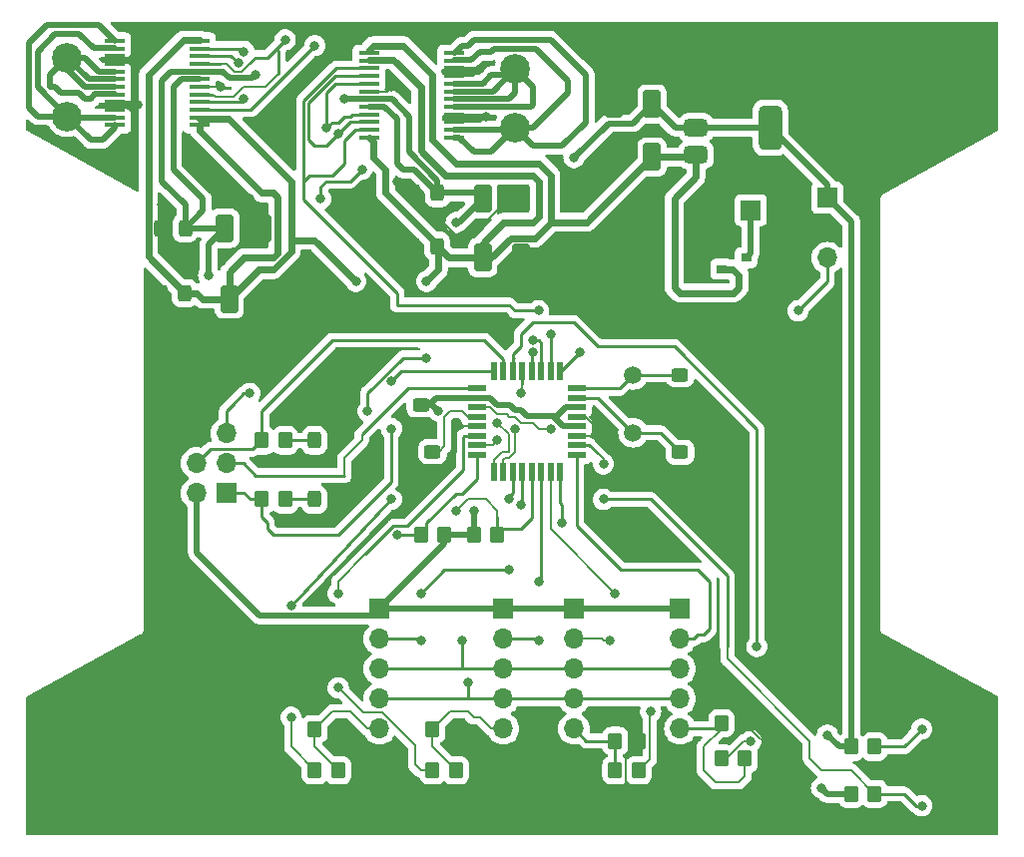
<source format=gbr>
%TF.GenerationSoftware,KiCad,Pcbnew,8.0.1*%
%TF.CreationDate,2024-06-07T20:18:40+02:00*%
%TF.ProjectId,minisumo,6d696e69-7375-46d6-9f2e-6b696361645f,rev?*%
%TF.SameCoordinates,Original*%
%TF.FileFunction,Copper,L1,Top*%
%TF.FilePolarity,Positive*%
%FSLAX46Y46*%
G04 Gerber Fmt 4.6, Leading zero omitted, Abs format (unit mm)*
G04 Created by KiCad (PCBNEW 8.0.1) date 2024-06-07 20:18:40*
%MOMM*%
%LPD*%
G01*
G04 APERTURE LIST*
G04 Aperture macros list*
%AMRoundRect*
0 Rectangle with rounded corners*
0 $1 Rounding radius*
0 $2 $3 $4 $5 $6 $7 $8 $9 X,Y pos of 4 corners*
0 Add a 4 corners polygon primitive as box body*
4,1,4,$2,$3,$4,$5,$6,$7,$8,$9,$2,$3,0*
0 Add four circle primitives for the rounded corners*
1,1,$1+$1,$2,$3*
1,1,$1+$1,$4,$5*
1,1,$1+$1,$6,$7*
1,1,$1+$1,$8,$9*
0 Add four rect primitives between the rounded corners*
20,1,$1+$1,$2,$3,$4,$5,0*
20,1,$1+$1,$4,$5,$6,$7,0*
20,1,$1+$1,$6,$7,$8,$9,0*
20,1,$1+$1,$8,$9,$2,$3,0*%
G04 Aperture macros list end*
%TA.AperFunction,SMDPad,CuDef*%
%ADD10R,1.750000X0.450000*%
%TD*%
%TA.AperFunction,SMDPad,CuDef*%
%ADD11RoundRect,0.250001X-0.499999X-0.924999X0.499999X-0.924999X0.499999X0.924999X-0.499999X0.924999X0*%
%TD*%
%TA.AperFunction,ComponentPad*%
%ADD12R,1.700000X1.700000*%
%TD*%
%TA.AperFunction,ComponentPad*%
%ADD13O,1.700000X1.700000*%
%TD*%
%TA.AperFunction,SMDPad,CuDef*%
%ADD14RoundRect,0.250000X-0.350000X-0.450000X0.350000X-0.450000X0.350000X0.450000X-0.350000X0.450000X0*%
%TD*%
%TA.AperFunction,SMDPad,CuDef*%
%ADD15RoundRect,0.250000X-0.450000X0.325000X-0.450000X-0.325000X0.450000X-0.325000X0.450000X0.325000X0*%
%TD*%
%TA.AperFunction,SMDPad,CuDef*%
%ADD16RoundRect,0.250000X0.350000X0.450000X-0.350000X0.450000X-0.350000X-0.450000X0.350000X-0.450000X0*%
%TD*%
%TA.AperFunction,SMDPad,CuDef*%
%ADD17R,0.900000X0.800000*%
%TD*%
%TA.AperFunction,ComponentPad*%
%ADD18C,1.500000*%
%TD*%
%TA.AperFunction,SMDPad,CuDef*%
%ADD19RoundRect,0.250000X0.450000X-0.325000X0.450000X0.325000X-0.450000X0.325000X-0.450000X-0.325000X0*%
%TD*%
%TA.AperFunction,SMDPad,CuDef*%
%ADD20RoundRect,0.250000X0.325000X0.450000X-0.325000X0.450000X-0.325000X-0.450000X0.325000X-0.450000X0*%
%TD*%
%TA.AperFunction,SMDPad,CuDef*%
%ADD21RoundRect,0.375000X-0.625000X-0.375000X0.625000X-0.375000X0.625000X0.375000X-0.625000X0.375000X0*%
%TD*%
%TA.AperFunction,SMDPad,CuDef*%
%ADD22RoundRect,0.500000X-0.500000X-1.400000X0.500000X-1.400000X0.500000X1.400000X-0.500000X1.400000X0*%
%TD*%
%TA.AperFunction,ComponentPad*%
%ADD23C,2.524000*%
%TD*%
%TA.AperFunction,SMDPad,CuDef*%
%ADD24RoundRect,0.250001X0.499999X0.924999X-0.499999X0.924999X-0.499999X-0.924999X0.499999X-0.924999X0*%
%TD*%
%TA.AperFunction,SMDPad,CuDef*%
%ADD25R,1.600000X0.550000*%
%TD*%
%TA.AperFunction,SMDPad,CuDef*%
%ADD26R,0.550000X1.600000*%
%TD*%
%TA.AperFunction,ViaPad*%
%ADD27C,0.800000*%
%TD*%
%TA.AperFunction,ViaPad*%
%ADD28C,5.000000*%
%TD*%
%TA.AperFunction,Conductor*%
%ADD29C,0.200000*%
%TD*%
%TA.AperFunction,Conductor*%
%ADD30C,0.500000*%
%TD*%
%TA.AperFunction,Conductor*%
%ADD31C,0.600000*%
%TD*%
%TA.AperFunction,Conductor*%
%ADD32C,0.700000*%
%TD*%
%TA.AperFunction,Conductor*%
%ADD33C,0.250000*%
%TD*%
G04 APERTURE END LIST*
D10*
%TO.P,U2,1,AO1*%
%TO.N,/MOTOR_DRIVER/motor*%
X77300000Y-92275000D03*
%TO.P,U2,2,AO1*%
X77300000Y-91625000D03*
%TO.P,U2,3,PGND1*%
%TO.N,GND*%
X77300000Y-90975000D03*
%TO.P,U2,4,PGND1*%
X77300000Y-90325000D03*
%TO.P,U2,5,AO2*%
%TO.N,Net-(M2-Pad2)*%
X77300000Y-89675000D03*
%TO.P,U2,6,AO2*%
X77300000Y-89025000D03*
%TO.P,U2,7,BO2*%
X77300000Y-88375000D03*
%TO.P,U2,8,BO2*%
X77300000Y-87725000D03*
%TO.P,U2,9,PGND2*%
%TO.N,GND*%
X77300000Y-87075000D03*
%TO.P,U2,10,PGND2*%
X77300000Y-86425000D03*
%TO.P,U2,11,BO1*%
%TO.N,/MOTOR_DRIVER/motor*%
X77300000Y-85775000D03*
%TO.P,U2,12,BO1*%
X77300000Y-85125000D03*
%TO.P,U2,13,VM2*%
%TO.N,+BATT*%
X70100000Y-85125000D03*
%TO.P,U2,14,VM3*%
X70100000Y-85775000D03*
%TO.P,U2,15,PWMB*%
%TO.N,R_PWM*%
X70100000Y-86425000D03*
%TO.P,U2,16,BIN2*%
%TO.N,R_DIR_2*%
X70100000Y-87075000D03*
%TO.P,U2,17,BIN1*%
%TO.N,R_DIR_1*%
X70100000Y-87725000D03*
%TO.P,U2,18,GND*%
%TO.N,GND*%
X70100000Y-88375000D03*
%TO.P,U2,19,STBY*%
%TO.N,+5V*%
X70100000Y-89025000D03*
%TO.P,U2,20,VCC*%
X70100000Y-89675000D03*
%TO.P,U2,21,AIN1*%
%TO.N,R_DIR_1*%
X70100000Y-90325000D03*
%TO.P,U2,22,AIN2*%
%TO.N,R_DIR_2*%
X70100000Y-90975000D03*
%TO.P,U2,23,PWMA*%
%TO.N,R_PWM*%
X70100000Y-91625000D03*
%TO.P,U2,24,VM1*%
%TO.N,+BATT*%
X70100000Y-92275000D03*
%TD*%
D11*
%TO.P,C8,1*%
%TO.N,+BATT*%
X79750000Y-102500000D03*
%TO.P,C8,2*%
%TO.N,GND*%
X83000000Y-102500000D03*
%TD*%
D12*
%TO.P,J4,1,Pin_1*%
%TO.N,+5V*%
X71000000Y-132300000D03*
D13*
%TO.P,J4,2,Pin_2*%
%TO.N,GPIO_3*%
X71000000Y-134840000D03*
%TO.P,J4,3,Pin_3*%
%TO.N,SDA*%
X71000000Y-137380000D03*
%TO.P,J4,4,Pin_4*%
%TO.N,SCL*%
X71000000Y-139920000D03*
%TO.P,J4,5,Pin_5*%
%TO.N,Net-(J4-Pin_5)*%
X71000000Y-142460000D03*
%TO.P,J4,6,Pin_6*%
%TO.N,GND*%
X71000000Y-145000000D03*
%TD*%
D14*
%TO.P,R7,1*%
%TO.N,+5V*%
X79000000Y-126000000D03*
%TO.P,R7,2*%
%TO.N,RST*%
X81000000Y-126000000D03*
%TD*%
D15*
%TO.P,C14,1*%
%TO.N,Net-(U1-XTAL2{slash}PB7)*%
X96500000Y-112425000D03*
%TO.P,C14,2*%
%TO.N,GND*%
X96500000Y-114475000D03*
%TD*%
D16*
%TO.P,R10,1*%
%TO.N,GND*%
X93000000Y-143500000D03*
%TO.P,R10,2*%
%TO.N,Net-(J6-Pin_5)*%
X91000000Y-143500000D03*
%TD*%
D17*
%TO.P,Q2,1*%
%TO.N,GND*%
X100000000Y-101550000D03*
%TO.P,Q2,2*%
%TO.N,+BATT*%
X100000000Y-103450000D03*
%TO.P,Q2,3*%
%TO.N,Net-(J2-Pin_1)*%
X102100000Y-102500000D03*
%TD*%
D12*
%TO.P,J5,1,Pin_1*%
%TO.N,+5V*%
X81500000Y-132300000D03*
D13*
%TO.P,J5,2,Pin_2*%
%TO.N,GPIO_1*%
X81500000Y-134840000D03*
%TO.P,J5,3,Pin_3*%
%TO.N,SDA*%
X81500000Y-137380000D03*
%TO.P,J5,4,Pin_4*%
%TO.N,SCL*%
X81500000Y-139920000D03*
%TO.P,J5,5,Pin_5*%
%TO.N,Net-(J5-Pin_5)*%
X81500000Y-142460000D03*
%TO.P,J5,6,Pin_6*%
%TO.N,GND*%
X81500000Y-145000000D03*
%TD*%
D18*
%TO.P,Y1,1,1*%
%TO.N,Net-(U1-XTAL1{slash}PB6)*%
X92500000Y-117350000D03*
%TO.P,Y1,2,2*%
%TO.N,Net-(U1-XTAL2{slash}PB7)*%
X92500000Y-112450000D03*
%TD*%
D19*
%TO.P,C15,1*%
%TO.N,Net-(U1-XTAL1{slash}PB6)*%
X96500000Y-119000000D03*
%TO.P,C15,2*%
%TO.N,GND*%
X96500000Y-116950000D03*
%TD*%
D14*
%TO.P,R14,1*%
%TO.N,Net-(J5-Pin_5)*%
X75500000Y-142500000D03*
%TO.P,R14,2*%
%TO.N,GND*%
X77500000Y-142500000D03*
%TD*%
D20*
%TO.P,C4,1*%
%TO.N,+BATT*%
X75875000Y-101500000D03*
%TO.P,C4,2*%
%TO.N,GND*%
X73825000Y-101500000D03*
%TD*%
D15*
%TO.P,C16,1*%
%TO.N,Net-(U1-AREF)*%
X75500000Y-118950000D03*
%TO.P,C16,2*%
%TO.N,GND*%
X75500000Y-121000000D03*
%TD*%
D21*
%TO.P,U7,1,GND*%
%TO.N,GND*%
X97850000Y-89160000D03*
%TO.P,U7,2,VO*%
%TO.N,+5V*%
X97850000Y-91460000D03*
D22*
X104150000Y-91460000D03*
D21*
%TO.P,U7,3,VI*%
%TO.N,+BATT*%
X97850000Y-93760000D03*
%TD*%
D14*
%TO.P,R3,1*%
%TO.N,+5V*%
X111000000Y-148000000D03*
%TO.P,R3,2*%
%TO.N,LS1*%
X113000000Y-148000000D03*
%TD*%
D16*
%TO.P,R2,1*%
%TO.N,+5V*%
X76500000Y-126000000D03*
%TO.P,R2,2*%
%TO.N,LS2*%
X74500000Y-126000000D03*
%TD*%
D14*
%TO.P,R4,1*%
%TO.N,X_4*%
X100000000Y-145000000D03*
%TO.P,R4,2*%
%TO.N,Net-(J7-Pin_5)*%
X102000000Y-145000000D03*
%TD*%
D23*
%TO.P,M2,1*%
%TO.N,/MOTOR_DRIVER/motor*%
X82500000Y-91500000D03*
%TO.P,M2,2*%
%TO.N,Net-(M2-Pad2)*%
X82500000Y-86500000D03*
%TD*%
D15*
%TO.P,C13,1*%
%TO.N,+5V*%
X74500000Y-114975000D03*
%TO.P,C13,2*%
%TO.N,GND*%
X74500000Y-117025000D03*
%TD*%
D14*
%TO.P,R12,1*%
%TO.N,Net-(J4-Pin_5)*%
X65500000Y-142500000D03*
%TO.P,R12,2*%
%TO.N,GND*%
X67500000Y-142500000D03*
%TD*%
%TO.P,R9,1*%
%TO.N,MISO*%
X61000000Y-123000000D03*
%TO.P,R9,2*%
%TO.N,Net-(D1-A)*%
X63000000Y-123000000D03*
%TD*%
D20*
%TO.P,D1,1,K*%
%TO.N,GND*%
X67525000Y-123000000D03*
%TO.P,D1,2,A*%
%TO.N,Net-(D1-A)*%
X65475000Y-123000000D03*
%TD*%
D12*
%TO.P,J1,1,Pin_1*%
%TO.N,MISO*%
X58010000Y-122470000D03*
D13*
%TO.P,J1,2,Pin_2*%
%TO.N,+5V*%
X55470000Y-122470000D03*
%TO.P,J1,3,Pin_3*%
%TO.N,SCK*%
X58010000Y-119930000D03*
%TO.P,J1,4,Pin_4*%
%TO.N,MOSI*%
X55470000Y-119930000D03*
%TO.P,J1,5,Pin_5*%
%TO.N,RST*%
X58010000Y-117390000D03*
%TO.P,J1,6,Pin_6*%
%TO.N,GND*%
X55470000Y-117390000D03*
%TD*%
D11*
%TO.P,C5,1*%
%TO.N,+5V*%
X57850000Y-100000000D03*
%TO.P,C5,2*%
%TO.N,GND*%
X61100000Y-100000000D03*
%TD*%
D16*
%TO.P,R13,1*%
%TO.N,Net-(J5-Pin_5)*%
X77500000Y-146000000D03*
%TO.P,R13,2*%
%TO.N,X_1*%
X75500000Y-146000000D03*
%TD*%
D12*
%TO.P,J3,1,Pin_1*%
%TO.N,+5V*%
X109000000Y-97420000D03*
D13*
%TO.P,J3,2,Pin_2*%
%TO.N,GND*%
X109000000Y-99960000D03*
%TO.P,J3,3,Pin_3*%
%TO.N,START*%
X109000000Y-102500000D03*
%TD*%
D24*
%TO.P,C11,1*%
%TO.N,+BATT*%
X94125000Y-93960000D03*
%TO.P,C11,2*%
%TO.N,GND*%
X90875000Y-93960000D03*
%TD*%
D16*
%TO.P,R6,1*%
%TO.N,X_2*%
X93000000Y-146000000D03*
%TO.P,R6,2*%
%TO.N,Net-(J6-Pin_5)*%
X91000000Y-146000000D03*
%TD*%
D11*
%TO.P,C7,1*%
%TO.N,+5V*%
X79750000Y-97500000D03*
%TO.P,C7,2*%
%TO.N,GND*%
X83000000Y-97500000D03*
%TD*%
D25*
%TO.P,U1,1,PD3*%
%TO.N,GPIO_4*%
X87750000Y-119200000D03*
%TO.P,U1,2,PD4*%
%TO.N,L_DIR_1*%
X87750000Y-118400000D03*
%TO.P,U1,3,GND*%
%TO.N,GND*%
X87750000Y-117600000D03*
%TO.P,U1,4,VCC*%
%TO.N,+5V*%
X87750000Y-116800000D03*
%TO.P,U1,5,GND*%
%TO.N,GND*%
X87750000Y-116000000D03*
%TO.P,U1,6,VCC*%
%TO.N,+5V*%
X87750000Y-115200000D03*
%TO.P,U1,7,XTAL1/PB6*%
%TO.N,Net-(U1-XTAL1{slash}PB6)*%
X87750000Y-114400000D03*
%TO.P,U1,8,XTAL2/PB7*%
%TO.N,Net-(U1-XTAL2{slash}PB7)*%
X87750000Y-113600000D03*
D26*
%TO.P,U1,9,PD5*%
%TO.N,L_PWM*%
X86300000Y-112150000D03*
%TO.P,U1,10,PD6*%
%TO.N,R_PWM*%
X85500000Y-112150000D03*
%TO.P,U1,11,PD7*%
%TO.N,L_DIR_2*%
X84700000Y-112150000D03*
%TO.P,U1,12,PB0*%
%TO.N,START*%
X83900000Y-112150000D03*
%TO.P,U1,13,PB1*%
%TO.N,X_3*%
X83100000Y-112150000D03*
%TO.P,U1,14,PB2*%
%TO.N,X_4*%
X82300000Y-112150000D03*
%TO.P,U1,15,PB3*%
%TO.N,MOSI*%
X81500000Y-112150000D03*
%TO.P,U1,16,PB4*%
%TO.N,MISO*%
X80700000Y-112150000D03*
D25*
%TO.P,U1,17,PB5*%
%TO.N,SCK*%
X79250000Y-113600000D03*
%TO.P,U1,18,AVCC*%
%TO.N,+5V*%
X79250000Y-114400000D03*
%TO.P,U1,19,ADC6*%
%TO.N,X_2*%
X79250000Y-115200000D03*
%TO.P,U1,20,AREF*%
%TO.N,Net-(U1-AREF)*%
X79250000Y-116000000D03*
%TO.P,U1,21,GND*%
%TO.N,GND*%
X79250000Y-116800000D03*
%TO.P,U1,22,ADC7*%
%TO.N,X_1*%
X79250000Y-117600000D03*
%TO.P,U1,23,PC0*%
%TO.N,LS1*%
X79250000Y-118400000D03*
%TO.P,U1,24,PC1*%
%TO.N,LS2*%
X79250000Y-119200000D03*
D26*
%TO.P,U1,25,PC2*%
%TO.N,R_DIR_1*%
X80700000Y-120650000D03*
%TO.P,U1,26,PC3*%
%TO.N,R_DIR_2*%
X81500000Y-120650000D03*
%TO.P,U1,27,PC4*%
%TO.N,SDA*%
X82300000Y-120650000D03*
%TO.P,U1,28,PC5*%
%TO.N,SCL*%
X83100000Y-120650000D03*
%TO.P,U1,29,~{RESET}/PC6*%
%TO.N,RST*%
X83900000Y-120650000D03*
%TO.P,U1,30,PD0*%
%TO.N,GPIO_1*%
X84700000Y-120650000D03*
%TO.P,U1,31,PD1*%
%TO.N,GPIO_2*%
X85500000Y-120650000D03*
%TO.P,U1,32,PD2*%
%TO.N,GPIO_3*%
X86300000Y-120650000D03*
%TD*%
D16*
%TO.P,R5,1*%
%TO.N,GND*%
X102000000Y-142000000D03*
%TO.P,R5,2*%
%TO.N,Net-(J7-Pin_5)*%
X100000000Y-142000000D03*
%TD*%
D12*
%TO.P,J6,1,Pin_1*%
%TO.N,+5V*%
X87500000Y-132300000D03*
D13*
%TO.P,J6,2,Pin_2*%
%TO.N,GPIO_2*%
X87500000Y-134840000D03*
%TO.P,J6,3,Pin_3*%
%TO.N,SDA*%
X87500000Y-137380000D03*
%TO.P,J6,4,Pin_4*%
%TO.N,SCL*%
X87500000Y-139920000D03*
%TO.P,J6,5,Pin_5*%
%TO.N,Net-(J6-Pin_5)*%
X87500000Y-142460000D03*
%TO.P,J6,6,Pin_6*%
%TO.N,GND*%
X87500000Y-145000000D03*
%TD*%
D16*
%TO.P,R11,1*%
%TO.N,Net-(J4-Pin_5)*%
X67500000Y-146000000D03*
%TO.P,R11,2*%
%TO.N,X_3*%
X65500000Y-146000000D03*
%TD*%
D20*
%TO.P,C2,1*%
%TO.N,+BATT*%
X54475000Y-105500000D03*
%TO.P,C2,2*%
%TO.N,GND*%
X52425000Y-105500000D03*
%TD*%
%TO.P,D2,1,K*%
%TO.N,GND*%
X67525000Y-118000000D03*
%TO.P,D2,2,A*%
%TO.N,Net-(D2-A)*%
X65475000Y-118000000D03*
%TD*%
D12*
%TO.P,J2,1,Pin_1*%
%TO.N,Net-(J2-Pin_1)*%
X102500000Y-98460000D03*
D13*
%TO.P,J2,2,Pin_2*%
%TO.N,GND*%
X99960000Y-98460000D03*
%TD*%
D20*
%TO.P,C3,1*%
%TO.N,+5V*%
X75925000Y-97000000D03*
%TO.P,C3,2*%
%TO.N,GND*%
X73875000Y-97000000D03*
%TD*%
%TO.P,C1,1*%
%TO.N,+5V*%
X54525000Y-100000000D03*
%TO.P,C1,2*%
%TO.N,GND*%
X52475000Y-100000000D03*
%TD*%
D14*
%TO.P,R1,1*%
%TO.N,+5V*%
X111000000Y-144000000D03*
%TO.P,R1,2*%
%TO.N,Net-(U4-A)*%
X113000000Y-144000000D03*
%TD*%
D12*
%TO.P,J7,1,Pin_1*%
%TO.N,+5V*%
X96500000Y-132300000D03*
D13*
%TO.P,J7,2,Pin_2*%
%TO.N,GPIO_4*%
X96500000Y-134840000D03*
%TO.P,J7,3,Pin_3*%
%TO.N,SDA*%
X96500000Y-137380000D03*
%TO.P,J7,4,Pin_4*%
%TO.N,SCL*%
X96500000Y-139920000D03*
%TO.P,J7,5,Pin_5*%
%TO.N,Net-(J7-Pin_5)*%
X96500000Y-142460000D03*
%TO.P,J7,6,Pin_6*%
%TO.N,GND*%
X96500000Y-145000000D03*
%TD*%
D14*
%TO.P,R8,1*%
%TO.N,MOSI*%
X61000000Y-118000000D03*
%TO.P,R8,2*%
%TO.N,Net-(D2-A)*%
X63000000Y-118000000D03*
%TD*%
D23*
%TO.P,M1,1*%
%TO.N,Net-(M1-Pad1)*%
X44500000Y-90500000D03*
%TO.P,M1,2*%
%TO.N,Net-(M1-Pad2)*%
X44500000Y-85500000D03*
%TD*%
D10*
%TO.P,U3,1,AO1*%
%TO.N,Net-(M1-Pad1)*%
X48544000Y-84100000D03*
%TO.P,U3,2,AO1*%
X48544000Y-84750000D03*
%TO.P,U3,3,PGND1*%
%TO.N,GND*%
X48544000Y-85400000D03*
%TO.P,U3,4,PGND1*%
X48544000Y-86050000D03*
%TO.P,U3,5,AO2*%
%TO.N,Net-(M1-Pad2)*%
X48544000Y-86700000D03*
%TO.P,U3,6,AO2*%
X48544000Y-87350000D03*
%TO.P,U3,7,BO2*%
X48544000Y-88000000D03*
%TO.P,U3,8,BO2*%
X48544000Y-88650000D03*
%TO.P,U3,9,PGND2*%
%TO.N,GND*%
X48544000Y-89300000D03*
%TO.P,U3,10,PGND2*%
X48544000Y-89950000D03*
%TO.P,U3,11,BO1*%
%TO.N,Net-(M1-Pad1)*%
X48544000Y-90600000D03*
%TO.P,U3,12,BO1*%
X48544000Y-91250000D03*
%TO.P,U3,13,VM2*%
%TO.N,+BATT*%
X55744000Y-91250000D03*
%TO.P,U3,14,VM3*%
X55744000Y-90600000D03*
%TO.P,U3,15,PWMB*%
%TO.N,L_PWM*%
X55744000Y-89950000D03*
%TO.P,U3,16,BIN2*%
%TO.N,L_DIR_2*%
X55744000Y-89300000D03*
%TO.P,U3,17,BIN1*%
%TO.N,L_DIR_1*%
X55744000Y-88650000D03*
%TO.P,U3,18,GND*%
%TO.N,GND*%
X55744000Y-88000000D03*
%TO.P,U3,19,STBY*%
%TO.N,+5V*%
X55744000Y-87350000D03*
%TO.P,U3,20,VCC*%
X55744000Y-86700000D03*
%TO.P,U3,21,AIN1*%
%TO.N,L_DIR_1*%
X55744000Y-86050000D03*
%TO.P,U3,22,AIN2*%
%TO.N,L_DIR_2*%
X55744000Y-85400000D03*
%TO.P,U3,23,PWMA*%
%TO.N,L_PWM*%
X55744000Y-84750000D03*
%TO.P,U3,24,VM1*%
%TO.N,+BATT*%
X55744000Y-84100000D03*
%TD*%
D24*
%TO.P,C12,1*%
%TO.N,+5V*%
X94125000Y-89460000D03*
%TO.P,C12,2*%
%TO.N,GND*%
X90875000Y-89460000D03*
%TD*%
D11*
%TO.P,C6,1*%
%TO.N,+BATT*%
X58250000Y-106000000D03*
%TO.P,C6,2*%
%TO.N,GND*%
X61500000Y-106000000D03*
%TD*%
D27*
%TO.N,GND*%
X79500000Y-86500000D03*
X98500000Y-101000000D03*
X90000000Y-86500000D03*
X73000000Y-118500000D03*
X72500000Y-96000000D03*
X67500000Y-116000000D03*
X81500000Y-97500000D03*
X60000000Y-97500000D03*
X72000000Y-88000000D03*
X57500000Y-88000000D03*
X89500000Y-96500000D03*
D28*
X51500000Y-142500000D03*
D27*
X106500000Y-100000000D03*
X50500000Y-89500000D03*
X77500000Y-116500000D03*
X52500000Y-98000000D03*
X69000000Y-120000000D03*
D28*
X117000000Y-89000000D03*
D27*
X50500000Y-86000000D03*
X90000000Y-117500000D03*
X80000000Y-90500000D03*
%TO.N,+5V*%
X109000000Y-143000000D03*
X79000000Y-124000000D03*
X60500000Y-87000000D03*
X76000000Y-115500000D03*
X108500000Y-147500000D03*
X56500000Y-104000000D03*
X68000000Y-89000000D03*
X87500000Y-94000000D03*
X77500000Y-99500000D03*
%TO.N,+BATT*%
X69000000Y-104500000D03*
X75000000Y-104500000D03*
%TO.N,RST*%
X77500000Y-124000000D03*
X60000000Y-114000000D03*
%TO.N,START*%
X84000000Y-110500000D03*
X106500000Y-107000000D03*
%TO.N,GPIO_3*%
X82000000Y-129000000D03*
X86500000Y-125000000D03*
X74500000Y-131000000D03*
X74500000Y-135000000D03*
%TO.N,SDA*%
X82000000Y-123000000D03*
X78000000Y-135000000D03*
%TO.N,SCL*%
X78500000Y-138500000D03*
X83000000Y-123500000D03*
%TO.N,GPIO_1*%
X84500000Y-130000000D03*
X84500000Y-135000000D03*
%TO.N,GPIO_2*%
X90500000Y-135000000D03*
X91000000Y-131000000D03*
%TO.N,MISO*%
X72000000Y-113000000D03*
X72000000Y-117000000D03*
%TO.N,Net-(U4-A)*%
X117000000Y-142500000D03*
%TO.N,LS2*%
X72500000Y-126000000D03*
%TO.N,LS1*%
X90000000Y-123000000D03*
X81000000Y-118000000D03*
X117000000Y-149000000D03*
%TO.N,X_4*%
X103000000Y-135500000D03*
X102500000Y-143500000D03*
%TO.N,X_2*%
X94000000Y-141000000D03*
X85500000Y-117000000D03*
%TO.N,X_3*%
X83000000Y-114000000D03*
X63500000Y-141500000D03*
X63500000Y-132000000D03*
X70000000Y-115500000D03*
X75000000Y-111000000D03*
X72000000Y-123000000D03*
%TO.N,X_1*%
X67500000Y-139000000D03*
X67500000Y-131000000D03*
%TO.N,L_DIR_2*%
X59000000Y-86000000D03*
X69500000Y-95000000D03*
X84000000Y-109500000D03*
X66000000Y-97500000D03*
X59500000Y-89000000D03*
%TO.N,R_DIR_2*%
X82500000Y-117000000D03*
X67500000Y-92000000D03*
%TO.N,L_DIR_1*%
X63000000Y-84000000D03*
X90000000Y-120000000D03*
%TO.N,R_DIR_1*%
X66500000Y-91500000D03*
X81000000Y-116500000D03*
%TO.N,L_PWM*%
X59500000Y-85000000D03*
X65500000Y-84500000D03*
X88000000Y-110500000D03*
%TO.N,R_PWM*%
X84500000Y-107000000D03*
X85500000Y-109000000D03*
%TD*%
D29*
%TO.N,GND*%
X90875000Y-93960000D02*
X89500000Y-95335000D01*
X50300000Y-89300000D02*
X48544000Y-89300000D01*
X48594000Y-86000000D02*
X48544000Y-86050000D01*
X71000000Y-145000000D02*
X69500000Y-143500000D01*
X69500000Y-143500000D02*
X68500000Y-143500000D01*
X88500000Y-147500000D02*
X87500000Y-146500000D01*
X77500000Y-116500000D02*
X77800000Y-116800000D01*
X61000000Y-108000000D02*
X61500000Y-107500000D01*
X79825000Y-90325000D02*
X77300000Y-90325000D01*
X61500000Y-107500000D02*
X61500000Y-106000000D01*
X60000000Y-97500000D02*
X61100000Y-98600000D01*
X73875000Y-97000000D02*
X77825000Y-100950000D01*
X68500000Y-143500000D02*
X67925000Y-142925000D01*
X61100000Y-98600000D02*
X61100000Y-100000000D01*
X98500000Y-101000000D02*
X99450000Y-101000000D01*
X77300000Y-90975000D02*
X79525000Y-90975000D01*
X72000000Y-88000000D02*
X71625000Y-88375000D01*
X72500000Y-96000000D02*
X72875000Y-96000000D01*
X52475000Y-98025000D02*
X52500000Y-98000000D01*
X95690000Y-87000000D02*
X91250000Y-87000000D01*
X104500000Y-146000000D02*
X104500000Y-144500000D01*
X67500000Y-116000000D02*
X67525000Y-116025000D01*
X79425000Y-86425000D02*
X79500000Y-86500000D01*
X97850000Y-89160000D02*
X95690000Y-87000000D01*
X77300000Y-86425000D02*
X79425000Y-86425000D01*
X91250000Y-87000000D02*
X90875000Y-87375000D01*
X73000000Y-118500000D02*
X75500000Y-121000000D01*
X50500000Y-89500000D02*
X50300000Y-89300000D01*
X78500000Y-143500000D02*
X77925000Y-142925000D01*
X106500000Y-100000000D02*
X106540000Y-99960000D01*
X77825000Y-100950000D02*
X78509744Y-100950000D01*
X106540000Y-99960000D02*
X109000000Y-99960000D01*
X81500000Y-97959744D02*
X81500000Y-97500000D01*
X55470000Y-114030000D02*
X61000000Y-108500000D01*
X87750000Y-116000000D02*
X88500000Y-116000000D01*
X69000000Y-121525000D02*
X69000000Y-120000000D01*
X72875000Y-96000000D02*
X73875000Y-97000000D01*
X90000000Y-86500000D02*
X90875000Y-87375000D01*
X102425000Y-142425000D02*
X102000000Y-142425000D01*
X79525000Y-90975000D02*
X80000000Y-90500000D01*
X98500000Y-99920000D02*
X99960000Y-98460000D01*
X93000000Y-143500000D02*
X91900000Y-144600000D01*
X73000000Y-118500000D02*
X74475000Y-117025000D01*
X78925000Y-87075000D02*
X77300000Y-87075000D01*
X87500000Y-146500000D02*
X87500000Y-145000000D01*
X90500000Y-148000000D02*
X90000000Y-147500000D01*
X80000000Y-143500000D02*
X78500000Y-143500000D01*
X50500000Y-86000000D02*
X48594000Y-86000000D01*
X71625000Y-88375000D02*
X70100000Y-88375000D01*
X89900000Y-117600000D02*
X90000000Y-117500000D01*
X52475000Y-100000000D02*
X52475000Y-98025000D01*
X88500000Y-116000000D02*
X90000000Y-117500000D01*
X77800000Y-116800000D02*
X79250000Y-116800000D01*
X67525000Y-116025000D02*
X67525000Y-118000000D01*
X87750000Y-117600000D02*
X89900000Y-117600000D01*
X98500000Y-101000000D02*
X98500000Y-99920000D01*
X79500000Y-86500000D02*
X78925000Y-87075000D01*
X89500000Y-95335000D02*
X89500000Y-96500000D01*
X104500000Y-144500000D02*
X102425000Y-142425000D01*
X81500000Y-97500000D02*
X83000000Y-97500000D01*
X77500000Y-119000000D02*
X77500000Y-116500000D01*
X99450000Y-101000000D02*
X100000000Y-101550000D01*
X91900000Y-144600000D02*
X91900000Y-147600000D01*
X55470000Y-117390000D02*
X55470000Y-114030000D01*
X80000000Y-90500000D02*
X79825000Y-90325000D01*
X91900000Y-147600000D02*
X91500000Y-148000000D01*
X102500000Y-148000000D02*
X104500000Y-146000000D01*
X91500000Y-148000000D02*
X90500000Y-148000000D01*
X90875000Y-87375000D02*
X90875000Y-89460000D01*
X75500000Y-121000000D02*
X77500000Y-119000000D01*
X90000000Y-147500000D02*
X88500000Y-147500000D01*
X99500000Y-148000000D02*
X102500000Y-148000000D01*
X78509744Y-100950000D02*
X81500000Y-97959744D01*
X81500000Y-145000000D02*
X80000000Y-143500000D01*
X96500000Y-145000000D02*
X99500000Y-148000000D01*
X74475000Y-117025000D02*
X74500000Y-117025000D01*
X57500000Y-88000000D02*
X55744000Y-88000000D01*
X61000000Y-108500000D02*
X61000000Y-108000000D01*
X67525000Y-123000000D02*
X69000000Y-121525000D01*
D30*
%TO.N,+5V*%
X73000000Y-95000000D02*
X72500000Y-94500000D01*
X56000000Y-98500000D02*
X54525000Y-99975000D01*
X72050000Y-89050000D02*
X73500000Y-90500000D01*
X60250000Y-87250000D02*
X58250000Y-87250000D01*
X92500000Y-91085000D02*
X94125000Y-89460000D01*
X56000000Y-97500000D02*
X56000000Y-98500000D01*
X82500000Y-115450000D02*
X83000000Y-115450000D01*
X110000000Y-144000000D02*
X109000000Y-143000000D01*
X73500000Y-93500000D02*
X75925000Y-95925000D01*
X74500000Y-114975000D02*
X75475000Y-114975000D01*
X75925000Y-95925000D02*
X75925000Y-97000000D01*
X87500000Y-94000000D02*
X90415000Y-91085000D01*
X68050000Y-89050000D02*
X72050000Y-89050000D01*
X111000000Y-99420000D02*
X109000000Y-97420000D01*
X109000000Y-96310000D02*
X104150000Y-91460000D01*
X85725000Y-115950000D02*
X86575000Y-116800000D01*
X111000000Y-144000000D02*
X110000000Y-144000000D01*
X76500000Y-126000000D02*
X79000000Y-126000000D01*
X77750000Y-99500000D02*
X77500000Y-99500000D01*
X71000000Y-132300000D02*
X70450000Y-132850000D01*
X52500000Y-87500000D02*
X52500000Y-96000000D01*
X80400000Y-114400000D02*
X81000000Y-115000000D01*
X55500000Y-127500000D02*
X55500000Y-126500000D01*
X79750000Y-97500000D02*
X77750000Y-99500000D01*
X57725000Y-86725000D02*
X57500000Y-86725000D01*
X87500000Y-132300000D02*
X96500000Y-132300000D01*
X72500000Y-94500000D02*
X72500000Y-90725000D01*
X79250000Y-114400000D02*
X80400000Y-114400000D01*
X83000000Y-115450000D02*
X83500000Y-115950000D01*
X54525000Y-98025000D02*
X54525000Y-100000000D01*
X75250000Y-114975000D02*
X74500000Y-114975000D01*
X81500000Y-132300000D02*
X71000000Y-132300000D01*
X81500000Y-132300000D02*
X87500000Y-132300000D01*
X90415000Y-91085000D02*
X92500000Y-91085000D01*
X75925000Y-97000000D02*
X73925000Y-95000000D01*
X75475000Y-114975000D02*
X76000000Y-115500000D01*
X111000000Y-144000000D02*
X111000000Y-99420000D01*
X53500000Y-95000000D02*
X56000000Y-97500000D01*
X55470000Y-126470000D02*
X55470000Y-122470000D01*
X79000000Y-126000000D02*
X79000000Y-124000000D01*
X54525000Y-99975000D02*
X54525000Y-100000000D01*
X73500000Y-90500000D02*
X73500000Y-93500000D01*
X75825000Y-114400000D02*
X75250000Y-114975000D01*
X73925000Y-95000000D02*
X73000000Y-95000000D01*
X97850000Y-91460000D02*
X96125000Y-91460000D01*
X72500000Y-90725000D02*
X71425000Y-89650000D01*
X79250000Y-97000000D02*
X79750000Y-97500000D01*
X111000000Y-148000000D02*
X109000000Y-148000000D01*
X68000000Y-89000000D02*
X68050000Y-89050000D01*
X57850000Y-100000000D02*
X54525000Y-100000000D01*
X58250000Y-87250000D02*
X57725000Y-86725000D01*
X71425000Y-89650000D02*
X70100000Y-89650000D01*
X109000000Y-148000000D02*
X108500000Y-147500000D01*
X75925000Y-97000000D02*
X79250000Y-97000000D01*
X85725000Y-115950000D02*
X86050000Y-115950000D01*
X57775000Y-86725000D02*
X57500000Y-86725000D01*
X83500000Y-115950000D02*
X85725000Y-115950000D01*
X56500000Y-101350000D02*
X57850000Y-100000000D01*
X109000000Y-97420000D02*
X109000000Y-96310000D01*
X54175000Y-87325000D02*
X53500000Y-88000000D01*
X57500000Y-86725000D02*
X53275000Y-86725000D01*
X54175000Y-87325000D02*
X55744000Y-87325000D01*
X86050000Y-115950000D02*
X86800000Y-115200000D01*
X60500000Y-87000000D02*
X60250000Y-87250000D01*
X52500000Y-96000000D02*
X54525000Y-98025000D01*
X55500000Y-126500000D02*
X55470000Y-126470000D01*
X86800000Y-115200000D02*
X87750000Y-115200000D01*
X75825000Y-114400000D02*
X79250000Y-114400000D01*
X53275000Y-86725000D02*
X52500000Y-87500000D01*
X82050000Y-115000000D02*
X82500000Y-115450000D01*
X104150000Y-91460000D02*
X97850000Y-91460000D01*
X86575000Y-116800000D02*
X87750000Y-116800000D01*
X60850000Y-132850000D02*
X55500000Y-127500000D01*
X56500000Y-104000000D02*
X56500000Y-101350000D01*
X76500000Y-126800000D02*
X76500000Y-126000000D01*
X71000000Y-132300000D02*
X76500000Y-126800000D01*
X81000000Y-115000000D02*
X82050000Y-115000000D01*
X96125000Y-91460000D02*
X94125000Y-89460000D01*
X70450000Y-132850000D02*
X60850000Y-132850000D01*
X53500000Y-88000000D02*
X53500000Y-95000000D01*
D31*
%TO.N,+BATT*%
X58250000Y-106000000D02*
X58250000Y-103750000D01*
X62350000Y-97350000D02*
X62000000Y-97000000D01*
X88585000Y-99500000D02*
X94125000Y-93960000D01*
X58250000Y-103750000D02*
X59500000Y-102500000D01*
X75875000Y-101375000D02*
X71500000Y-97000000D01*
X72200000Y-85700000D02*
X70100000Y-85700000D01*
X101500000Y-105000000D02*
X101000000Y-105500000D01*
X85500000Y-99500000D02*
X88585000Y-99500000D01*
X101000000Y-105500000D02*
X96500000Y-105500000D01*
X75000000Y-104500000D02*
X76000000Y-103500000D01*
X61000000Y-97000000D02*
X55744000Y-91744000D01*
X80500000Y-102500000D02*
X82175000Y-100825000D01*
X55500000Y-105500000D02*
X56000000Y-106000000D01*
X75500000Y-92500000D02*
X77500000Y-94500000D01*
X85500000Y-95500000D02*
X84500000Y-94500000D01*
X70500000Y-84500000D02*
X73000000Y-84500000D01*
X96500000Y-105500000D02*
X96000000Y-105000000D01*
X84000000Y-95500000D02*
X76560660Y-95500000D01*
D32*
X54475000Y-105500000D02*
X54338298Y-105500000D01*
D31*
X84500000Y-99000000D02*
X84500000Y-96000000D01*
X84500000Y-96000000D02*
X84000000Y-95500000D01*
X56000000Y-106000000D02*
X58250000Y-106000000D01*
X84175000Y-100825000D02*
X85500000Y-99500000D01*
X71500000Y-97000000D02*
X71500000Y-95000000D01*
X76875000Y-102500000D02*
X79750000Y-102500000D01*
X81500000Y-99500000D02*
X84000000Y-99500000D01*
X96000000Y-105000000D02*
X96000000Y-97500000D01*
X63500000Y-101000000D02*
X63500000Y-96000000D01*
X77500000Y-94500000D02*
X84500000Y-94500000D01*
X55744000Y-91744000D02*
X55744000Y-91250000D01*
X97850000Y-95650000D02*
X97850000Y-93760000D01*
X54475000Y-105500000D02*
X55500000Y-105500000D01*
X100000000Y-103450000D02*
X100990000Y-103450000D01*
X58250000Y-106000000D02*
X60750000Y-103500000D01*
X51400000Y-86994000D02*
X54369000Y-84025000D01*
D30*
X70125000Y-92300000D02*
X70100000Y-92300000D01*
D31*
X60750000Y-103500000D02*
X62000000Y-103500000D01*
X63500000Y-102000000D02*
X63500000Y-101000000D01*
X70175000Y-92350000D02*
X70100000Y-92350000D01*
X94125000Y-93960000D02*
X97650000Y-93960000D01*
X70100000Y-84900000D02*
X70500000Y-84500000D01*
X54369000Y-84025000D02*
X55744000Y-84025000D01*
X59500000Y-102500000D02*
X62000000Y-102500000D01*
X54475000Y-105500000D02*
X51400000Y-102425000D01*
X75875000Y-101500000D02*
X76875000Y-102500000D01*
X62000000Y-103500000D02*
X63500000Y-102000000D01*
X63500000Y-101000000D02*
X65500000Y-101000000D01*
X76000000Y-103500000D02*
X76000000Y-102500000D01*
X100990000Y-103450000D02*
X101500000Y-103960000D01*
X63500000Y-96000000D02*
X58175000Y-90675000D01*
X71500000Y-95000000D02*
X70500000Y-94000000D01*
X76000000Y-102500000D02*
X76000000Y-101625000D01*
X74500000Y-88000000D02*
X72200000Y-85700000D01*
X62000000Y-97000000D02*
X61000000Y-97000000D01*
X79750000Y-102500000D02*
X80500000Y-102500000D01*
D30*
X57750000Y-105500000D02*
X58250000Y-106000000D01*
D31*
X96000000Y-97500000D02*
X97850000Y-95650000D01*
X85500000Y-99500000D02*
X85500000Y-98500000D01*
X85500000Y-98500000D02*
X85500000Y-95500000D01*
X58175000Y-90675000D02*
X55744000Y-90675000D01*
X75500000Y-87000000D02*
X75500000Y-92500000D01*
X51400000Y-102425000D02*
X51400000Y-86994000D01*
X75875000Y-101500000D02*
X75875000Y-101375000D01*
X82175000Y-100825000D02*
X84175000Y-100825000D01*
D30*
X76000000Y-101625000D02*
X75875000Y-101500000D01*
D31*
X65500000Y-101000000D02*
X69000000Y-104500000D01*
X62000000Y-102500000D02*
X62350000Y-102150000D01*
X79750000Y-101250000D02*
X81500000Y-99500000D01*
X97650000Y-93960000D02*
X97850000Y-93760000D01*
X74500000Y-93439340D02*
X74500000Y-88000000D01*
X62350000Y-102150000D02*
X62350000Y-97350000D01*
X76560660Y-95500000D02*
X74500000Y-93439340D01*
X70500000Y-92675000D02*
X70175000Y-92350000D01*
X101500000Y-103960000D02*
X101500000Y-105000000D01*
X70500000Y-94000000D02*
X70500000Y-92675000D01*
X73000000Y-84500000D02*
X75500000Y-87000000D01*
X84000000Y-99500000D02*
X84500000Y-99000000D01*
X79750000Y-102500000D02*
X79750000Y-101250000D01*
D33*
%TO.N,Net-(U1-XTAL2{slash}PB7)*%
X92525000Y-112425000D02*
X92500000Y-112450000D01*
X91350000Y-113600000D02*
X92500000Y-112450000D01*
X96500000Y-112425000D02*
X92525000Y-112425000D01*
X87750000Y-113600000D02*
X91350000Y-113600000D01*
%TO.N,Net-(U1-XTAL1{slash}PB6)*%
X89550000Y-114400000D02*
X87750000Y-114400000D01*
X94850000Y-117350000D02*
X96500000Y-119000000D01*
X92500000Y-117350000D02*
X89550000Y-114400000D01*
X92500000Y-117350000D02*
X94850000Y-117350000D01*
D29*
%TO.N,Net-(U1-AREF)*%
X78500000Y-116000000D02*
X79250000Y-116000000D01*
X76050000Y-118950000D02*
X76500000Y-118500000D01*
X78000000Y-115500000D02*
X78500000Y-116000000D01*
X75500000Y-118950000D02*
X76050000Y-118950000D01*
X76500000Y-118500000D02*
X76500000Y-116000000D01*
X77000000Y-115500000D02*
X78000000Y-115500000D01*
X76500000Y-116000000D02*
X77000000Y-115500000D01*
D33*
%TO.N,Net-(D1-A)*%
X63000000Y-123000000D02*
X65475000Y-123000000D01*
%TO.N,Net-(D2-A)*%
X63000000Y-118000000D02*
X65475000Y-118000000D01*
D29*
%TO.N,RST*%
X77500000Y-124000000D02*
X78500000Y-123000000D01*
D33*
X81000000Y-124500000D02*
X81000000Y-126000000D01*
X58010000Y-115490000D02*
X58500000Y-115000000D01*
D29*
X80000000Y-123000000D02*
X81000000Y-124000000D01*
D33*
X83900000Y-124600000D02*
X83900000Y-120650000D01*
X81000000Y-126000000D02*
X81500000Y-125500000D01*
X58500000Y-115000000D02*
X59500000Y-114000000D01*
X83000000Y-125500000D02*
X83900000Y-124600000D01*
D29*
X78500000Y-123000000D02*
X80000000Y-123000000D01*
D33*
X59500000Y-114000000D02*
X60000000Y-114000000D01*
D29*
X81000000Y-124000000D02*
X81000000Y-124500000D01*
D33*
X58010000Y-117390000D02*
X58010000Y-115490000D01*
X81500000Y-125500000D02*
X83000000Y-125500000D01*
D30*
%TO.N,Net-(J2-Pin_1)*%
X102450000Y-102150000D02*
X102100000Y-102500000D01*
X102450000Y-98510000D02*
X102450000Y-102150000D01*
X102500000Y-98460000D02*
X102450000Y-98510000D01*
D33*
%TO.N,START*%
X83900000Y-110600000D02*
X84000000Y-110500000D01*
X109000000Y-104500000D02*
X109000000Y-102500000D01*
X106500000Y-107000000D02*
X109000000Y-104500000D01*
X83900000Y-112150000D02*
X83900000Y-110600000D01*
%TO.N,GPIO_3*%
X86500000Y-125000000D02*
X86500000Y-123500000D01*
X74340000Y-134840000D02*
X71000000Y-134840000D01*
X74500000Y-135000000D02*
X74340000Y-134840000D01*
X76500000Y-129000000D02*
X74500000Y-131000000D01*
X82000000Y-129000000D02*
X81500000Y-129000000D01*
X86500000Y-123500000D02*
X86300000Y-123300000D01*
X81500000Y-129000000D02*
X76500000Y-129000000D01*
X86300000Y-123300000D02*
X86300000Y-120650000D01*
%TO.N,SDA*%
X78000000Y-137380000D02*
X81500000Y-137380000D01*
X81500000Y-137380000D02*
X87500000Y-137380000D01*
X82300000Y-122475000D02*
X82000000Y-122775000D01*
X82300000Y-120650000D02*
X82300000Y-122475000D01*
X78000000Y-135000000D02*
X78000000Y-137380000D01*
X87500000Y-137380000D02*
X96500000Y-137380000D01*
X71000000Y-137380000D02*
X78000000Y-137380000D01*
%TO.N,SCL*%
X78500000Y-138500000D02*
X78500000Y-139920000D01*
X71000000Y-139920000D02*
X78500000Y-139920000D01*
X83100000Y-123400000D02*
X83000000Y-123500000D01*
X83100000Y-120650000D02*
X83100000Y-123400000D01*
X87500000Y-139920000D02*
X96500000Y-139920000D01*
X78500000Y-139920000D02*
X81500000Y-139920000D01*
X81500000Y-139920000D02*
X87500000Y-139920000D01*
%TO.N,Net-(J4-Pin_5)*%
X70960000Y-142500000D02*
X71000000Y-142460000D01*
D29*
X65500000Y-142500000D02*
X67000000Y-141000000D01*
X67000000Y-141000000D02*
X68500000Y-141000000D01*
X69960000Y-142460000D02*
X71000000Y-142460000D01*
X68500000Y-141000000D02*
X69960000Y-142460000D01*
X65500000Y-144000000D02*
X65500000Y-142925000D01*
X67500000Y-146000000D02*
X65500000Y-144000000D01*
D33*
%TO.N,GPIO_1*%
X84700000Y-125800000D02*
X84700000Y-129800000D01*
X84700000Y-125800000D02*
X84700000Y-120650000D01*
X84500000Y-135000000D02*
X84340000Y-134840000D01*
X84700000Y-129800000D02*
X84500000Y-130000000D01*
X84340000Y-134840000D02*
X81500000Y-134840000D01*
%TO.N,SCK*%
X58010000Y-119930000D02*
X59430000Y-119930000D01*
D29*
X69500000Y-118000000D02*
X69500000Y-117500000D01*
D33*
X59430000Y-119930000D02*
X60500000Y-121000000D01*
X73400000Y-113600000D02*
X79250000Y-113600000D01*
X69500000Y-117500000D02*
X73400000Y-113600000D01*
X60500000Y-121000000D02*
X68000000Y-121000000D01*
D29*
X68000000Y-121000000D02*
X68000000Y-119500000D01*
X68000000Y-119500000D02*
X69500000Y-118000000D01*
%TO.N,Net-(J5-Pin_5)*%
X77000000Y-141000000D02*
X78500000Y-141000000D01*
X75500000Y-142500000D02*
X77000000Y-141000000D01*
X79000000Y-141500000D02*
X79500000Y-141500000D01*
X80460000Y-142460000D02*
X81500000Y-142460000D01*
X78500000Y-141000000D02*
X79000000Y-141500000D01*
X79500000Y-141500000D02*
X80460000Y-142460000D01*
X75500000Y-144000000D02*
X77500000Y-146000000D01*
X75500000Y-142500000D02*
X75500000Y-144000000D01*
D33*
X81460000Y-142500000D02*
X81500000Y-142460000D01*
D29*
%TO.N,GPIO_2*%
X90000000Y-135000000D02*
X89840000Y-134840000D01*
X89840000Y-134840000D02*
X87500000Y-134840000D01*
X90500000Y-135000000D02*
X90000000Y-135000000D01*
X85500000Y-120650000D02*
X85500000Y-125500000D01*
X85500000Y-125500000D02*
X91000000Y-131000000D01*
D33*
%TO.N,Net-(J6-Pin_5)*%
X88540000Y-143500000D02*
X91000000Y-143500000D01*
X91000000Y-143500000D02*
X91000000Y-146000000D01*
X87500000Y-141879900D02*
X87500000Y-142460000D01*
X87500000Y-142460000D02*
X88540000Y-143500000D01*
%TO.N,MISO*%
X62000000Y-126000000D02*
X61500000Y-125500000D01*
X61500000Y-125000000D02*
X61000000Y-124500000D01*
X61000000Y-124500000D02*
X61000000Y-123000000D01*
X72000000Y-117000000D02*
X72000000Y-121500000D01*
X72850000Y-112150000D02*
X72000000Y-113000000D01*
X61500000Y-125500000D02*
X61500000Y-125000000D01*
X67500000Y-126000000D02*
X62000000Y-126000000D01*
X72000000Y-121500000D02*
X67500000Y-126000000D01*
X80700000Y-112150000D02*
X72850000Y-112150000D01*
X59500000Y-122470000D02*
X60030000Y-123000000D01*
X58010000Y-122470000D02*
X59500000Y-122470000D01*
X60030000Y-123000000D02*
X61000000Y-123000000D01*
%TO.N,MOSI*%
X79900000Y-109500000D02*
X81500000Y-111100000D01*
X67000000Y-109500000D02*
X79900000Y-109500000D01*
X55470000Y-119930000D02*
X56645000Y-118755000D01*
X60245000Y-118755000D02*
X61000000Y-118000000D01*
X61000000Y-118000000D02*
X61000000Y-115500000D01*
X56645000Y-118755000D02*
X60245000Y-118755000D01*
X61000000Y-115500000D02*
X67000000Y-109500000D01*
X81500000Y-111100000D02*
X81500000Y-112150000D01*
D29*
%TO.N,Net-(J7-Pin_5)*%
X98500000Y-144000000D02*
X100000000Y-142500000D01*
X99500000Y-147000000D02*
X98500000Y-146000000D01*
X98500000Y-146000000D02*
X98500000Y-144000000D01*
D33*
X99540000Y-142460000D02*
X100000000Y-142000000D01*
D29*
X102000000Y-145000000D02*
X102000000Y-146500000D01*
X100000000Y-142500000D02*
X100000000Y-142000000D01*
X102000000Y-146500000D02*
X101500000Y-147000000D01*
D33*
X96500000Y-142460000D02*
X99540000Y-142460000D01*
D29*
X101500000Y-147000000D02*
X99500000Y-147000000D01*
D33*
%TO.N,GPIO_4*%
X98500000Y-134500000D02*
X98000000Y-134500000D01*
X98000000Y-129000000D02*
X99000000Y-130000000D01*
X99000000Y-130000000D02*
X99000000Y-134000000D01*
X87750000Y-119200000D02*
X87750000Y-125250000D01*
X97660000Y-134840000D02*
X96500000Y-134840000D01*
X87750000Y-125250000D02*
X91500000Y-129000000D01*
X99000000Y-134000000D02*
X98500000Y-134500000D01*
X91500000Y-129000000D02*
X98000000Y-129000000D01*
X98000000Y-134500000D02*
X97660000Y-134840000D01*
D30*
%TO.N,Net-(M1-Pad2)*%
X44000000Y-88500000D02*
X45500000Y-88500000D01*
X43000000Y-87000000D02*
X43000000Y-88000000D01*
X44500000Y-85500000D02*
X46000000Y-85500000D01*
X46000000Y-85500000D02*
X47200000Y-86700000D01*
X43000000Y-88000000D02*
X43500000Y-88000000D01*
X46000000Y-89000000D02*
X46500000Y-89000000D01*
X44500000Y-85500000D02*
X43000000Y-87000000D01*
X46875000Y-88625000D02*
X48544000Y-88625000D01*
X48544000Y-87350000D02*
X46350000Y-87350000D01*
X45500000Y-88500000D02*
X46000000Y-89000000D01*
X44500000Y-86500000D02*
X44500000Y-85500000D01*
X47219000Y-86725000D02*
X48544000Y-86725000D01*
X43500000Y-88000000D02*
X44000000Y-88500000D01*
X46000000Y-88000000D02*
X44500000Y-86500000D01*
X47200000Y-86706000D02*
X47219000Y-86725000D01*
X46500000Y-89000000D02*
X46875000Y-88625000D01*
X46350000Y-87350000D02*
X44500000Y-85500000D01*
X48544000Y-88000000D02*
X46000000Y-88000000D01*
X47200000Y-86700000D02*
X47200000Y-86706000D01*
%TO.N,Net-(M1-Pad1)*%
X47194000Y-82750000D02*
X42750000Y-82750000D01*
X48544000Y-84100000D02*
X47194000Y-82750000D01*
X43500000Y-83500000D02*
X45500000Y-83500000D01*
X48544000Y-91250000D02*
X48544000Y-91456000D01*
X44500000Y-90500000D02*
X44625000Y-90625000D01*
X42750000Y-82750000D02*
X41250000Y-84250000D01*
X41250000Y-89750000D02*
X42000000Y-90500000D01*
X46500000Y-92500000D02*
X44500000Y-90500000D01*
X42000000Y-85000000D02*
X43500000Y-83500000D01*
X48544000Y-91456000D02*
X47500000Y-92500000D01*
X42000000Y-90500000D02*
X44500000Y-90500000D01*
X41250000Y-84250000D02*
X41250000Y-89750000D01*
X44500000Y-90500000D02*
X42000000Y-88000000D01*
X44625000Y-90625000D02*
X48544000Y-90625000D01*
D33*
X44600000Y-90600000D02*
X44500000Y-90500000D01*
D30*
X46725000Y-84725000D02*
X48544000Y-84725000D01*
X42000000Y-88000000D02*
X42000000Y-85000000D01*
X47500000Y-92500000D02*
X46500000Y-92500000D01*
X45500000Y-83500000D02*
X46725000Y-84725000D01*
%TO.N,/MOTOR_DRIVER/motor*%
X82350000Y-91650000D02*
X77300000Y-91650000D01*
X79500000Y-85000000D02*
X78750000Y-85750000D01*
X80500000Y-93500000D02*
X82500000Y-91500000D01*
X87000000Y-88500000D02*
X87000000Y-87500000D01*
X82500000Y-91500000D02*
X82350000Y-91650000D01*
X78000000Y-84500000D02*
X77375000Y-85125000D01*
X77300000Y-92275000D02*
X77775000Y-92275000D01*
X79000000Y-93500000D02*
X80500000Y-93500000D01*
X82500000Y-91500000D02*
X84000000Y-91500000D01*
X79000000Y-84000000D02*
X78500000Y-84500000D01*
X82500000Y-91500000D02*
X84000000Y-93000000D01*
X80500000Y-85000000D02*
X79500000Y-85000000D01*
X88500000Y-91000000D02*
X88500000Y-87000000D01*
X80712000Y-84788000D02*
X80500000Y-85000000D01*
X84000000Y-91500000D02*
X87000000Y-88500000D01*
X85500000Y-84000000D02*
X79000000Y-84000000D01*
X84288000Y-84788000D02*
X80712000Y-84788000D01*
X78500000Y-84500000D02*
X78000000Y-84500000D01*
X87000000Y-87500000D02*
X84288000Y-84788000D01*
X86500000Y-93000000D02*
X88500000Y-91000000D01*
X84000000Y-93000000D02*
X86500000Y-93000000D01*
X77375000Y-85125000D02*
X77300000Y-85125000D01*
X77775000Y-92275000D02*
X79000000Y-93500000D01*
X88500000Y-87000000D02*
X85500000Y-84000000D01*
X78750000Y-85750000D02*
X77300000Y-85750000D01*
D33*
X82500000Y-91500000D02*
X82375000Y-91625000D01*
D30*
%TO.N,Net-(M2-Pad2)*%
X82500000Y-86500000D02*
X82000000Y-87000000D01*
X81975000Y-89025000D02*
X82500000Y-88500000D01*
X77300000Y-88375000D02*
X80625000Y-88375000D01*
X77300000Y-89650000D02*
X83850000Y-89650000D01*
X80625000Y-88375000D02*
X82500000Y-86500000D01*
X84000000Y-89500000D02*
X84000000Y-88000000D01*
X82500000Y-88500000D02*
X82500000Y-86500000D01*
X84000000Y-88000000D02*
X82500000Y-86500000D01*
X83850000Y-89650000D02*
X84000000Y-89500000D01*
X80500000Y-87000000D02*
X79750000Y-87750000D01*
X77300000Y-89025000D02*
X81975000Y-89025000D01*
X79750000Y-87750000D02*
X77300000Y-87750000D01*
X82000000Y-87000000D02*
X80500000Y-87000000D01*
D33*
%TO.N,Net-(U4-A)*%
X115500000Y-144000000D02*
X113000000Y-144000000D01*
X117000000Y-142500000D02*
X115500000Y-144000000D01*
%TO.N,LS2*%
X78000000Y-122500000D02*
X79250000Y-121250000D01*
X77500000Y-122500000D02*
X78000000Y-122500000D01*
X75000000Y-125500000D02*
X75000000Y-125000000D01*
X75000000Y-125000000D02*
X77500000Y-122500000D01*
X74500000Y-126000000D02*
X75000000Y-125500000D01*
X72500000Y-126000000D02*
X74500000Y-126000000D01*
X79250000Y-119200000D02*
X79250000Y-121250000D01*
D29*
%TO.N,LS1*%
X108500000Y-146000000D02*
X107500000Y-145000000D01*
D33*
X116500000Y-149000000D02*
X115500000Y-148000000D01*
X115500000Y-148000000D02*
X113000000Y-148000000D01*
D29*
X107500000Y-145000000D02*
X107500000Y-143500000D01*
D33*
X94000000Y-123000000D02*
X90000000Y-123000000D01*
X100500000Y-135500000D02*
X100500000Y-129500000D01*
D29*
X100500000Y-136500000D02*
X100500000Y-135500000D01*
D33*
X100500000Y-129500000D02*
X94000000Y-123000000D01*
D29*
X111000000Y-146000000D02*
X108500000Y-146000000D01*
X81000000Y-118000000D02*
X80600000Y-118400000D01*
D33*
X117000000Y-149000000D02*
X116500000Y-149000000D01*
D29*
X113000000Y-148000000D02*
X111000000Y-146000000D01*
X80600000Y-118400000D02*
X79250000Y-118400000D01*
X107500000Y-143500000D02*
X100500000Y-136500000D01*
D33*
%TO.N,X_4*%
X103000000Y-117000000D02*
X103000000Y-135500000D01*
X82300000Y-110700000D02*
X83000000Y-110000000D01*
X84000000Y-108000000D02*
X87500000Y-108000000D01*
X82300000Y-111100000D02*
X82375000Y-111025000D01*
X82300000Y-112150000D02*
X82300000Y-110700000D01*
D29*
X100425000Y-144990256D02*
X100425000Y-145000000D01*
D33*
X96000000Y-110000000D02*
X103000000Y-117000000D01*
D29*
X102500000Y-143500000D02*
X101915256Y-143500000D01*
D33*
X89500000Y-110000000D02*
X96000000Y-110000000D01*
X83000000Y-109000000D02*
X84000000Y-108000000D01*
D29*
X101915256Y-143500000D02*
X100425000Y-144990256D01*
D33*
X82300000Y-112150000D02*
X82300000Y-111100000D01*
X87500000Y-108000000D02*
X89500000Y-110000000D01*
X83000000Y-110000000D02*
X83000000Y-109000000D01*
D29*
%TO.N,X_2*%
X93930000Y-141070000D02*
X93930000Y-145070000D01*
X84000000Y-116500000D02*
X84500000Y-117000000D01*
X82000000Y-116000000D02*
X82500000Y-116000000D01*
X81800000Y-115800000D02*
X82000000Y-116000000D01*
X83000000Y-116500000D02*
X84000000Y-116500000D01*
X79250000Y-115200000D02*
X80400000Y-115200000D01*
X84500000Y-117000000D02*
X85500000Y-117000000D01*
X80400000Y-115200000D02*
X81000000Y-115800000D01*
X93930000Y-145070000D02*
X93000000Y-146000000D01*
X81000000Y-115800000D02*
X81800000Y-115800000D01*
X94000000Y-141000000D02*
X93930000Y-141070000D01*
X82500000Y-116000000D02*
X83000000Y-116500000D01*
D33*
%TO.N,X_3*%
X72974695Y-111000000D02*
X70000000Y-113974695D01*
D29*
X63500000Y-144000000D02*
X65500000Y-146000000D01*
D33*
X72000000Y-123000000D02*
X63500000Y-132000000D01*
D29*
X83100000Y-113200000D02*
X83100000Y-113900000D01*
X83100000Y-113900000D02*
X83000000Y-114000000D01*
D33*
X70000000Y-113974695D02*
X70000000Y-115500000D01*
X75000000Y-111000000D02*
X72974695Y-111000000D01*
D29*
X63500000Y-141500000D02*
X63500000Y-144000000D01*
D33*
X83100000Y-112150000D02*
X83100000Y-113200000D01*
D29*
%TO.N,X_1*%
X71261346Y-141095000D02*
X74000000Y-143833654D01*
D33*
X78200000Y-117600000D02*
X78125000Y-117675000D01*
D29*
X74500000Y-146000000D02*
X75500000Y-146000000D01*
X69825000Y-127649695D02*
X67500000Y-129974695D01*
X69595000Y-141095000D02*
X71261346Y-141095000D01*
D33*
X78125000Y-120500305D02*
X73350305Y-125275000D01*
D29*
X67500000Y-139000000D02*
X69595000Y-141095000D01*
X74000000Y-145500000D02*
X74500000Y-146000000D01*
X74000000Y-143833654D02*
X74000000Y-145500000D01*
D33*
X79250000Y-117600000D02*
X78200000Y-117600000D01*
X72199695Y-125275000D02*
X69825000Y-127649695D01*
X78125000Y-117675000D02*
X78125000Y-120500305D01*
X73350305Y-125275000D02*
X72199695Y-125275000D01*
D29*
X67500000Y-129974695D02*
X67500000Y-131000000D01*
D33*
%TO.N,L_DIR_2*%
X58400000Y-85400000D02*
X59000000Y-86000000D01*
X84725000Y-112125000D02*
X84725000Y-109725000D01*
X59500000Y-89000000D02*
X59200000Y-89300000D01*
X69500000Y-95000000D02*
X68500000Y-96000000D01*
X59200000Y-89300000D02*
X55744000Y-89300000D01*
X84725000Y-109725000D02*
X84500000Y-109500000D01*
X84700000Y-112150000D02*
X84725000Y-112125000D01*
X55744000Y-85400000D02*
X58400000Y-85400000D01*
X68500000Y-96000000D02*
X66500000Y-96000000D01*
X66500000Y-96000000D02*
X66000000Y-96500000D01*
X84500000Y-109500000D02*
X84000000Y-109500000D01*
X66000000Y-96500000D02*
X66000000Y-97500000D01*
%TO.N,R_DIR_2*%
X70100000Y-87075000D02*
X67288604Y-87075000D01*
D29*
X81650000Y-119500000D02*
X81500000Y-119650000D01*
D33*
X65500000Y-93000000D02*
X66500000Y-93000000D01*
D29*
X81500000Y-119650000D02*
X81500000Y-120650000D01*
X82000000Y-119500000D02*
X81650000Y-119500000D01*
X82500000Y-119000000D02*
X82000000Y-119500000D01*
D33*
X68525000Y-90975000D02*
X67500000Y-92000000D01*
D29*
X82500000Y-117000000D02*
X82500000Y-119000000D01*
D33*
X67288604Y-87075000D02*
X65000000Y-89363604D01*
X65000000Y-89363604D02*
X65000000Y-92500000D01*
X70100000Y-90975000D02*
X68525000Y-90975000D01*
X65000000Y-92500000D02*
X65500000Y-93000000D01*
X66500000Y-93000000D02*
X67500000Y-92000000D01*
D29*
%TO.N,L_DIR_1*%
X57500000Y-86050000D02*
X58050000Y-86050000D01*
D33*
X88800000Y-118400000D02*
X89500000Y-119100000D01*
X62250000Y-84750000D02*
X61500000Y-85500000D01*
X57500000Y-86050000D02*
X55744000Y-86050000D01*
D29*
X58050000Y-86050000D02*
X58700000Y-86700000D01*
D33*
X87750000Y-118400000D02*
X88800000Y-118400000D01*
X61500000Y-85500000D02*
X60500000Y-85500000D01*
D29*
X57075000Y-88875000D02*
X56850000Y-88650000D01*
X58625000Y-88875000D02*
X57075000Y-88875000D01*
X61363604Y-88000000D02*
X59500000Y-88000000D01*
X59500000Y-88000000D02*
X58625000Y-88875000D01*
X90000000Y-119600000D02*
X89500000Y-119100000D01*
D33*
X62250000Y-84750000D02*
X63000000Y-84000000D01*
X62431802Y-86931802D02*
X62431802Y-84931802D01*
D29*
X58700000Y-86700000D02*
X59325305Y-86700000D01*
X62431802Y-86931802D02*
X61363604Y-88000000D01*
D33*
X62431802Y-84931802D02*
X62250000Y-84750000D01*
X60500000Y-85500000D02*
X60000000Y-86000000D01*
X55744000Y-88650000D02*
X56850000Y-88650000D01*
D29*
X90000000Y-120000000D02*
X90000000Y-119600000D01*
X59325305Y-86700000D02*
X60000000Y-86025305D01*
D33*
X87750000Y-118400000D02*
X87775000Y-118425000D01*
D29*
%TO.N,R_DIR_1*%
X82000000Y-117500000D02*
X82000000Y-118934314D01*
D33*
X66500000Y-91500000D02*
X67000000Y-91000000D01*
X67500000Y-91000000D02*
X68000000Y-90500000D01*
D29*
X81000000Y-116500000D02*
X82000000Y-117500000D01*
D33*
X68500000Y-90500000D02*
X68675000Y-90325000D01*
X67000000Y-91000000D02*
X67500000Y-91000000D01*
X70100000Y-87725000D02*
X67275000Y-87725000D01*
D29*
X81382843Y-118967157D02*
X80700000Y-119650000D01*
X80700000Y-119650000D02*
X80700000Y-120650000D01*
X82000000Y-118934314D02*
X81967157Y-118967157D01*
D33*
X66500000Y-88500000D02*
X66500000Y-91500000D01*
X68675000Y-90325000D02*
X70100000Y-90325000D01*
X67275000Y-87725000D02*
X66500000Y-88500000D01*
X68000000Y-90500000D02*
X68500000Y-90500000D01*
D29*
X81967157Y-118967157D02*
X81382843Y-118967157D01*
D33*
%TO.N,L_PWM*%
X55744000Y-84750000D02*
X59250000Y-84750000D01*
X59250000Y-84750000D02*
X59500000Y-85000000D01*
X86300000Y-112150000D02*
X86350000Y-112150000D01*
X60050000Y-89950000D02*
X65500000Y-84500000D01*
X55744000Y-89950000D02*
X60050000Y-89950000D01*
X86350000Y-112150000D02*
X88000000Y-110500000D01*
%TO.N,R_PWM*%
X64550000Y-97550000D02*
X64550000Y-96000000D01*
X85500000Y-109000000D02*
X85500000Y-112150000D01*
X68975000Y-91625000D02*
X68000000Y-92600000D01*
X68000000Y-94500000D02*
X67000000Y-95500000D01*
X70100000Y-91625000D02*
X68975000Y-91625000D01*
X72500000Y-105500000D02*
X64550000Y-97550000D01*
X64550000Y-89177208D02*
X67302208Y-86425000D01*
X64550000Y-96000000D02*
X64550000Y-89177208D01*
X68000000Y-92600000D02*
X68000000Y-94500000D01*
X84500000Y-107000000D02*
X82500000Y-107000000D01*
X67000000Y-95500000D02*
X65050000Y-95500000D01*
X82500000Y-107000000D02*
X82000000Y-106500000D01*
X65050000Y-95500000D02*
X64550000Y-96000000D01*
X67302208Y-86425000D02*
X70100000Y-86425000D01*
X82000000Y-106500000D02*
X72500000Y-106500000D01*
X72500000Y-106500000D02*
X72500000Y-105500000D01*
%TD*%
%TA.AperFunction,Conductor*%
%TO.N,GND*%
G36*
X123442539Y-82520185D02*
G01*
X123488294Y-82572989D01*
X123499500Y-82624500D01*
X123499500Y-91630750D01*
X123479815Y-91697789D01*
X123435258Y-91739401D01*
X113823395Y-97025926D01*
X113811099Y-97031832D01*
X113806815Y-97033606D01*
X113755317Y-97063338D01*
X113753078Y-97064600D01*
X113701059Y-97093211D01*
X113697315Y-97095962D01*
X113697071Y-97096121D01*
X113696597Y-97096477D01*
X113696376Y-97096667D01*
X113692685Y-97099499D01*
X113650691Y-97141493D01*
X113648855Y-97143291D01*
X113605965Y-97184437D01*
X113603061Y-97188064D01*
X113602861Y-97188287D01*
X113602505Y-97188741D01*
X113602335Y-97188990D01*
X113599499Y-97192686D01*
X113569796Y-97244131D01*
X113568490Y-97246341D01*
X113537718Y-97297174D01*
X113535852Y-97301428D01*
X113535710Y-97301708D01*
X113535489Y-97302225D01*
X113535392Y-97302503D01*
X113533610Y-97306806D01*
X113518230Y-97364204D01*
X113517539Y-97366679D01*
X113500974Y-97423738D01*
X113500272Y-97428331D01*
X113500210Y-97428626D01*
X113500128Y-97429197D01*
X113500106Y-97429496D01*
X113499500Y-97434104D01*
X113499500Y-97493502D01*
X113499473Y-97496075D01*
X113498239Y-97555490D01*
X113498748Y-97560087D01*
X113499500Y-97573719D01*
X113499500Y-133926283D01*
X113498748Y-133939916D01*
X113498239Y-133944510D01*
X113499473Y-134003907D01*
X113499500Y-134006481D01*
X113499500Y-134065894D01*
X113500105Y-134070493D01*
X113500128Y-134070799D01*
X113500211Y-134071381D01*
X113500271Y-134071668D01*
X113500973Y-134076258D01*
X113517542Y-134133330D01*
X113518234Y-134135808D01*
X113533609Y-134193191D01*
X113535385Y-134197478D01*
X113535484Y-134197759D01*
X113535716Y-134198303D01*
X113535852Y-134198572D01*
X113537717Y-134202822D01*
X113537718Y-134202824D01*
X113564424Y-134246940D01*
X113568480Y-134253639D01*
X113569790Y-134255855D01*
X113593134Y-134296288D01*
X113599500Y-134307314D01*
X113599503Y-134307317D01*
X113602312Y-134310978D01*
X113602486Y-134311233D01*
X113602870Y-134311723D01*
X113603069Y-134311945D01*
X113605965Y-134315561D01*
X113648855Y-134356706D01*
X113650694Y-134358508D01*
X113692686Y-134400500D01*
X113692688Y-134400501D01*
X113696360Y-134403319D01*
X113696591Y-134403517D01*
X113697087Y-134403890D01*
X113697340Y-134404055D01*
X113701060Y-134406789D01*
X113711920Y-134412762D01*
X113753121Y-134435422D01*
X113755310Y-134436656D01*
X113806814Y-134466392D01*
X113806816Y-134466392D01*
X113811085Y-134468161D01*
X113823392Y-134474071D01*
X123435259Y-139760598D01*
X123484513Y-139810153D01*
X123499500Y-139869248D01*
X123499500Y-151375500D01*
X123479815Y-151442539D01*
X123427011Y-151488294D01*
X123375500Y-151499500D01*
X41124500Y-151499500D01*
X41057461Y-151479815D01*
X41011706Y-151427011D01*
X41000500Y-151375500D01*
X41000500Y-139869248D01*
X41020185Y-139802209D01*
X41064739Y-139760599D01*
X50676615Y-134474067D01*
X50688930Y-134468154D01*
X50693178Y-134466394D01*
X50693186Y-134466392D01*
X50744746Y-134436622D01*
X50746755Y-134435490D01*
X50798936Y-134406792D01*
X50798939Y-134406788D01*
X50802643Y-134404067D01*
X50802890Y-134403905D01*
X50803440Y-134403493D01*
X50803676Y-134403290D01*
X50807307Y-134400503D01*
X50807314Y-134400500D01*
X50849305Y-134358508D01*
X50851134Y-134356717D01*
X50894033Y-134315563D01*
X50894035Y-134315561D01*
X50894036Y-134315560D01*
X50894037Y-134315556D01*
X50896913Y-134311967D01*
X50897109Y-134311748D01*
X50897526Y-134311215D01*
X50897703Y-134310957D01*
X50900494Y-134307319D01*
X50900500Y-134307314D01*
X50930263Y-134255760D01*
X50931455Y-134253744D01*
X50962282Y-134202824D01*
X50962285Y-134202811D01*
X50964129Y-134198611D01*
X50964272Y-134198328D01*
X50964526Y-134197732D01*
X50964626Y-134197449D01*
X50966389Y-134193191D01*
X50966392Y-134193186D01*
X50981796Y-134135691D01*
X50982424Y-134133441D01*
X50999025Y-134076265D01*
X50999025Y-134076258D01*
X50999722Y-134071703D01*
X50999782Y-134071413D01*
X50999876Y-134070757D01*
X50999899Y-134070456D01*
X51000500Y-134065893D01*
X51000500Y-134006481D01*
X51000527Y-134003907D01*
X51001760Y-133944510D01*
X51001252Y-133939916D01*
X51000500Y-133926283D01*
X51000500Y-103456940D01*
X51020185Y-103389901D01*
X51072989Y-103344146D01*
X51142147Y-103334202D01*
X51205703Y-103363227D01*
X51212181Y-103369259D01*
X53363181Y-105520259D01*
X53396666Y-105581582D01*
X53399500Y-105607940D01*
X53399500Y-106000001D01*
X53399501Y-106000019D01*
X53410000Y-106102796D01*
X53410001Y-106102799D01*
X53465185Y-106269331D01*
X53465187Y-106269336D01*
X53465435Y-106269738D01*
X53557288Y-106418656D01*
X53681344Y-106542712D01*
X53830666Y-106634814D01*
X53997203Y-106689999D01*
X54099991Y-106700500D01*
X54850008Y-106700499D01*
X54850016Y-106700498D01*
X54850019Y-106700498D01*
X54906302Y-106694748D01*
X54952797Y-106689999D01*
X55119334Y-106634814D01*
X55268656Y-106542712D01*
X55268659Y-106542708D01*
X55273020Y-106540019D01*
X55340413Y-106521579D01*
X55407076Y-106542501D01*
X55425798Y-106557877D01*
X55489707Y-106621786D01*
X55489711Y-106621789D01*
X55620814Y-106709390D01*
X55620818Y-106709392D01*
X55620821Y-106709394D01*
X55766503Y-106769738D01*
X55921153Y-106800499D01*
X55921157Y-106800500D01*
X55921158Y-106800500D01*
X56875500Y-106800500D01*
X56942539Y-106820185D01*
X56988294Y-106872989D01*
X56999500Y-106924500D01*
X56999500Y-106975015D01*
X57010000Y-107077795D01*
X57010001Y-107077797D01*
X57025808Y-107125499D01*
X57065186Y-107244335D01*
X57065187Y-107244337D01*
X57157286Y-107393651D01*
X57157289Y-107393655D01*
X57281344Y-107517710D01*
X57281348Y-107517713D01*
X57430662Y-107609812D01*
X57430664Y-107609813D01*
X57430666Y-107609814D01*
X57597203Y-107664999D01*
X57699992Y-107675500D01*
X57699997Y-107675500D01*
X58800003Y-107675500D01*
X58800008Y-107675500D01*
X58902797Y-107664999D01*
X59069334Y-107609814D01*
X59218655Y-107517711D01*
X59342711Y-107393655D01*
X59434814Y-107244334D01*
X59489999Y-107077797D01*
X59500500Y-106975008D01*
X59500500Y-105932940D01*
X59520185Y-105865901D01*
X59536819Y-105845259D01*
X61045259Y-104336819D01*
X61106582Y-104303334D01*
X61132940Y-104300500D01*
X62078844Y-104300500D01*
X62078845Y-104300499D01*
X62233497Y-104269737D01*
X62379179Y-104209394D01*
X62510289Y-104121789D01*
X64121788Y-102510290D01*
X64124986Y-102505505D01*
X64124998Y-102505487D01*
X64209390Y-102379185D01*
X64209390Y-102379184D01*
X64209394Y-102379179D01*
X64269737Y-102233497D01*
X64271643Y-102223918D01*
X64300500Y-102078843D01*
X64300500Y-101924500D01*
X64320185Y-101857461D01*
X64372989Y-101811706D01*
X64424500Y-101800500D01*
X65117060Y-101800500D01*
X65184099Y-101820185D01*
X65204741Y-101836819D01*
X68121262Y-104753340D01*
X68151512Y-104802703D01*
X68172818Y-104868277D01*
X68172821Y-104868284D01*
X68267467Y-105032216D01*
X68329636Y-105101261D01*
X68394129Y-105172888D01*
X68547265Y-105284148D01*
X68547270Y-105284151D01*
X68720192Y-105361142D01*
X68720197Y-105361144D01*
X68905354Y-105400500D01*
X68905355Y-105400500D01*
X69094644Y-105400500D01*
X69094646Y-105400500D01*
X69279803Y-105361144D01*
X69452730Y-105284151D01*
X69605871Y-105172888D01*
X69732533Y-105032216D01*
X69827179Y-104868284D01*
X69885674Y-104688256D01*
X69905460Y-104500000D01*
X69885674Y-104311744D01*
X69827179Y-104131716D01*
X69732533Y-103967784D01*
X69730931Y-103966005D01*
X69730330Y-103964752D01*
X69728715Y-103962529D01*
X69729121Y-103962233D01*
X69700702Y-103903015D01*
X69709327Y-103833680D01*
X69754068Y-103780014D01*
X69820721Y-103759056D01*
X69888123Y-103777461D01*
X69910763Y-103795353D01*
X71838181Y-105722771D01*
X71871666Y-105784094D01*
X71874500Y-105810452D01*
X71874500Y-106561610D01*
X71898535Y-106682444D01*
X71898538Y-106682454D01*
X71945687Y-106796283D01*
X71945692Y-106796292D01*
X72014141Y-106898732D01*
X72014144Y-106898736D01*
X72101263Y-106985855D01*
X72101267Y-106985858D01*
X72203707Y-107054307D01*
X72203713Y-107054310D01*
X72203714Y-107054311D01*
X72317548Y-107101463D01*
X72438389Y-107125499D01*
X72438393Y-107125500D01*
X72438394Y-107125500D01*
X72561606Y-107125500D01*
X81689548Y-107125500D01*
X81756587Y-107145185D01*
X81777229Y-107161819D01*
X82011016Y-107395606D01*
X82011045Y-107395637D01*
X82101263Y-107485855D01*
X82101267Y-107485858D01*
X82170647Y-107532216D01*
X82203715Y-107554312D01*
X82267504Y-107580734D01*
X82317548Y-107601463D01*
X82359533Y-107609814D01*
X82438391Y-107625499D01*
X82438392Y-107625500D01*
X82438393Y-107625500D01*
X82438394Y-107625500D01*
X83190547Y-107625500D01*
X83257586Y-107645185D01*
X83303341Y-107697989D01*
X83313285Y-107767147D01*
X83284260Y-107830703D01*
X83278228Y-107837181D01*
X82601269Y-108514140D01*
X82601267Y-108514142D01*
X82557704Y-108557704D01*
X82514142Y-108601266D01*
X82493796Y-108631717D01*
X82493795Y-108631718D01*
X82445690Y-108703708D01*
X82445688Y-108703712D01*
X82440663Y-108715846D01*
X82440662Y-108715848D01*
X82398538Y-108817544D01*
X82398535Y-108817556D01*
X82374500Y-108938389D01*
X82374500Y-109689547D01*
X82354815Y-109756586D01*
X82338181Y-109777228D01*
X81901269Y-110214140D01*
X81901267Y-110214142D01*
X81865110Y-110250299D01*
X81814139Y-110301269D01*
X81806646Y-110312484D01*
X81753033Y-110357289D01*
X81683708Y-110365995D01*
X81620681Y-110335839D01*
X81615864Y-110331273D01*
X80392928Y-109108338D01*
X80392925Y-109108334D01*
X80392925Y-109108335D01*
X80385858Y-109101268D01*
X80385858Y-109101267D01*
X80298733Y-109014142D01*
X80298732Y-109014141D01*
X80298731Y-109014140D01*
X80247509Y-108979915D01*
X80196287Y-108945689D01*
X80196286Y-108945688D01*
X80196283Y-108945686D01*
X80196280Y-108945685D01*
X80115792Y-108912347D01*
X80082453Y-108898537D01*
X80072427Y-108896543D01*
X80022029Y-108886518D01*
X79961610Y-108874500D01*
X79961607Y-108874500D01*
X79961606Y-108874500D01*
X67061606Y-108874500D01*
X66938393Y-108874500D01*
X66938389Y-108874500D01*
X66877971Y-108886518D01*
X66834743Y-108895116D01*
X66817546Y-108898537D01*
X66721328Y-108938393D01*
X66721327Y-108938393D01*
X66703718Y-108945686D01*
X66703716Y-108945687D01*
X66601265Y-109014142D01*
X66601262Y-109014145D01*
X60910772Y-114704636D01*
X60849449Y-114738121D01*
X60779757Y-114733137D01*
X60723824Y-114691265D01*
X60699407Y-114625801D01*
X60714259Y-114557528D01*
X60730948Y-114533976D01*
X60732533Y-114532216D01*
X60827179Y-114368284D01*
X60885674Y-114188256D01*
X60905460Y-114000000D01*
X60885674Y-113811744D01*
X60827179Y-113631716D01*
X60732533Y-113467784D01*
X60605871Y-113327112D01*
X60605863Y-113327106D01*
X60452734Y-113215851D01*
X60452729Y-113215848D01*
X60279807Y-113138857D01*
X60279802Y-113138855D01*
X60112881Y-113103376D01*
X60094646Y-113099500D01*
X59905354Y-113099500D01*
X59887119Y-113103376D01*
X59720197Y-113138855D01*
X59720192Y-113138857D01*
X59547270Y-113215848D01*
X59547265Y-113215851D01*
X59394135Y-113327106D01*
X59394127Y-113327113D01*
X59355886Y-113369583D01*
X59311192Y-113401169D01*
X59271652Y-113417548D01*
X59271651Y-113417548D01*
X59203714Y-113445688D01*
X59203712Y-113445689D01*
X59101267Y-113514141D01*
X59101263Y-113514144D01*
X58330263Y-114285146D01*
X58101269Y-114514140D01*
X58101267Y-114514142D01*
X57611269Y-115004140D01*
X57611267Y-115004142D01*
X57578703Y-115036706D01*
X57524140Y-115091268D01*
X57497117Y-115131713D01*
X57497115Y-115131716D01*
X57455690Y-115193710D01*
X57455685Y-115193719D01*
X57442936Y-115224500D01*
X57408538Y-115307543D01*
X57408535Y-115307553D01*
X57400090Y-115350008D01*
X57400091Y-115350009D01*
X57384960Y-115426083D01*
X57384958Y-115426093D01*
X57384500Y-115428393D01*
X57384500Y-116114773D01*
X57364815Y-116181812D01*
X57331623Y-116216348D01*
X57138597Y-116351505D01*
X56971505Y-116518597D01*
X56835965Y-116712169D01*
X56835964Y-116712171D01*
X56736098Y-116926335D01*
X56736094Y-116926344D01*
X56674938Y-117154586D01*
X56674936Y-117154596D01*
X56654341Y-117389999D01*
X56654341Y-117390000D01*
X56674936Y-117625403D01*
X56674938Y-117625413D01*
X56736094Y-117853655D01*
X56736096Y-117853659D01*
X56736097Y-117853663D01*
X56752193Y-117888181D01*
X56782463Y-117953095D01*
X56792955Y-118022173D01*
X56764435Y-118085957D01*
X56705959Y-118124196D01*
X56670081Y-118129500D01*
X56583389Y-118129500D01*
X56522971Y-118141518D01*
X56462548Y-118153537D01*
X56462543Y-118153538D01*
X56428546Y-118167620D01*
X56415397Y-118173067D01*
X56348719Y-118200685D01*
X56348714Y-118200688D01*
X56325956Y-118215893D01*
X56325957Y-118215894D01*
X56246268Y-118269140D01*
X56209746Y-118305663D01*
X56159142Y-118356267D01*
X56159139Y-118356270D01*
X55925646Y-118589762D01*
X55864323Y-118623247D01*
X55805872Y-118621856D01*
X55705413Y-118594938D01*
X55705403Y-118594936D01*
X55470001Y-118574341D01*
X55469999Y-118574341D01*
X55234596Y-118594936D01*
X55234586Y-118594938D01*
X55006344Y-118656094D01*
X55006335Y-118656098D01*
X54792171Y-118755964D01*
X54792169Y-118755965D01*
X54598597Y-118891505D01*
X54431505Y-119058597D01*
X54295965Y-119252169D01*
X54295964Y-119252171D01*
X54196098Y-119466335D01*
X54196094Y-119466344D01*
X54134938Y-119694586D01*
X54134936Y-119694596D01*
X54114341Y-119929999D01*
X54114341Y-119930000D01*
X54134936Y-120165403D01*
X54134938Y-120165413D01*
X54196094Y-120393655D01*
X54196096Y-120393659D01*
X54196097Y-120393663D01*
X54200000Y-120402032D01*
X54295965Y-120607830D01*
X54295967Y-120607834D01*
X54404281Y-120762521D01*
X54431501Y-120801396D01*
X54431506Y-120801402D01*
X54598597Y-120968493D01*
X54598603Y-120968498D01*
X54784158Y-121098425D01*
X54827783Y-121153002D01*
X54834977Y-121222500D01*
X54803454Y-121284855D01*
X54784158Y-121301575D01*
X54598597Y-121431505D01*
X54431505Y-121598597D01*
X54295965Y-121792169D01*
X54295964Y-121792171D01*
X54196098Y-122006335D01*
X54196094Y-122006344D01*
X54134938Y-122234586D01*
X54134936Y-122234596D01*
X54114341Y-122469999D01*
X54114341Y-122470000D01*
X54134936Y-122705403D01*
X54134938Y-122705413D01*
X54196094Y-122933655D01*
X54196096Y-122933659D01*
X54196097Y-122933663D01*
X54246107Y-123040909D01*
X54295965Y-123147830D01*
X54295967Y-123147834D01*
X54431501Y-123341395D01*
X54431506Y-123341402D01*
X54598595Y-123508492D01*
X54598598Y-123508494D01*
X54598599Y-123508495D01*
X54666623Y-123556125D01*
X54710248Y-123610701D01*
X54719500Y-123657700D01*
X54719500Y-126543920D01*
X54747117Y-126682754D01*
X54749500Y-126706946D01*
X54749500Y-127573918D01*
X54749500Y-127573920D01*
X54749499Y-127573920D01*
X54778340Y-127718907D01*
X54778343Y-127718917D01*
X54834912Y-127855488D01*
X54834916Y-127855495D01*
X54852276Y-127881476D01*
X54852277Y-127881479D01*
X54917046Y-127978414D01*
X54917052Y-127978421D01*
X60267049Y-133328416D01*
X60371584Y-133432951D01*
X60371587Y-133432953D01*
X60371588Y-133432954D01*
X60494503Y-133515083D01*
X60494504Y-133515083D01*
X60494505Y-133515084D01*
X60529787Y-133529698D01*
X60529788Y-133529699D01*
X60529789Y-133529699D01*
X60631088Y-133571659D01*
X60747241Y-133594763D01*
X60766468Y-133598587D01*
X60776081Y-133600500D01*
X60776082Y-133600500D01*
X60776083Y-133600500D01*
X60923918Y-133600500D01*
X69903271Y-133600500D01*
X69946604Y-133608318D01*
X70039081Y-133642810D01*
X70095015Y-133684681D01*
X70119432Y-133750146D01*
X70104580Y-133818419D01*
X70083430Y-133846673D01*
X69961503Y-133968600D01*
X69825965Y-134162169D01*
X69825964Y-134162171D01*
X69726098Y-134376335D01*
X69726094Y-134376344D01*
X69664938Y-134604586D01*
X69664936Y-134604596D01*
X69644341Y-134839999D01*
X69644341Y-134840000D01*
X69664936Y-135075403D01*
X69664938Y-135075413D01*
X69726094Y-135303655D01*
X69726096Y-135303659D01*
X69726097Y-135303663D01*
X69798271Y-135458440D01*
X69825965Y-135517830D01*
X69825967Y-135517834D01*
X69894505Y-135615715D01*
X69961501Y-135711396D01*
X69961506Y-135711402D01*
X70128597Y-135878493D01*
X70128603Y-135878498D01*
X70314158Y-136008425D01*
X70357783Y-136063002D01*
X70364977Y-136132500D01*
X70333454Y-136194855D01*
X70314158Y-136211575D01*
X70128597Y-136341505D01*
X69961505Y-136508597D01*
X69825965Y-136702169D01*
X69825964Y-136702171D01*
X69726098Y-136916335D01*
X69726094Y-136916344D01*
X69664938Y-137144586D01*
X69664936Y-137144596D01*
X69644341Y-137379999D01*
X69644341Y-137380000D01*
X69664936Y-137615403D01*
X69664938Y-137615413D01*
X69726094Y-137843655D01*
X69726096Y-137843659D01*
X69726097Y-137843663D01*
X69801563Y-138005500D01*
X69825965Y-138057830D01*
X69825967Y-138057834D01*
X69888505Y-138147147D01*
X69961501Y-138251396D01*
X69961506Y-138251402D01*
X70128597Y-138418493D01*
X70128603Y-138418498D01*
X70314158Y-138548425D01*
X70357783Y-138603002D01*
X70364977Y-138672500D01*
X70333454Y-138734855D01*
X70314158Y-138751575D01*
X70128597Y-138881505D01*
X69961505Y-139048597D01*
X69825965Y-139242169D01*
X69825964Y-139242171D01*
X69726098Y-139456335D01*
X69726094Y-139456344D01*
X69664938Y-139684586D01*
X69664936Y-139684596D01*
X69644341Y-139919999D01*
X69644341Y-139920001D01*
X69650612Y-139991680D01*
X69636845Y-140060180D01*
X69588230Y-140110363D01*
X69520201Y-140126296D01*
X69454358Y-140102921D01*
X69439403Y-140090168D01*
X68441779Y-139092544D01*
X68408294Y-139031221D01*
X68405460Y-139004863D01*
X68405460Y-139000002D01*
X68405460Y-139000000D01*
X68385674Y-138811744D01*
X68327179Y-138631716D01*
X68232533Y-138467784D01*
X68105871Y-138327112D01*
X68084719Y-138311744D01*
X67952734Y-138215851D01*
X67952729Y-138215848D01*
X67779807Y-138138857D01*
X67779802Y-138138855D01*
X67634001Y-138107865D01*
X67594646Y-138099500D01*
X67405354Y-138099500D01*
X67372897Y-138106398D01*
X67220197Y-138138855D01*
X67220192Y-138138857D01*
X67047270Y-138215848D01*
X67047265Y-138215851D01*
X66894129Y-138327111D01*
X66767466Y-138467785D01*
X66672821Y-138631715D01*
X66672818Y-138631722D01*
X66633876Y-138751575D01*
X66614326Y-138811744D01*
X66594540Y-139000000D01*
X66614326Y-139188256D01*
X66614327Y-139188259D01*
X66672818Y-139368277D01*
X66672821Y-139368284D01*
X66767467Y-139532216D01*
X66793038Y-139560615D01*
X66894129Y-139672888D01*
X67047265Y-139784148D01*
X67047270Y-139784151D01*
X67220192Y-139861142D01*
X67220197Y-139861144D01*
X67405354Y-139900500D01*
X67499903Y-139900500D01*
X67566942Y-139920185D01*
X67587584Y-139936819D01*
X67838584Y-140187819D01*
X67872069Y-140249142D01*
X67867085Y-140318834D01*
X67825213Y-140374767D01*
X67759749Y-140399184D01*
X67750903Y-140399500D01*
X66920940Y-140399500D01*
X66880019Y-140410464D01*
X66880019Y-140410465D01*
X66842751Y-140420451D01*
X66768214Y-140440423D01*
X66768209Y-140440426D01*
X66631290Y-140519475D01*
X66631282Y-140519481D01*
X66519478Y-140631286D01*
X65887582Y-141263181D01*
X65826259Y-141296666D01*
X65799901Y-141299500D01*
X65099998Y-141299500D01*
X65099980Y-141299501D01*
X64997203Y-141310000D01*
X64997200Y-141310001D01*
X64830668Y-141365185D01*
X64830663Y-141365187D01*
X64681345Y-141457287D01*
X64611463Y-141527169D01*
X64550139Y-141560653D01*
X64480448Y-141555668D01*
X64424514Y-141513797D01*
X64400462Y-141452452D01*
X64385674Y-141311744D01*
X64327179Y-141131716D01*
X64232533Y-140967784D01*
X64105871Y-140827112D01*
X64105870Y-140827111D01*
X63952734Y-140715851D01*
X63952729Y-140715848D01*
X63779807Y-140638857D01*
X63779802Y-140638855D01*
X63634001Y-140607865D01*
X63594646Y-140599500D01*
X63405354Y-140599500D01*
X63372897Y-140606398D01*
X63220197Y-140638855D01*
X63220192Y-140638857D01*
X63047270Y-140715848D01*
X63047265Y-140715851D01*
X62894129Y-140827111D01*
X62767466Y-140967785D01*
X62672821Y-141131715D01*
X62672818Y-141131722D01*
X62614892Y-141310001D01*
X62614326Y-141311744D01*
X62594540Y-141500000D01*
X62614326Y-141688256D01*
X62614327Y-141688259D01*
X62672818Y-141868277D01*
X62672821Y-141868284D01*
X62767467Y-142032216D01*
X62863487Y-142138857D01*
X62867650Y-142143480D01*
X62897880Y-142206471D01*
X62899500Y-142226452D01*
X62899500Y-143913330D01*
X62899499Y-143913348D01*
X62899499Y-144079054D01*
X62899498Y-144079054D01*
X62940424Y-144231789D01*
X62940425Y-144231790D01*
X62962101Y-144269333D01*
X62962102Y-144269334D01*
X63019477Y-144368712D01*
X63019481Y-144368717D01*
X63138349Y-144487585D01*
X63138355Y-144487590D01*
X64363181Y-145712416D01*
X64396666Y-145773739D01*
X64399500Y-145800097D01*
X64399500Y-146500001D01*
X64399501Y-146500019D01*
X64410000Y-146602796D01*
X64410001Y-146602799D01*
X64433260Y-146672989D01*
X64465186Y-146769334D01*
X64557288Y-146918656D01*
X64681344Y-147042712D01*
X64830666Y-147134814D01*
X64997203Y-147189999D01*
X65099991Y-147200500D01*
X65900008Y-147200499D01*
X65900016Y-147200498D01*
X65900019Y-147200498D01*
X65956302Y-147194748D01*
X66002797Y-147189999D01*
X66169334Y-147134814D01*
X66318656Y-147042712D01*
X66412319Y-146949049D01*
X66473642Y-146915564D01*
X66543334Y-146920548D01*
X66587681Y-146949049D01*
X66681344Y-147042712D01*
X66830666Y-147134814D01*
X66997203Y-147189999D01*
X67099991Y-147200500D01*
X67900008Y-147200499D01*
X67900016Y-147200498D01*
X67900019Y-147200498D01*
X67956302Y-147194748D01*
X68002797Y-147189999D01*
X68169334Y-147134814D01*
X68318656Y-147042712D01*
X68442712Y-146918656D01*
X68534814Y-146769334D01*
X68589999Y-146602797D01*
X68600500Y-146500009D01*
X68600499Y-145499992D01*
X68589999Y-145397203D01*
X68534814Y-145230666D01*
X68442712Y-145081344D01*
X68318656Y-144957288D01*
X68169334Y-144865186D01*
X68002797Y-144810001D01*
X68002795Y-144810000D01*
X67900016Y-144799500D01*
X67900009Y-144799500D01*
X67200097Y-144799500D01*
X67133058Y-144779815D01*
X67112416Y-144763181D01*
X66165625Y-143816390D01*
X66132140Y-143755067D01*
X66137124Y-143685375D01*
X66178996Y-143629442D01*
X66188190Y-143623183D01*
X66318656Y-143542712D01*
X66442712Y-143418656D01*
X66534814Y-143269334D01*
X66589999Y-143102797D01*
X66600500Y-143000009D01*
X66600499Y-142300095D01*
X66620183Y-142233057D01*
X66636813Y-142212420D01*
X67212416Y-141636819D01*
X67273739Y-141603334D01*
X67300097Y-141600500D01*
X68199903Y-141600500D01*
X68266942Y-141620185D01*
X68287583Y-141636818D01*
X69591284Y-142940520D01*
X69694343Y-143000021D01*
X69728215Y-143019577D01*
X69735719Y-143022685D01*
X69734419Y-143025822D01*
X69780644Y-143053945D01*
X69801342Y-143085027D01*
X69825964Y-143137829D01*
X69825965Y-143137831D01*
X69928418Y-143284148D01*
X69961505Y-143331401D01*
X70128599Y-143498495D01*
X70197976Y-143547073D01*
X70322165Y-143634032D01*
X70322167Y-143634033D01*
X70322170Y-143634035D01*
X70536337Y-143733903D01*
X70764592Y-143795063D01*
X70952918Y-143811539D01*
X70999999Y-143815659D01*
X71000000Y-143815659D01*
X71000001Y-143815659D01*
X71039234Y-143812226D01*
X71235408Y-143795063D01*
X71463663Y-143733903D01*
X71677830Y-143634035D01*
X71871401Y-143498495D01*
X72038495Y-143331401D01*
X72174035Y-143137830D01*
X72188527Y-143106751D01*
X72234694Y-143054316D01*
X72301887Y-143035162D01*
X72368769Y-143055376D01*
X72388588Y-143071477D01*
X73363181Y-144046070D01*
X73396666Y-144107393D01*
X73399500Y-144133751D01*
X73399500Y-145413330D01*
X73399499Y-145413348D01*
X73399499Y-145579054D01*
X73399498Y-145579054D01*
X73440424Y-145731789D01*
X73440425Y-145731790D01*
X73461455Y-145768214D01*
X73461456Y-145768216D01*
X73519475Y-145868709D01*
X73519479Y-145868714D01*
X73519480Y-145868716D01*
X73631284Y-145980520D01*
X73631285Y-145980521D01*
X74131284Y-146480520D01*
X74131286Y-146480521D01*
X74131290Y-146480524D01*
X74268209Y-146559573D01*
X74268216Y-146559577D01*
X74343518Y-146579754D01*
X74403178Y-146616120D01*
X74429129Y-146660523D01*
X74465186Y-146769334D01*
X74557288Y-146918656D01*
X74681344Y-147042712D01*
X74830666Y-147134814D01*
X74997203Y-147189999D01*
X75099991Y-147200500D01*
X75900008Y-147200499D01*
X75900016Y-147200498D01*
X75900019Y-147200498D01*
X75956302Y-147194748D01*
X76002797Y-147189999D01*
X76169334Y-147134814D01*
X76318656Y-147042712D01*
X76412319Y-146949049D01*
X76473642Y-146915564D01*
X76543334Y-146920548D01*
X76587681Y-146949049D01*
X76681344Y-147042712D01*
X76830666Y-147134814D01*
X76997203Y-147189999D01*
X77099991Y-147200500D01*
X77900008Y-147200499D01*
X77900016Y-147200498D01*
X77900019Y-147200498D01*
X77956302Y-147194748D01*
X78002797Y-147189999D01*
X78169334Y-147134814D01*
X78318656Y-147042712D01*
X78442712Y-146918656D01*
X78534814Y-146769334D01*
X78589999Y-146602797D01*
X78600500Y-146500009D01*
X78600499Y-145499992D01*
X78589999Y-145397203D01*
X78534814Y-145230666D01*
X78442712Y-145081344D01*
X78318656Y-144957288D01*
X78169334Y-144865186D01*
X78002797Y-144810001D01*
X78002795Y-144810000D01*
X77900016Y-144799500D01*
X77900009Y-144799500D01*
X77200097Y-144799500D01*
X77133058Y-144779815D01*
X77112416Y-144763181D01*
X76165625Y-143816390D01*
X76132140Y-143755067D01*
X76137124Y-143685375D01*
X76178996Y-143629442D01*
X76188190Y-143623183D01*
X76318656Y-143542712D01*
X76442712Y-143418656D01*
X76534814Y-143269334D01*
X76589999Y-143102797D01*
X76600500Y-143000009D01*
X76600499Y-142300095D01*
X76620183Y-142233057D01*
X76636813Y-142212420D01*
X77212416Y-141636819D01*
X77273739Y-141603334D01*
X77300097Y-141600500D01*
X78199903Y-141600500D01*
X78266942Y-141620185D01*
X78287583Y-141636818D01*
X78631284Y-141980520D01*
X78631286Y-141980521D01*
X78631290Y-141980524D01*
X78720821Y-142032214D01*
X78768216Y-142059577D01*
X78920943Y-142100501D01*
X78920945Y-142100501D01*
X79086654Y-142100501D01*
X79086670Y-142100500D01*
X79199903Y-142100500D01*
X79266942Y-142120185D01*
X79287584Y-142136819D01*
X79975139Y-142824374D01*
X79975149Y-142824385D01*
X79979479Y-142828715D01*
X79979480Y-142828716D01*
X80091284Y-142940520D01*
X80160565Y-142980519D01*
X80220528Y-143015139D01*
X80228215Y-143019577D01*
X80235721Y-143022686D01*
X80234428Y-143025806D01*
X80280727Y-143054037D01*
X80301342Y-143085027D01*
X80310742Y-143105185D01*
X80323113Y-143131715D01*
X80325966Y-143137832D01*
X80395277Y-143236818D01*
X80461505Y-143331401D01*
X80628599Y-143498495D01*
X80697976Y-143547073D01*
X80822165Y-143634032D01*
X80822167Y-143634033D01*
X80822170Y-143634035D01*
X81036337Y-143733903D01*
X81264592Y-143795063D01*
X81452918Y-143811539D01*
X81499999Y-143815659D01*
X81500000Y-143815659D01*
X81500001Y-143815659D01*
X81539234Y-143812226D01*
X81735408Y-143795063D01*
X81963663Y-143733903D01*
X82177830Y-143634035D01*
X82371401Y-143498495D01*
X82538495Y-143331401D01*
X82674035Y-143137830D01*
X82773903Y-142923663D01*
X82835063Y-142695408D01*
X82855659Y-142460000D01*
X82835063Y-142224592D01*
X82773903Y-141996337D01*
X82674035Y-141782171D01*
X82673652Y-141781623D01*
X82538494Y-141588597D01*
X82371402Y-141421506D01*
X82371396Y-141421501D01*
X82185842Y-141291575D01*
X82142217Y-141236998D01*
X82135023Y-141167500D01*
X82166546Y-141105145D01*
X82185842Y-141088425D01*
X82284307Y-141019479D01*
X82371401Y-140958495D01*
X82538495Y-140791401D01*
X82673653Y-140598376D01*
X82728229Y-140554752D01*
X82775227Y-140545500D01*
X86224773Y-140545500D01*
X86291812Y-140565185D01*
X86326348Y-140598377D01*
X86461500Y-140791395D01*
X86461505Y-140791401D01*
X86628599Y-140958495D01*
X86628601Y-140958496D01*
X86628603Y-140958498D01*
X86814158Y-141088425D01*
X86857783Y-141143002D01*
X86864977Y-141212500D01*
X86833454Y-141274855D01*
X86814158Y-141291575D01*
X86628597Y-141421505D01*
X86461505Y-141588597D01*
X86325965Y-141782169D01*
X86325964Y-141782171D01*
X86226098Y-141996335D01*
X86226094Y-141996344D01*
X86164938Y-142224586D01*
X86164936Y-142224596D01*
X86144341Y-142459999D01*
X86144341Y-142460000D01*
X86164936Y-142695403D01*
X86164938Y-142695413D01*
X86226094Y-142923655D01*
X86226096Y-142923659D01*
X86226097Y-142923663D01*
X86301563Y-143085500D01*
X86325965Y-143137830D01*
X86325967Y-143137834D01*
X86428418Y-143284148D01*
X86461505Y-143331401D01*
X86628599Y-143498495D01*
X86697976Y-143547073D01*
X86822165Y-143634032D01*
X86822167Y-143634033D01*
X86822170Y-143634035D01*
X87036337Y-143733903D01*
X87264592Y-143795063D01*
X87452918Y-143811539D01*
X87499999Y-143815659D01*
X87500000Y-143815659D01*
X87500001Y-143815659D01*
X87539234Y-143812226D01*
X87735408Y-143795063D01*
X87835873Y-143768143D01*
X87905722Y-143769806D01*
X87955647Y-143800237D01*
X88051016Y-143895606D01*
X88051045Y-143895637D01*
X88141264Y-143985856D01*
X88141267Y-143985858D01*
X88192490Y-144020084D01*
X88243714Y-144054312D01*
X88324207Y-144087652D01*
X88357548Y-144101463D01*
X88417971Y-144113481D01*
X88478393Y-144125500D01*
X88478394Y-144125500D01*
X89827983Y-144125500D01*
X89895022Y-144145185D01*
X89940777Y-144197989D01*
X89945686Y-144210489D01*
X89965186Y-144269334D01*
X90057288Y-144418656D01*
X90181344Y-144542712D01*
X90315597Y-144625519D01*
X90362321Y-144677465D01*
X90374500Y-144731057D01*
X90374500Y-144768942D01*
X90354815Y-144835981D01*
X90315598Y-144874479D01*
X90240269Y-144920943D01*
X90181342Y-144957289D01*
X90057289Y-145081342D01*
X89965187Y-145230663D01*
X89965185Y-145230668D01*
X89955060Y-145261225D01*
X89910001Y-145397203D01*
X89910001Y-145397204D01*
X89910000Y-145397204D01*
X89899500Y-145499983D01*
X89899500Y-146500001D01*
X89899501Y-146500019D01*
X89910000Y-146602796D01*
X89910001Y-146602799D01*
X89933260Y-146672989D01*
X89965186Y-146769334D01*
X90057288Y-146918656D01*
X90181344Y-147042712D01*
X90330666Y-147134814D01*
X90497203Y-147189999D01*
X90599991Y-147200500D01*
X91400008Y-147200499D01*
X91400016Y-147200498D01*
X91400019Y-147200498D01*
X91456302Y-147194748D01*
X91502797Y-147189999D01*
X91669334Y-147134814D01*
X91818656Y-147042712D01*
X91912319Y-146949049D01*
X91973642Y-146915564D01*
X92043334Y-146920548D01*
X92087681Y-146949049D01*
X92181344Y-147042712D01*
X92330666Y-147134814D01*
X92497203Y-147189999D01*
X92599991Y-147200500D01*
X93400008Y-147200499D01*
X93400016Y-147200498D01*
X93400019Y-147200498D01*
X93456302Y-147194748D01*
X93502797Y-147189999D01*
X93669334Y-147134814D01*
X93818656Y-147042712D01*
X93942712Y-146918656D01*
X94034814Y-146769334D01*
X94089999Y-146602797D01*
X94100500Y-146500009D01*
X94100499Y-145800097D01*
X94120183Y-145733059D01*
X94136818Y-145712417D01*
X94246440Y-145602795D01*
X94410520Y-145438716D01*
X94489577Y-145301784D01*
X94530501Y-145149057D01*
X94530501Y-144990942D01*
X94530501Y-144983347D01*
X94530500Y-144983329D01*
X94530500Y-141790829D01*
X94550185Y-141723790D01*
X94581615Y-141690511D01*
X94583484Y-141689152D01*
X94605871Y-141672888D01*
X94732533Y-141532216D01*
X94827179Y-141368284D01*
X94885674Y-141188256D01*
X94905460Y-141000000D01*
X94885674Y-140811744D01*
X94851905Y-140707817D01*
X94849911Y-140637977D01*
X94885991Y-140578144D01*
X94948692Y-140547316D01*
X94969837Y-140545500D01*
X95224773Y-140545500D01*
X95291812Y-140565185D01*
X95326348Y-140598377D01*
X95461500Y-140791395D01*
X95461505Y-140791401D01*
X95628599Y-140958495D01*
X95628601Y-140958496D01*
X95628603Y-140958498D01*
X95814158Y-141088425D01*
X95857783Y-141143002D01*
X95864977Y-141212500D01*
X95833454Y-141274855D01*
X95814158Y-141291575D01*
X95628597Y-141421505D01*
X95461505Y-141588597D01*
X95325965Y-141782169D01*
X95325964Y-141782171D01*
X95226098Y-141996335D01*
X95226094Y-141996344D01*
X95164938Y-142224586D01*
X95164936Y-142224596D01*
X95144341Y-142459999D01*
X95144341Y-142460000D01*
X95164936Y-142695403D01*
X95164938Y-142695413D01*
X95226094Y-142923655D01*
X95226096Y-142923659D01*
X95226097Y-142923663D01*
X95301563Y-143085500D01*
X95325965Y-143137830D01*
X95325967Y-143137834D01*
X95428418Y-143284148D01*
X95461505Y-143331401D01*
X95628599Y-143498495D01*
X95697976Y-143547073D01*
X95822165Y-143634032D01*
X95822167Y-143634033D01*
X95822170Y-143634035D01*
X96036337Y-143733903D01*
X96264592Y-143795063D01*
X96452918Y-143811539D01*
X96499999Y-143815659D01*
X96500000Y-143815659D01*
X96500001Y-143815659D01*
X96539234Y-143812226D01*
X96735408Y-143795063D01*
X96963663Y-143733903D01*
X97177830Y-143634035D01*
X97371401Y-143498495D01*
X97538495Y-143331401D01*
X97673652Y-143138377D01*
X97728229Y-143094752D01*
X97775227Y-143085500D01*
X98265903Y-143085500D01*
X98332942Y-143105185D01*
X98378697Y-143157989D01*
X98388641Y-143227147D01*
X98359616Y-143290703D01*
X98353590Y-143297173D01*
X98232108Y-143418656D01*
X98131286Y-143519478D01*
X98019481Y-143631282D01*
X98019479Y-143631285D01*
X97998571Y-143667499D01*
X97977663Y-143703714D01*
X97960233Y-143733903D01*
X97940465Y-143768143D01*
X97940423Y-143768215D01*
X97899499Y-143920943D01*
X97899499Y-143920945D01*
X97899499Y-144089046D01*
X97899500Y-144089059D01*
X97899500Y-145913330D01*
X97899499Y-145913348D01*
X97899499Y-146079054D01*
X97899498Y-146079054D01*
X97940424Y-146231789D01*
X97940425Y-146231790D01*
X97961455Y-146268214D01*
X97961456Y-146268216D01*
X98019475Y-146368709D01*
X98019481Y-146368717D01*
X98138349Y-146487585D01*
X98138354Y-146487589D01*
X99131284Y-147480520D01*
X99131286Y-147480521D01*
X99131290Y-147480524D01*
X99268209Y-147559573D01*
X99268216Y-147559577D01*
X99420943Y-147600501D01*
X99420945Y-147600501D01*
X99586654Y-147600501D01*
X99586670Y-147600500D01*
X101413331Y-147600500D01*
X101413347Y-147600501D01*
X101420943Y-147600501D01*
X101579054Y-147600501D01*
X101579057Y-147600501D01*
X101731785Y-147559577D01*
X101797590Y-147521584D01*
X101868716Y-147480520D01*
X101980520Y-147368716D01*
X101980521Y-147368714D01*
X102480520Y-146868716D01*
X102559577Y-146731784D01*
X102600501Y-146579057D01*
X102600501Y-146420942D01*
X102600501Y-146413347D01*
X102600500Y-146413329D01*
X102600500Y-146245908D01*
X102620185Y-146178869D01*
X102664271Y-146140363D01*
X102663187Y-146138605D01*
X102669332Y-146134814D01*
X102669334Y-146134814D01*
X102818656Y-146042712D01*
X102942712Y-145918656D01*
X103034814Y-145769334D01*
X103089999Y-145602797D01*
X103100500Y-145500009D01*
X103100499Y-144499992D01*
X103089999Y-144397203D01*
X103061681Y-144311747D01*
X103059280Y-144241923D01*
X103095011Y-144181880D01*
X103105083Y-144173596D01*
X103105865Y-144172891D01*
X103105871Y-144172888D01*
X103232533Y-144032216D01*
X103327179Y-143868284D01*
X103385674Y-143688256D01*
X103405460Y-143500000D01*
X103385674Y-143311744D01*
X103327179Y-143131716D01*
X103232533Y-142967784D01*
X103105871Y-142827112D01*
X103105870Y-142827111D01*
X102952734Y-142715851D01*
X102952729Y-142715848D01*
X102779807Y-142638857D01*
X102779802Y-142638855D01*
X102610157Y-142602797D01*
X102594646Y-142599500D01*
X102405354Y-142599500D01*
X102389843Y-142602797D01*
X102220197Y-142638855D01*
X102220192Y-142638857D01*
X102047270Y-142715848D01*
X102047265Y-142715851D01*
X101894131Y-142827110D01*
X101894127Y-142827113D01*
X101851221Y-142874764D01*
X101791734Y-142911411D01*
X101791168Y-142911564D01*
X101683474Y-142940421D01*
X101683471Y-142940422D01*
X101636081Y-142967784D01*
X101636080Y-142967784D01*
X101546543Y-143019477D01*
X101546538Y-143019481D01*
X101434734Y-143131286D01*
X100747076Y-143818943D01*
X100685753Y-143852428D01*
X100620391Y-143848968D01*
X100502797Y-143810001D01*
X100502795Y-143810000D01*
X100400016Y-143799500D01*
X99849095Y-143799500D01*
X99782056Y-143779815D01*
X99736301Y-143727011D01*
X99726357Y-143657853D01*
X99755382Y-143594297D01*
X99761400Y-143587833D01*
X100112416Y-143236818D01*
X100173739Y-143203333D01*
X100200097Y-143200499D01*
X100400002Y-143200499D01*
X100400008Y-143200499D01*
X100502797Y-143189999D01*
X100669334Y-143134814D01*
X100818656Y-143042712D01*
X100942712Y-142918656D01*
X101034814Y-142769334D01*
X101089999Y-142602797D01*
X101100500Y-142500009D01*
X101100499Y-141499992D01*
X101092481Y-141421505D01*
X101089999Y-141397203D01*
X101089998Y-141397200D01*
X101079390Y-141365187D01*
X101034814Y-141230666D01*
X100942712Y-141081344D01*
X100818656Y-140957288D01*
X100669334Y-140865186D01*
X100502797Y-140810001D01*
X100502795Y-140810000D01*
X100400010Y-140799500D01*
X99599998Y-140799500D01*
X99599980Y-140799501D01*
X99497203Y-140810000D01*
X99497200Y-140810001D01*
X99330668Y-140865185D01*
X99330663Y-140865187D01*
X99181342Y-140957289D01*
X99057289Y-141081342D01*
X98965187Y-141230663D01*
X98965185Y-141230668D01*
X98950543Y-141274855D01*
X98910001Y-141397203D01*
X98910001Y-141397204D01*
X98910000Y-141397204D01*
X98899500Y-141499983D01*
X98899500Y-141710500D01*
X98879815Y-141777539D01*
X98827011Y-141823294D01*
X98775500Y-141834500D01*
X97775227Y-141834500D01*
X97708188Y-141814815D01*
X97673652Y-141781623D01*
X97538494Y-141588597D01*
X97371402Y-141421506D01*
X97371396Y-141421501D01*
X97185842Y-141291575D01*
X97142217Y-141236998D01*
X97135023Y-141167500D01*
X97166546Y-141105145D01*
X97185842Y-141088425D01*
X97284307Y-141019479D01*
X97371401Y-140958495D01*
X97538495Y-140791401D01*
X97674035Y-140597830D01*
X97773903Y-140383663D01*
X97835063Y-140155408D01*
X97855659Y-139920000D01*
X97835063Y-139684592D01*
X97773903Y-139456337D01*
X97674035Y-139242171D01*
X97673652Y-139241623D01*
X97538494Y-139048597D01*
X97371402Y-138881506D01*
X97371396Y-138881501D01*
X97185842Y-138751575D01*
X97142217Y-138696998D01*
X97135023Y-138627500D01*
X97166546Y-138565145D01*
X97185842Y-138548425D01*
X97255000Y-138500000D01*
X97371401Y-138418495D01*
X97538495Y-138251401D01*
X97674035Y-138057830D01*
X97773903Y-137843663D01*
X97835063Y-137615408D01*
X97855659Y-137380000D01*
X97835063Y-137144592D01*
X97773903Y-136916337D01*
X97674035Y-136702171D01*
X97673652Y-136701623D01*
X97538494Y-136508597D01*
X97371402Y-136341506D01*
X97371396Y-136341501D01*
X97185842Y-136211575D01*
X97142217Y-136156998D01*
X97135023Y-136087500D01*
X97166546Y-136025145D01*
X97185842Y-136008425D01*
X97208026Y-135992891D01*
X97371401Y-135878495D01*
X97538495Y-135711401D01*
X97674032Y-135517834D01*
X97677140Y-135513396D01*
X97678092Y-135514063D01*
X97724468Y-135469843D01*
X97757091Y-135458441D01*
X97782029Y-135453481D01*
X97842452Y-135441463D01*
X97842455Y-135441461D01*
X97842458Y-135441461D01*
X97875787Y-135427654D01*
X97875786Y-135427654D01*
X97875792Y-135427652D01*
X97956286Y-135394312D01*
X98007509Y-135360084D01*
X98058733Y-135325858D01*
X98145858Y-135238733D01*
X98145858Y-135238731D01*
X98156066Y-135228524D01*
X98156067Y-135228521D01*
X98222773Y-135161817D01*
X98284097Y-135128333D01*
X98310453Y-135125500D01*
X98561607Y-135125500D01*
X98622029Y-135113481D01*
X98682452Y-135101463D01*
X98682455Y-135101461D01*
X98682458Y-135101461D01*
X98715787Y-135087654D01*
X98715786Y-135087654D01*
X98715792Y-135087652D01*
X98796286Y-135054312D01*
X98848414Y-135019480D01*
X98898733Y-134985858D01*
X98985858Y-134898733D01*
X98985859Y-134898731D01*
X98992925Y-134891665D01*
X98992928Y-134891661D01*
X99398729Y-134485860D01*
X99398733Y-134485858D01*
X99485858Y-134398733D01*
X99533713Y-134327112D01*
X99537254Y-134321813D01*
X99537256Y-134321810D01*
X99546945Y-134307309D01*
X99554312Y-134296285D01*
X99592656Y-134203714D01*
X99601463Y-134182452D01*
X99611951Y-134129719D01*
X99622585Y-134076264D01*
X99622586Y-134076264D01*
X99622586Y-134076254D01*
X99625500Y-134061607D01*
X99625500Y-133938393D01*
X99625500Y-130067741D01*
X99625501Y-130067720D01*
X99625501Y-129938391D01*
X99601464Y-129817553D01*
X99600822Y-129815437D01*
X99600811Y-129814272D01*
X99600275Y-129811575D01*
X99600786Y-129811473D01*
X99600192Y-129745570D01*
X99637435Y-129686454D01*
X99700726Y-129656857D01*
X99769971Y-129666177D01*
X99807160Y-129691750D01*
X99838181Y-129722771D01*
X99871666Y-129784094D01*
X99874500Y-129810452D01*
X99874500Y-135561610D01*
X99897117Y-135675313D01*
X99899500Y-135699504D01*
X99899500Y-136413330D01*
X99899499Y-136413348D01*
X99899499Y-136579054D01*
X99899498Y-136579054D01*
X99940423Y-136731784D01*
X99940424Y-136731787D01*
X99946448Y-136742220D01*
X99946449Y-136742222D01*
X100019477Y-136868712D01*
X100019481Y-136868717D01*
X100138349Y-136987585D01*
X100138355Y-136987590D01*
X106863181Y-143712416D01*
X106896666Y-143773739D01*
X106899500Y-143800097D01*
X106899500Y-144913330D01*
X106899499Y-144913348D01*
X106899499Y-145079054D01*
X106899498Y-145079054D01*
X106940424Y-145231789D01*
X106940425Y-145231790D01*
X106961455Y-145268214D01*
X106961456Y-145268216D01*
X107019475Y-145368709D01*
X107019481Y-145368717D01*
X107138349Y-145487585D01*
X107138354Y-145487589D01*
X107693474Y-146042710D01*
X108137031Y-146486267D01*
X108135593Y-146487704D01*
X108170356Y-146535304D01*
X108174517Y-146605050D01*
X108140311Y-146665974D01*
X108104109Y-146690542D01*
X108083152Y-146699873D01*
X108047270Y-146715849D01*
X108047268Y-146715849D01*
X108047264Y-146715852D01*
X107894129Y-146827111D01*
X107767466Y-146967785D01*
X107672821Y-147131715D01*
X107672818Y-147131722D01*
X107634550Y-147249500D01*
X107614326Y-147311744D01*
X107594540Y-147500000D01*
X107614326Y-147688256D01*
X107614327Y-147688259D01*
X107672818Y-147868277D01*
X107672821Y-147868284D01*
X107767467Y-148032216D01*
X107868534Y-148144462D01*
X107894129Y-148172888D01*
X108047265Y-148284148D01*
X108047270Y-148284151D01*
X108220191Y-148361142D01*
X108220193Y-148361142D01*
X108220197Y-148361144D01*
X108285329Y-148374987D01*
X108346809Y-148408178D01*
X108347228Y-148408596D01*
X108521578Y-148582947D01*
X108521585Y-148582953D01*
X108585258Y-148625497D01*
X108585260Y-148625498D01*
X108585263Y-148625500D01*
X108644505Y-148665084D01*
X108781087Y-148721658D01*
X108781091Y-148721658D01*
X108781092Y-148721659D01*
X108926079Y-148750500D01*
X108926082Y-148750500D01*
X108926083Y-148750500D01*
X109073918Y-148750500D01*
X109884362Y-148750500D01*
X109951401Y-148770185D01*
X109989899Y-148809401D01*
X110057288Y-148918656D01*
X110181344Y-149042712D01*
X110330666Y-149134814D01*
X110497203Y-149189999D01*
X110599991Y-149200500D01*
X111400008Y-149200499D01*
X111400016Y-149200498D01*
X111400019Y-149200498D01*
X111456302Y-149194748D01*
X111502797Y-149189999D01*
X111669334Y-149134814D01*
X111818656Y-149042712D01*
X111912319Y-148949049D01*
X111973642Y-148915564D01*
X112043334Y-148920548D01*
X112087681Y-148949049D01*
X112181344Y-149042712D01*
X112330666Y-149134814D01*
X112497203Y-149189999D01*
X112599991Y-149200500D01*
X113400008Y-149200499D01*
X113400016Y-149200498D01*
X113400019Y-149200498D01*
X113456302Y-149194748D01*
X113502797Y-149189999D01*
X113669334Y-149134814D01*
X113818656Y-149042712D01*
X113942712Y-148918656D01*
X114034814Y-148769334D01*
X114054311Y-148710493D01*
X114094084Y-148653051D01*
X114158600Y-148626228D01*
X114172017Y-148625500D01*
X115189548Y-148625500D01*
X115256587Y-148645185D01*
X115277229Y-148661819D01*
X116101263Y-149485855D01*
X116101267Y-149485858D01*
X116203708Y-149554308D01*
X116203715Y-149554312D01*
X116267504Y-149580734D01*
X116311193Y-149598831D01*
X116355890Y-149630419D01*
X116394128Y-149672887D01*
X116394130Y-149672889D01*
X116547265Y-149784148D01*
X116547270Y-149784151D01*
X116720192Y-149861142D01*
X116720197Y-149861144D01*
X116905354Y-149900500D01*
X116905355Y-149900500D01*
X117094644Y-149900500D01*
X117094646Y-149900500D01*
X117279803Y-149861144D01*
X117452730Y-149784151D01*
X117605871Y-149672888D01*
X117732533Y-149532216D01*
X117827179Y-149368284D01*
X117885674Y-149188256D01*
X117905460Y-149000000D01*
X117885674Y-148811744D01*
X117827179Y-148631716D01*
X117732533Y-148467784D01*
X117605871Y-148327112D01*
X117605870Y-148327111D01*
X117452734Y-148215851D01*
X117452729Y-148215848D01*
X117279807Y-148138857D01*
X117279802Y-148138855D01*
X117134001Y-148107865D01*
X117094646Y-148099500D01*
X116905354Y-148099500D01*
X116872897Y-148106398D01*
X116720197Y-148138855D01*
X116720192Y-148138857D01*
X116661914Y-148164805D01*
X116592664Y-148174090D01*
X116529387Y-148144462D01*
X116523797Y-148139207D01*
X115992928Y-147608338D01*
X115992925Y-147608334D01*
X115992925Y-147608335D01*
X115985858Y-147601268D01*
X115985858Y-147601267D01*
X115898733Y-147514142D01*
X115898732Y-147514141D01*
X115898731Y-147514140D01*
X115847509Y-147479915D01*
X115796287Y-147445689D01*
X115796286Y-147445688D01*
X115796283Y-147445686D01*
X115796280Y-147445685D01*
X115715792Y-147412347D01*
X115682453Y-147398537D01*
X115672427Y-147396543D01*
X115622029Y-147386518D01*
X115561610Y-147374500D01*
X115561607Y-147374500D01*
X115561606Y-147374500D01*
X114172017Y-147374500D01*
X114104978Y-147354815D01*
X114059223Y-147302011D01*
X114054311Y-147289505D01*
X114034814Y-147230666D01*
X113942712Y-147081344D01*
X113818656Y-146957288D01*
X113669334Y-146865186D01*
X113502797Y-146810001D01*
X113502795Y-146810000D01*
X113400016Y-146799500D01*
X113400009Y-146799500D01*
X112700097Y-146799500D01*
X112633058Y-146779815D01*
X112612416Y-146763181D01*
X111487590Y-145638355D01*
X111487588Y-145638352D01*
X111368717Y-145519481D01*
X111368716Y-145519480D01*
X111281904Y-145469360D01*
X111281904Y-145469359D01*
X111281900Y-145469358D01*
X111231785Y-145440423D01*
X111228494Y-145439060D01*
X111226143Y-145437165D01*
X111224746Y-145436359D01*
X111224871Y-145436141D01*
X111174090Y-145395218D01*
X111152026Y-145328924D01*
X111169306Y-145261225D01*
X111220443Y-145213615D01*
X111275946Y-145200499D01*
X111400008Y-145200499D01*
X111400016Y-145200498D01*
X111400019Y-145200498D01*
X111456302Y-145194748D01*
X111502797Y-145189999D01*
X111669334Y-145134814D01*
X111818656Y-145042712D01*
X111912319Y-144949049D01*
X111973642Y-144915564D01*
X112043334Y-144920548D01*
X112087681Y-144949049D01*
X112181344Y-145042712D01*
X112330666Y-145134814D01*
X112497203Y-145189999D01*
X112599991Y-145200500D01*
X113400008Y-145200499D01*
X113400016Y-145200498D01*
X113400019Y-145200498D01*
X113456302Y-145194748D01*
X113502797Y-145189999D01*
X113669334Y-145134814D01*
X113818656Y-145042712D01*
X113942712Y-144918656D01*
X114034814Y-144769334D01*
X114054311Y-144710493D01*
X114094084Y-144653051D01*
X114158600Y-144626228D01*
X114172017Y-144625500D01*
X115561607Y-144625500D01*
X115622029Y-144613481D01*
X115682452Y-144601463D01*
X115727144Y-144582951D01*
X115796286Y-144554312D01*
X115862997Y-144509736D01*
X115898733Y-144485858D01*
X115985858Y-144398733D01*
X115985858Y-144398731D01*
X115996066Y-144388524D01*
X115996067Y-144388521D01*
X116947772Y-143436819D01*
X117009095Y-143403334D01*
X117035453Y-143400500D01*
X117094644Y-143400500D01*
X117094646Y-143400500D01*
X117279803Y-143361144D01*
X117452730Y-143284151D01*
X117605871Y-143172888D01*
X117732533Y-143032216D01*
X117827179Y-142868284D01*
X117885674Y-142688256D01*
X117905460Y-142500000D01*
X117885674Y-142311744D01*
X117827179Y-142131716D01*
X117732533Y-141967784D01*
X117605871Y-141827112D01*
X117544015Y-141782171D01*
X117452734Y-141715851D01*
X117452729Y-141715848D01*
X117279807Y-141638857D01*
X117279802Y-141638855D01*
X117134001Y-141607865D01*
X117094646Y-141599500D01*
X116905354Y-141599500D01*
X116872897Y-141606398D01*
X116720197Y-141638855D01*
X116720192Y-141638857D01*
X116547270Y-141715848D01*
X116547265Y-141715851D01*
X116394129Y-141827111D01*
X116267466Y-141967785D01*
X116172821Y-142131715D01*
X116172818Y-142131722D01*
X116114892Y-142310001D01*
X116114326Y-142311744D01*
X116099029Y-142457288D01*
X116096679Y-142479650D01*
X116070094Y-142544264D01*
X116061039Y-142554369D01*
X115846078Y-142769331D01*
X115457421Y-143157989D01*
X115277229Y-143338181D01*
X115215906Y-143371666D01*
X115189548Y-143374500D01*
X114172017Y-143374500D01*
X114104978Y-143354815D01*
X114059223Y-143302011D01*
X114054311Y-143289505D01*
X114052536Y-143284148D01*
X114034814Y-143230666D01*
X113942712Y-143081344D01*
X113818656Y-142957288D01*
X113684863Y-142874764D01*
X113669336Y-142865187D01*
X113669331Y-142865185D01*
X113638036Y-142854815D01*
X113502797Y-142810001D01*
X113502795Y-142810000D01*
X113400010Y-142799500D01*
X112599998Y-142799500D01*
X112599980Y-142799501D01*
X112497203Y-142810000D01*
X112497200Y-142810001D01*
X112330668Y-142865185D01*
X112330663Y-142865187D01*
X112181342Y-142957289D01*
X112087681Y-143050951D01*
X112026358Y-143084436D01*
X111956666Y-143079452D01*
X111912319Y-143050951D01*
X111818655Y-142957287D01*
X111809402Y-142951580D01*
X111762678Y-142899632D01*
X111750500Y-142846042D01*
X111750500Y-99346079D01*
X111721659Y-99201092D01*
X111721658Y-99201091D01*
X111721658Y-99201087D01*
X111710993Y-99175339D01*
X111665087Y-99064511D01*
X111665080Y-99064498D01*
X111582952Y-98941585D01*
X111535022Y-98893655D01*
X111478416Y-98837049D01*
X110386818Y-97745451D01*
X110353333Y-97684128D01*
X110350499Y-97657770D01*
X110350499Y-96522129D01*
X110350498Y-96522123D01*
X110350497Y-96522116D01*
X110344091Y-96462517D01*
X110334612Y-96437103D01*
X110293797Y-96327671D01*
X110293793Y-96327664D01*
X110207547Y-96212455D01*
X110207544Y-96212452D01*
X110092335Y-96126206D01*
X110092328Y-96126202D01*
X109957482Y-96075908D01*
X109957483Y-96075908D01*
X109897883Y-96069501D01*
X109897881Y-96069500D01*
X109897873Y-96069500D01*
X109897865Y-96069500D01*
X109795570Y-96069500D01*
X109728531Y-96049815D01*
X109682776Y-95997011D01*
X109681009Y-95992952D01*
X109665084Y-95954505D01*
X109653266Y-95936818D01*
X109628999Y-95900500D01*
X109617641Y-95883501D01*
X109582956Y-95831589D01*
X109582952Y-95831584D01*
X105686818Y-91935450D01*
X105653333Y-91874127D01*
X105650499Y-91847769D01*
X105650499Y-90001971D01*
X105650499Y-90001964D01*
X105639886Y-89882582D01*
X105583909Y-89686951D01*
X105489698Y-89506593D01*
X105434691Y-89439132D01*
X105361109Y-89348890D01*
X105218423Y-89232546D01*
X105203407Y-89220302D01*
X105023049Y-89126091D01*
X105023048Y-89126090D01*
X105023045Y-89126089D01*
X104905829Y-89092550D01*
X104827418Y-89070114D01*
X104827415Y-89070113D01*
X104827413Y-89070113D01*
X104761102Y-89064217D01*
X104708037Y-89059500D01*
X104708032Y-89059500D01*
X103591971Y-89059500D01*
X103591965Y-89059500D01*
X103591964Y-89059501D01*
X103580316Y-89060536D01*
X103472584Y-89070113D01*
X103276954Y-89126089D01*
X103186772Y-89173196D01*
X103096593Y-89220302D01*
X103096591Y-89220303D01*
X103096590Y-89220304D01*
X102938890Y-89348890D01*
X102811640Y-89504952D01*
X102810302Y-89506593D01*
X102770414Y-89582954D01*
X102716089Y-89686954D01*
X102660114Y-89882583D01*
X102660113Y-89882586D01*
X102649500Y-90001966D01*
X102649500Y-90585500D01*
X102629815Y-90652539D01*
X102577011Y-90698294D01*
X102525500Y-90709500D01*
X99342942Y-90709500D01*
X99275903Y-90689815D01*
X99231854Y-90640594D01*
X99217030Y-90610704D01*
X99097722Y-90462278D01*
X99097721Y-90462277D01*
X98949295Y-90342969D01*
X98949292Y-90342967D01*
X98778697Y-90258360D01*
X98593892Y-90212400D01*
X98572506Y-90210950D01*
X98551123Y-90209500D01*
X98551120Y-90209500D01*
X97148877Y-90209500D01*
X97148874Y-90209501D01*
X97106113Y-90212399D01*
X97106112Y-90212399D01*
X96921303Y-90258360D01*
X96750707Y-90342967D01*
X96750704Y-90342969D01*
X96602278Y-90462277D01*
X96602277Y-90462278D01*
X96504548Y-90583859D01*
X96447205Y-90623778D01*
X96377383Y-90626358D01*
X96320220Y-90593853D01*
X95411819Y-89685451D01*
X95378334Y-89624128D01*
X95375500Y-89597770D01*
X95375500Y-88484997D01*
X95375499Y-88484984D01*
X95364999Y-88382204D01*
X95364999Y-88382203D01*
X95309814Y-88215666D01*
X95307664Y-88212181D01*
X95217713Y-88066348D01*
X95217710Y-88066344D01*
X95093655Y-87942289D01*
X95093651Y-87942286D01*
X94944337Y-87850187D01*
X94944335Y-87850186D01*
X94825677Y-87810867D01*
X94777797Y-87795001D01*
X94777795Y-87795000D01*
X94675015Y-87784500D01*
X94675008Y-87784500D01*
X93574992Y-87784500D01*
X93574984Y-87784500D01*
X93472204Y-87795000D01*
X93472203Y-87795001D01*
X93305664Y-87850186D01*
X93305662Y-87850187D01*
X93156348Y-87942286D01*
X93156344Y-87942289D01*
X93032289Y-88066344D01*
X93032286Y-88066348D01*
X92940187Y-88215662D01*
X92940186Y-88215664D01*
X92885001Y-88382203D01*
X92885000Y-88382204D01*
X92874500Y-88484984D01*
X92874500Y-89597770D01*
X92854815Y-89664809D01*
X92838181Y-89685451D01*
X92225451Y-90298181D01*
X92164128Y-90331666D01*
X92137770Y-90334500D01*
X90341076Y-90334500D01*
X90312242Y-90340234D01*
X90312243Y-90340235D01*
X90196092Y-90363339D01*
X90196086Y-90363341D01*
X90139919Y-90386607D01*
X90059506Y-90419914D01*
X89996106Y-90462277D01*
X89980075Y-90472989D01*
X89977372Y-90474795D01*
X89936585Y-90502047D01*
X89936581Y-90502050D01*
X89462181Y-90976451D01*
X89400858Y-91009936D01*
X89331166Y-91004952D01*
X89275233Y-90963080D01*
X89250816Y-90897616D01*
X89250500Y-90888770D01*
X89250500Y-86926082D01*
X89248240Y-86914723D01*
X89243786Y-86892331D01*
X89243786Y-86892328D01*
X89225844Y-86802128D01*
X89221659Y-86781088D01*
X89178240Y-86676267D01*
X89165084Y-86644505D01*
X89135100Y-86599631D01*
X89082954Y-86521588D01*
X89082953Y-86521587D01*
X89082951Y-86521584D01*
X88978416Y-86417049D01*
X88234235Y-85672868D01*
X85978421Y-83417052D01*
X85978414Y-83417046D01*
X85904729Y-83367812D01*
X85904729Y-83367813D01*
X85855491Y-83334913D01*
X85718917Y-83278343D01*
X85718907Y-83278340D01*
X85573920Y-83249500D01*
X85573918Y-83249500D01*
X78926082Y-83249500D01*
X78926080Y-83249500D01*
X78781092Y-83278340D01*
X78781086Y-83278342D01*
X78644508Y-83334914D01*
X78644496Y-83334921D01*
X78595269Y-83367813D01*
X78521588Y-83417044D01*
X78521580Y-83417050D01*
X78225451Y-83713181D01*
X78164128Y-83746666D01*
X78137770Y-83749500D01*
X77926080Y-83749500D01*
X77788482Y-83776871D01*
X77781087Y-83778342D01*
X77781082Y-83778343D01*
X77644511Y-83834912D01*
X77644498Y-83834919D01*
X77521584Y-83917048D01*
X77521580Y-83917051D01*
X77075449Y-84363181D01*
X77014126Y-84396666D01*
X76987768Y-84399500D01*
X76377129Y-84399500D01*
X76377123Y-84399501D01*
X76317516Y-84405908D01*
X76182671Y-84456202D01*
X76182664Y-84456206D01*
X76067455Y-84542452D01*
X76067452Y-84542455D01*
X75981206Y-84657664D01*
X75981202Y-84657671D01*
X75930910Y-84792513D01*
X75930909Y-84792517D01*
X75924500Y-84852127D01*
X75924500Y-84852134D01*
X75924500Y-84852135D01*
X75924500Y-85397869D01*
X75924501Y-85397878D01*
X75928679Y-85436745D01*
X75928679Y-85463250D01*
X75924500Y-85502122D01*
X75924500Y-85993060D01*
X75904815Y-86060099D01*
X75852011Y-86105854D01*
X75782853Y-86115798D01*
X75719297Y-86086773D01*
X75712819Y-86080741D01*
X73510292Y-83878213D01*
X73510288Y-83878210D01*
X73379185Y-83790609D01*
X73379172Y-83790602D01*
X73233501Y-83730264D01*
X73233489Y-83730261D01*
X73078845Y-83699500D01*
X73078842Y-83699500D01*
X70578842Y-83699500D01*
X70421157Y-83699500D01*
X70421154Y-83699500D01*
X70266509Y-83730261D01*
X70266497Y-83730264D01*
X70223832Y-83747936D01*
X70223833Y-83747937D01*
X70120823Y-83790604D01*
X70120815Y-83790609D01*
X69995265Y-83874499D01*
X69995265Y-83874500D01*
X69989713Y-83878210D01*
X69989710Y-83878212D01*
X69989706Y-83878215D01*
X69504739Y-84363181D01*
X69443416Y-84396666D01*
X69417059Y-84399500D01*
X69177130Y-84399500D01*
X69177123Y-84399501D01*
X69117516Y-84405908D01*
X68982671Y-84456202D01*
X68982664Y-84456206D01*
X68867455Y-84542452D01*
X68867452Y-84542455D01*
X68781206Y-84657664D01*
X68781202Y-84657671D01*
X68730910Y-84792513D01*
X68730909Y-84792517D01*
X68724500Y-84852127D01*
X68724500Y-84852134D01*
X68724500Y-84852135D01*
X68724500Y-85397869D01*
X68724501Y-85397878D01*
X68728679Y-85436745D01*
X68728679Y-85463250D01*
X68724500Y-85502122D01*
X68724500Y-85502127D01*
X68724500Y-85625858D01*
X68724501Y-85675499D01*
X68704817Y-85742539D01*
X68652013Y-85788294D01*
X68600501Y-85799500D01*
X67240597Y-85799500D01*
X67180179Y-85811518D01*
X67119756Y-85823537D01*
X67119754Y-85823537D01*
X67119753Y-85823538D01*
X67119751Y-85823538D01*
X67101429Y-85831128D01*
X67005927Y-85870685D01*
X67005922Y-85870688D01*
X66983218Y-85885857D01*
X66983219Y-85885858D01*
X66903476Y-85939140D01*
X66879323Y-85963294D01*
X66816350Y-86026267D01*
X66816347Y-86026270D01*
X64151270Y-88691347D01*
X64151267Y-88691350D01*
X64123705Y-88718912D01*
X64064142Y-88778474D01*
X64052186Y-88796367D01*
X64040310Y-88814142D01*
X63995688Y-88880922D01*
X63995686Y-88880925D01*
X63995685Y-88880927D01*
X63966627Y-88951081D01*
X63966627Y-88951083D01*
X63956721Y-88974999D01*
X63948536Y-88994758D01*
X63948534Y-88994765D01*
X63947493Y-88999999D01*
X63947494Y-89000000D01*
X63933549Y-89070113D01*
X63927820Y-89098914D01*
X63927819Y-89098919D01*
X63924500Y-89115602D01*
X63924500Y-94993060D01*
X63904815Y-95060099D01*
X63852011Y-95105854D01*
X63782853Y-95115798D01*
X63719297Y-95086773D01*
X63712819Y-95080741D01*
X59419259Y-90787181D01*
X59385774Y-90725858D01*
X59390758Y-90656166D01*
X59432630Y-90600233D01*
X59498094Y-90575816D01*
X59506940Y-90575500D01*
X60111608Y-90575500D01*
X60111608Y-90575499D01*
X60181458Y-90561606D01*
X60181459Y-90561606D01*
X60198611Y-90558194D01*
X60232452Y-90551463D01*
X60267323Y-90537019D01*
X60346286Y-90504312D01*
X60397509Y-90470084D01*
X60448733Y-90435858D01*
X60535858Y-90348733D01*
X60535859Y-90348731D01*
X60542925Y-90341665D01*
X60542927Y-90341661D01*
X65447771Y-85436819D01*
X65509094Y-85403334D01*
X65535452Y-85400500D01*
X65594644Y-85400500D01*
X65594646Y-85400500D01*
X65779803Y-85361144D01*
X65952730Y-85284151D01*
X66105871Y-85172888D01*
X66232533Y-85032216D01*
X66327179Y-84868284D01*
X66385674Y-84688256D01*
X66405460Y-84500000D01*
X66385674Y-84311744D01*
X66327179Y-84131716D01*
X66232533Y-83967784D01*
X66105871Y-83827112D01*
X66084719Y-83811744D01*
X65952734Y-83715851D01*
X65952729Y-83715848D01*
X65779807Y-83638857D01*
X65779802Y-83638855D01*
X65634001Y-83607865D01*
X65594646Y-83599500D01*
X65405354Y-83599500D01*
X65372897Y-83606398D01*
X65220197Y-83638855D01*
X65220192Y-83638857D01*
X65047270Y-83715848D01*
X65047265Y-83715851D01*
X64894129Y-83827111D01*
X64767466Y-83967785D01*
X64672821Y-84131715D01*
X64672818Y-84131722D01*
X64614327Y-84311740D01*
X64614326Y-84311744D01*
X64612711Y-84327111D01*
X64596678Y-84479651D01*
X64570093Y-84544266D01*
X64561038Y-84554370D01*
X63268983Y-85846426D01*
X63207660Y-85879911D01*
X63137968Y-85874927D01*
X63082035Y-85833055D01*
X63057618Y-85767591D01*
X63057302Y-85758745D01*
X63057302Y-85008850D01*
X63076987Y-84941811D01*
X63129791Y-84896056D01*
X63155509Y-84887563D01*
X63279803Y-84861144D01*
X63279807Y-84861142D01*
X63279808Y-84861142D01*
X63338058Y-84835206D01*
X63452730Y-84784151D01*
X63605871Y-84672888D01*
X63732533Y-84532216D01*
X63827179Y-84368284D01*
X63885674Y-84188256D01*
X63905460Y-84000000D01*
X63885674Y-83811744D01*
X63827179Y-83631716D01*
X63732533Y-83467784D01*
X63605871Y-83327112D01*
X63605870Y-83327111D01*
X63452734Y-83215851D01*
X63452729Y-83215848D01*
X63279807Y-83138857D01*
X63279802Y-83138855D01*
X63134001Y-83107865D01*
X63094646Y-83099500D01*
X62905354Y-83099500D01*
X62872897Y-83106398D01*
X62720197Y-83138855D01*
X62720192Y-83138857D01*
X62547270Y-83215848D01*
X62547265Y-83215851D01*
X62394129Y-83327111D01*
X62267466Y-83467785D01*
X62172821Y-83631715D01*
X62172818Y-83631722D01*
X62121194Y-83790606D01*
X62114326Y-83811744D01*
X62107730Y-83874499D01*
X62096678Y-83979651D01*
X62070093Y-84044266D01*
X62061039Y-84054370D01*
X61851268Y-84264142D01*
X61277229Y-84838181D01*
X61215906Y-84871666D01*
X61189548Y-84874500D01*
X60496156Y-84874500D01*
X60429117Y-84854815D01*
X60383362Y-84802011D01*
X60378225Y-84788818D01*
X60327181Y-84631722D01*
X60327180Y-84631721D01*
X60327179Y-84631716D01*
X60232533Y-84467784D01*
X60105871Y-84327112D01*
X60084719Y-84311744D01*
X59952734Y-84215851D01*
X59952729Y-84215848D01*
X59779807Y-84138857D01*
X59779802Y-84138855D01*
X59619651Y-84104815D01*
X59594646Y-84099500D01*
X59405354Y-84099500D01*
X59380349Y-84104815D01*
X59300487Y-84121790D01*
X59274706Y-84124500D01*
X57243500Y-84124500D01*
X57176461Y-84104815D01*
X57130706Y-84052011D01*
X57119500Y-84000501D01*
X57119499Y-83827130D01*
X57119498Y-83827123D01*
X57115572Y-83790602D01*
X57113091Y-83767517D01*
X57099196Y-83730263D01*
X57062797Y-83632671D01*
X57062793Y-83632664D01*
X56976547Y-83517455D01*
X56976544Y-83517452D01*
X56861335Y-83431206D01*
X56861328Y-83431202D01*
X56726482Y-83380908D01*
X56726483Y-83380908D01*
X56666883Y-83374501D01*
X56666881Y-83374500D01*
X56666873Y-83374500D01*
X56666865Y-83374500D01*
X56248935Y-83374500D01*
X56181896Y-83354815D01*
X56180090Y-83353633D01*
X56123179Y-83315606D01*
X56123172Y-83315602D01*
X55977501Y-83255264D01*
X55977489Y-83255261D01*
X55822845Y-83224500D01*
X55822842Y-83224500D01*
X54447842Y-83224500D01*
X54290158Y-83224500D01*
X54290155Y-83224500D01*
X54135510Y-83255261D01*
X54135498Y-83255264D01*
X53989827Y-83315602D01*
X53989814Y-83315609D01*
X53858711Y-83403210D01*
X53858707Y-83403213D01*
X51596838Y-85665084D01*
X50889711Y-86372211D01*
X50846839Y-86415083D01*
X50778209Y-86483712D01*
X50690609Y-86614814D01*
X50690602Y-86614827D01*
X50630264Y-86760498D01*
X50630261Y-86760510D01*
X50599500Y-86915153D01*
X50599500Y-96773800D01*
X50579815Y-96840839D01*
X50527011Y-96886594D01*
X50457853Y-96896538D01*
X50415742Y-96882451D01*
X41064742Y-91739401D01*
X41015487Y-91689845D01*
X41000500Y-91630750D01*
X41000500Y-90861229D01*
X41020185Y-90794190D01*
X41072989Y-90748435D01*
X41142147Y-90738491D01*
X41205703Y-90767516D01*
X41212181Y-90773548D01*
X41417049Y-90978416D01*
X41474500Y-91035867D01*
X41521585Y-91082952D01*
X41644498Y-91165080D01*
X41644511Y-91165087D01*
X41781082Y-91221656D01*
X41781087Y-91221658D01*
X41781091Y-91221658D01*
X41781092Y-91221659D01*
X41926079Y-91250500D01*
X41926082Y-91250500D01*
X42826551Y-91250500D01*
X42893590Y-91270185D01*
X42933937Y-91312499D01*
X43039671Y-91495636D01*
X43112676Y-91587181D01*
X43204376Y-91702170D01*
X43348073Y-91835500D01*
X43398018Y-91881842D01*
X43616279Y-92030650D01*
X43616284Y-92030652D01*
X43616285Y-92030653D01*
X43616286Y-92030654D01*
X43689460Y-92065892D01*
X43854277Y-92145263D01*
X43854278Y-92145263D01*
X43854281Y-92145265D01*
X44106707Y-92223129D01*
X44106708Y-92223129D01*
X44106711Y-92223130D01*
X44367911Y-92262499D01*
X44367916Y-92262499D01*
X44367919Y-92262500D01*
X44367920Y-92262500D01*
X44632080Y-92262500D01*
X44632081Y-92262500D01*
X44632088Y-92262499D01*
X44893288Y-92223130D01*
X44893288Y-92223129D01*
X44893293Y-92223129D01*
X45027075Y-92181861D01*
X45096935Y-92180911D01*
X45151304Y-92212672D01*
X45544336Y-92605703D01*
X45917049Y-92978416D01*
X45974133Y-93035500D01*
X46021585Y-93082952D01*
X46144498Y-93165080D01*
X46144511Y-93165087D01*
X46281082Y-93221656D01*
X46281087Y-93221658D01*
X46281091Y-93221658D01*
X46281092Y-93221659D01*
X46426079Y-93250500D01*
X46426082Y-93250500D01*
X47573920Y-93250500D01*
X47671462Y-93231096D01*
X47718913Y-93221658D01*
X47855495Y-93165084D01*
X47923362Y-93119737D01*
X47923365Y-93119734D01*
X47923367Y-93119734D01*
X47972341Y-93087011D01*
X47978416Y-93082952D01*
X49049549Y-92011817D01*
X49110872Y-91978333D01*
X49137230Y-91975499D01*
X49466871Y-91975499D01*
X49466872Y-91975499D01*
X49526483Y-91969091D01*
X49661331Y-91918796D01*
X49776546Y-91832546D01*
X49862796Y-91717331D01*
X49913091Y-91582483D01*
X49919500Y-91522873D01*
X49919499Y-90977128D01*
X49919499Y-90977127D01*
X49919498Y-90977111D01*
X49915320Y-90938253D01*
X49915320Y-90911747D01*
X49919500Y-90872873D01*
X49919499Y-90327128D01*
X49913091Y-90267517D01*
X49909675Y-90258359D01*
X49862797Y-90132671D01*
X49862793Y-90132664D01*
X49776547Y-90017455D01*
X49776544Y-90017452D01*
X49661335Y-89931206D01*
X49661328Y-89931202D01*
X49526482Y-89880908D01*
X49526483Y-89880908D01*
X49466883Y-89874501D01*
X49466881Y-89874500D01*
X49466873Y-89874500D01*
X49466865Y-89874500D01*
X46950854Y-89874500D01*
X46883815Y-89854815D01*
X46838060Y-89802011D01*
X46828116Y-89732853D01*
X46857141Y-89669297D01*
X46881955Y-89647403D01*
X46904729Y-89632186D01*
X46978416Y-89582952D01*
X47149549Y-89411819D01*
X47210872Y-89378334D01*
X47237230Y-89375500D01*
X48632352Y-89375500D01*
X48632360Y-89375499D01*
X49466871Y-89375499D01*
X49466872Y-89375499D01*
X49526483Y-89369091D01*
X49661331Y-89318796D01*
X49776546Y-89232546D01*
X49862796Y-89117331D01*
X49913091Y-88982483D01*
X49919500Y-88922873D01*
X49919499Y-88377128D01*
X49919499Y-88377127D01*
X49919498Y-88377111D01*
X49915320Y-88338253D01*
X49915320Y-88311747D01*
X49919500Y-88272873D01*
X49919499Y-87727128D01*
X49919498Y-87727111D01*
X49915320Y-87688253D01*
X49915320Y-87661747D01*
X49919500Y-87622873D01*
X49919499Y-87077128D01*
X49919498Y-87077111D01*
X49915320Y-87038253D01*
X49915320Y-87011747D01*
X49919500Y-86972873D01*
X49919499Y-86427128D01*
X49913091Y-86367517D01*
X49900198Y-86332950D01*
X49862797Y-86232671D01*
X49862793Y-86232664D01*
X49776547Y-86117455D01*
X49776544Y-86117452D01*
X49661335Y-86031206D01*
X49661328Y-86031202D01*
X49526482Y-85980908D01*
X49526483Y-85980908D01*
X49466883Y-85974501D01*
X49466881Y-85974500D01*
X49466873Y-85974500D01*
X49466865Y-85974500D01*
X47587229Y-85974500D01*
X47520190Y-85954815D01*
X47499548Y-85938181D01*
X47248549Y-85687181D01*
X47215064Y-85625858D01*
X47220048Y-85556166D01*
X47261920Y-85500233D01*
X47327384Y-85475816D01*
X47336230Y-85475500D01*
X48632352Y-85475500D01*
X48632360Y-85475499D01*
X49466871Y-85475499D01*
X49466872Y-85475499D01*
X49526483Y-85469091D01*
X49661331Y-85418796D01*
X49776546Y-85332546D01*
X49862796Y-85217331D01*
X49913091Y-85082483D01*
X49919500Y-85022873D01*
X49919499Y-84477128D01*
X49919498Y-84477111D01*
X49915320Y-84438253D01*
X49915320Y-84411747D01*
X49919500Y-84372873D01*
X49919499Y-83827128D01*
X49913091Y-83767517D01*
X49899196Y-83730263D01*
X49862797Y-83632671D01*
X49862793Y-83632664D01*
X49776547Y-83517455D01*
X49776544Y-83517452D01*
X49661335Y-83431206D01*
X49661328Y-83431202D01*
X49526482Y-83380908D01*
X49526483Y-83380908D01*
X49466883Y-83374501D01*
X49466881Y-83374500D01*
X49466873Y-83374500D01*
X49466865Y-83374500D01*
X48931229Y-83374500D01*
X48864190Y-83354815D01*
X48843548Y-83338181D01*
X48217549Y-82712181D01*
X48184064Y-82650858D01*
X48189048Y-82581166D01*
X48230920Y-82525233D01*
X48296384Y-82500816D01*
X48305230Y-82500500D01*
X123375500Y-82500500D01*
X123442539Y-82520185D01*
G37*
%TD.AperFunction*%
%TA.AperFunction,Conductor*%
G36*
X93097202Y-140565185D02*
G01*
X93142957Y-140617989D01*
X93152901Y-140687147D01*
X93148094Y-140707815D01*
X93145484Y-140715851D01*
X93114893Y-140810000D01*
X93114326Y-140811744D01*
X93094540Y-141000000D01*
X93114326Y-141188256D01*
X93114327Y-141188259D01*
X93172818Y-141368277D01*
X93172821Y-141368284D01*
X93267465Y-141532214D01*
X93267467Y-141532216D01*
X93288583Y-141555668D01*
X93297649Y-141565736D01*
X93327879Y-141628727D01*
X93329500Y-141648709D01*
X93329500Y-144675500D01*
X93309815Y-144742539D01*
X93257011Y-144788294D01*
X93205500Y-144799500D01*
X92599998Y-144799500D01*
X92599980Y-144799501D01*
X92497203Y-144810000D01*
X92497200Y-144810001D01*
X92330668Y-144865185D01*
X92330663Y-144865187D01*
X92181342Y-144957289D01*
X92087681Y-145050951D01*
X92026358Y-145084436D01*
X91956666Y-145079452D01*
X91912319Y-145050951D01*
X91818657Y-144957289D01*
X91818656Y-144957288D01*
X91684402Y-144874480D01*
X91637679Y-144822533D01*
X91625500Y-144768942D01*
X91625500Y-144731057D01*
X91645185Y-144664018D01*
X91684401Y-144625520D01*
X91818656Y-144542712D01*
X91942712Y-144418656D01*
X92034814Y-144269334D01*
X92089999Y-144102797D01*
X92100500Y-144000009D01*
X92100499Y-142999992D01*
X92089999Y-142897203D01*
X92034814Y-142730666D01*
X91942712Y-142581344D01*
X91818656Y-142457288D01*
X91669334Y-142365186D01*
X91502797Y-142310001D01*
X91502795Y-142310000D01*
X91400010Y-142299500D01*
X90599998Y-142299500D01*
X90599980Y-142299501D01*
X90497203Y-142310000D01*
X90497200Y-142310001D01*
X90330668Y-142365185D01*
X90330663Y-142365187D01*
X90181342Y-142457289D01*
X90057289Y-142581342D01*
X89965187Y-142730663D01*
X89965186Y-142730666D01*
X89945689Y-142789505D01*
X89905916Y-142846949D01*
X89841400Y-142873772D01*
X89827983Y-142874500D01*
X88948675Y-142874500D01*
X88881636Y-142854815D01*
X88835881Y-142802011D01*
X88825937Y-142732853D01*
X88828901Y-142718405D01*
X88829791Y-142715082D01*
X88835063Y-142695408D01*
X88855659Y-142460000D01*
X88835063Y-142224592D01*
X88773903Y-141996337D01*
X88674035Y-141782171D01*
X88673652Y-141781623D01*
X88538494Y-141588597D01*
X88371402Y-141421506D01*
X88371396Y-141421501D01*
X88185842Y-141291575D01*
X88142217Y-141236998D01*
X88135023Y-141167500D01*
X88166546Y-141105145D01*
X88185842Y-141088425D01*
X88284307Y-141019479D01*
X88371401Y-140958495D01*
X88538495Y-140791401D01*
X88673653Y-140598376D01*
X88728229Y-140554752D01*
X88775227Y-140545500D01*
X93030163Y-140545500D01*
X93097202Y-140565185D01*
G37*
%TD.AperFunction*%
%TA.AperFunction,Conductor*%
G36*
X102592540Y-92230185D02*
G01*
X102638295Y-92282989D01*
X102649501Y-92334500D01*
X102649501Y-92918034D01*
X102660113Y-93037415D01*
X102716089Y-93233045D01*
X102716090Y-93233048D01*
X102716091Y-93233049D01*
X102810302Y-93413407D01*
X102810304Y-93413409D01*
X102938890Y-93571109D01*
X102988436Y-93611508D01*
X103096593Y-93699698D01*
X103276951Y-93793909D01*
X103472582Y-93849886D01*
X103591963Y-93860500D01*
X104708036Y-93860499D01*
X104827418Y-93849886D01*
X105023049Y-93793909D01*
X105203407Y-93699698D01*
X105203411Y-93699694D01*
X105204758Y-93698991D01*
X105273293Y-93685400D01*
X105338297Y-93711019D01*
X105349851Y-93721219D01*
X107737297Y-96108665D01*
X107770782Y-96169988D01*
X107765798Y-96239680D01*
X107748883Y-96270657D01*
X107706204Y-96327668D01*
X107706202Y-96327671D01*
X107655908Y-96462517D01*
X107653399Y-96485858D01*
X107649501Y-96522123D01*
X107649500Y-96522135D01*
X107649500Y-98317870D01*
X107649501Y-98317876D01*
X107655908Y-98377483D01*
X107706202Y-98512328D01*
X107706206Y-98512335D01*
X107792452Y-98627544D01*
X107792455Y-98627547D01*
X107907664Y-98713793D01*
X107907671Y-98713797D01*
X108042517Y-98764091D01*
X108042516Y-98764091D01*
X108049444Y-98764835D01*
X108102127Y-98770500D01*
X109237769Y-98770499D01*
X109304808Y-98790184D01*
X109325450Y-98806818D01*
X110213181Y-99694548D01*
X110246666Y-99755871D01*
X110249500Y-99782229D01*
X110249500Y-101540241D01*
X110229815Y-101607280D01*
X110177011Y-101653035D01*
X110107853Y-101662979D01*
X110044297Y-101633954D01*
X110037819Y-101627922D01*
X109871402Y-101461506D01*
X109871395Y-101461501D01*
X109677834Y-101325967D01*
X109677830Y-101325965D01*
X109677828Y-101325964D01*
X109463663Y-101226097D01*
X109463659Y-101226096D01*
X109463655Y-101226094D01*
X109235413Y-101164938D01*
X109235403Y-101164936D01*
X109000001Y-101144341D01*
X108999999Y-101144341D01*
X108764596Y-101164936D01*
X108764586Y-101164938D01*
X108536344Y-101226094D01*
X108536335Y-101226098D01*
X108322171Y-101325964D01*
X108322169Y-101325965D01*
X108128597Y-101461505D01*
X107961505Y-101628597D01*
X107825965Y-101822169D01*
X107825964Y-101822171D01*
X107726098Y-102036335D01*
X107726094Y-102036344D01*
X107664938Y-102264586D01*
X107664936Y-102264596D01*
X107644341Y-102499999D01*
X107644341Y-102500000D01*
X107664936Y-102735403D01*
X107664938Y-102735413D01*
X107726094Y-102963655D01*
X107726096Y-102963659D01*
X107726097Y-102963663D01*
X107809413Y-103142335D01*
X107825965Y-103177830D01*
X107825967Y-103177834D01*
X107919706Y-103311706D01*
X107955781Y-103363227D01*
X107961501Y-103371395D01*
X107961506Y-103371402D01*
X108128597Y-103538493D01*
X108128603Y-103538498D01*
X108161036Y-103561208D01*
X108321624Y-103673653D01*
X108365248Y-103728228D01*
X108374500Y-103775226D01*
X108374500Y-104189548D01*
X108354815Y-104256587D01*
X108338181Y-104277229D01*
X106552229Y-106063181D01*
X106490906Y-106096666D01*
X106464548Y-106099500D01*
X106405354Y-106099500D01*
X106376721Y-106105586D01*
X106220197Y-106138855D01*
X106220192Y-106138857D01*
X106047270Y-106215848D01*
X106047265Y-106215851D01*
X105894129Y-106327111D01*
X105767466Y-106467785D01*
X105672821Y-106631715D01*
X105672818Y-106631722D01*
X105617979Y-106800500D01*
X105614326Y-106811744D01*
X105594540Y-107000000D01*
X105614326Y-107188256D01*
X105614327Y-107188259D01*
X105672818Y-107368277D01*
X105672821Y-107368284D01*
X105767465Y-107532213D01*
X105767465Y-107532214D01*
X105894129Y-107672888D01*
X106047265Y-107784148D01*
X106047270Y-107784151D01*
X106220192Y-107861142D01*
X106220197Y-107861144D01*
X106405354Y-107900500D01*
X106405355Y-107900500D01*
X106594644Y-107900500D01*
X106594646Y-107900500D01*
X106779803Y-107861144D01*
X106952730Y-107784151D01*
X107105871Y-107672888D01*
X107232533Y-107532216D01*
X107240908Y-107517711D01*
X107282489Y-107445689D01*
X107327179Y-107368284D01*
X107385674Y-107188256D01*
X107403321Y-107020345D01*
X107429905Y-106955732D01*
X107438952Y-106945636D01*
X109398729Y-104985860D01*
X109398733Y-104985858D01*
X109485858Y-104898733D01*
X109554311Y-104796286D01*
X109554312Y-104796285D01*
X109554313Y-104796282D01*
X109554315Y-104796279D01*
X109554315Y-104796277D01*
X109559338Y-104784151D01*
X109601463Y-104682451D01*
X109604918Y-104665084D01*
X109621254Y-104582951D01*
X109621254Y-104582950D01*
X109621255Y-104582950D01*
X109621255Y-104582945D01*
X109625500Y-104561607D01*
X109625500Y-104438393D01*
X109625500Y-103775226D01*
X109645185Y-103708187D01*
X109678374Y-103673654D01*
X109871401Y-103538495D01*
X110037819Y-103372077D01*
X110099142Y-103338592D01*
X110168834Y-103343576D01*
X110224767Y-103385448D01*
X110249184Y-103450912D01*
X110249500Y-103459758D01*
X110249500Y-142846042D01*
X110229815Y-142913081D01*
X110190598Y-142951580D01*
X110181340Y-142957290D01*
X110177041Y-142960689D01*
X110112242Y-142986821D01*
X110043602Y-142973772D01*
X110012465Y-142951097D01*
X109912767Y-142851399D01*
X109882521Y-142802041D01*
X109845550Y-142688256D01*
X109827181Y-142631721D01*
X109827178Y-142631715D01*
X109732533Y-142467784D01*
X109605871Y-142327112D01*
X109584719Y-142311744D01*
X109452734Y-142215851D01*
X109452729Y-142215848D01*
X109279807Y-142138857D01*
X109279802Y-142138855D01*
X109134001Y-142107865D01*
X109094646Y-142099500D01*
X108905354Y-142099500D01*
X108900645Y-142100501D01*
X108720197Y-142138855D01*
X108720192Y-142138857D01*
X108547270Y-142215848D01*
X108547265Y-142215851D01*
X108394129Y-142327111D01*
X108267466Y-142467785D01*
X108172821Y-142631715D01*
X108172818Y-142631722D01*
X108114892Y-142810001D01*
X108114326Y-142811744D01*
X108100791Y-142940521D01*
X108098384Y-142963426D01*
X108071799Y-143028040D01*
X108014502Y-143068025D01*
X107944683Y-143070685D01*
X107887382Y-143038145D01*
X107864397Y-143015160D01*
X107864374Y-143015139D01*
X101136819Y-136287584D01*
X101103334Y-136226261D01*
X101100500Y-136199903D01*
X101100500Y-135699504D01*
X101102883Y-135675313D01*
X101118884Y-135594866D01*
X101125500Y-135561606D01*
X101125500Y-129438394D01*
X101101463Y-129317548D01*
X101087652Y-129284207D01*
X101054312Y-129203714D01*
X101010974Y-129138856D01*
X100985858Y-129101267D01*
X100985855Y-129101263D01*
X100895637Y-129011045D01*
X100895606Y-129011016D01*
X94490198Y-122605608D01*
X94490178Y-122605586D01*
X94398735Y-122514143D01*
X94376514Y-122499295D01*
X94332670Y-122470000D01*
X94332671Y-122470000D01*
X94332669Y-122469998D01*
X94296290Y-122445690D01*
X94296286Y-122445688D01*
X94283575Y-122440423D01*
X94215792Y-122412347D01*
X94182453Y-122398537D01*
X94172427Y-122396543D01*
X94122029Y-122386518D01*
X94061610Y-122374500D01*
X94061607Y-122374500D01*
X94061606Y-122374500D01*
X90703748Y-122374500D01*
X90636709Y-122354815D01*
X90611600Y-122333474D01*
X90605873Y-122327114D01*
X90605869Y-122327110D01*
X90452734Y-122215851D01*
X90452729Y-122215848D01*
X90279807Y-122138857D01*
X90279802Y-122138855D01*
X90134001Y-122107865D01*
X90094646Y-122099500D01*
X89905354Y-122099500D01*
X89872897Y-122106398D01*
X89720197Y-122138855D01*
X89720192Y-122138857D01*
X89547270Y-122215848D01*
X89547265Y-122215851D01*
X89394129Y-122327111D01*
X89267467Y-122467784D01*
X89267466Y-122467784D01*
X89172821Y-122631715D01*
X89172818Y-122631722D01*
X89148875Y-122705413D01*
X89114326Y-122811744D01*
X89094540Y-123000000D01*
X89114326Y-123188256D01*
X89114327Y-123188259D01*
X89172818Y-123368277D01*
X89172821Y-123368284D01*
X89267467Y-123532216D01*
X89358180Y-123632963D01*
X89394129Y-123672888D01*
X89547265Y-123784148D01*
X89547270Y-123784151D01*
X89720192Y-123861142D01*
X89720197Y-123861144D01*
X89905354Y-123900500D01*
X89905355Y-123900500D01*
X90094644Y-123900500D01*
X90094646Y-123900500D01*
X90279803Y-123861144D01*
X90452730Y-123784151D01*
X90605871Y-123672888D01*
X90608788Y-123669647D01*
X90611600Y-123666526D01*
X90671087Y-123629879D01*
X90703748Y-123625500D01*
X93689548Y-123625500D01*
X93756587Y-123645185D01*
X93777229Y-123661819D01*
X98308248Y-128192838D01*
X98341733Y-128254161D01*
X98336749Y-128323853D01*
X98294877Y-128379786D01*
X98229413Y-128404203D01*
X98188449Y-128399614D01*
X98188427Y-128399726D01*
X98187119Y-128399465D01*
X98184576Y-128399181D01*
X98182459Y-128398538D01*
X98165428Y-128395150D01*
X98122029Y-128386518D01*
X98061610Y-128374500D01*
X98061607Y-128374500D01*
X98061606Y-128374500D01*
X91810452Y-128374500D01*
X91743413Y-128354815D01*
X91722771Y-128338181D01*
X88411819Y-125027229D01*
X88378334Y-124965906D01*
X88375500Y-124939548D01*
X88375500Y-120099499D01*
X88395185Y-120032460D01*
X88447989Y-119986705D01*
X88499500Y-119975499D01*
X88597871Y-119975499D01*
X88597872Y-119975499D01*
X88657483Y-119969091D01*
X88792331Y-119918796D01*
X88902301Y-119836472D01*
X88967763Y-119812055D01*
X89036037Y-119826906D01*
X89085442Y-119876311D01*
X89100295Y-119944584D01*
X89099933Y-119948682D01*
X89094540Y-120000000D01*
X89114326Y-120188256D01*
X89114327Y-120188259D01*
X89172818Y-120368277D01*
X89172821Y-120368284D01*
X89267467Y-120532216D01*
X89378026Y-120655004D01*
X89394129Y-120672888D01*
X89547265Y-120784148D01*
X89547270Y-120784151D01*
X89720192Y-120861142D01*
X89720197Y-120861144D01*
X89905354Y-120900500D01*
X89905355Y-120900500D01*
X90094644Y-120900500D01*
X90094646Y-120900500D01*
X90279803Y-120861144D01*
X90452730Y-120784151D01*
X90605871Y-120672888D01*
X90732533Y-120532216D01*
X90827179Y-120368284D01*
X90885674Y-120188256D01*
X90905460Y-120000000D01*
X90885674Y-119811744D01*
X90827179Y-119631716D01*
X90732533Y-119467784D01*
X90605871Y-119327112D01*
X90602990Y-119325019D01*
X90503311Y-119252598D01*
X90486792Y-119236505D01*
X90486267Y-119237031D01*
X90291946Y-119042710D01*
X90065688Y-118816453D01*
X90050268Y-118797663D01*
X89985860Y-118701270D01*
X89985854Y-118701262D01*
X89292928Y-118008338D01*
X89292925Y-118008334D01*
X89292925Y-118008335D01*
X89285858Y-118001268D01*
X89285858Y-118001267D01*
X89198733Y-117914142D01*
X89198732Y-117914141D01*
X89198731Y-117914140D01*
X89139405Y-117874500D01*
X89096286Y-117845688D01*
X89014336Y-117811744D01*
X89014334Y-117811743D01*
X89014333Y-117811742D01*
X88982452Y-117798537D01*
X88982446Y-117798535D01*
X88964582Y-117794982D01*
X88914463Y-117772632D01*
X88816459Y-117699266D01*
X88774588Y-117643332D01*
X88769604Y-117573640D01*
X88803089Y-117512317D01*
X88816451Y-117500739D01*
X88907546Y-117432546D01*
X88993796Y-117317331D01*
X89044091Y-117182483D01*
X89050500Y-117122873D01*
X89050499Y-116477128D01*
X89044091Y-116417517D01*
X89041419Y-116410354D01*
X88993797Y-116282671D01*
X88993793Y-116282664D01*
X88911615Y-116172890D01*
X88907546Y-116167454D01*
X88816457Y-116099265D01*
X88774588Y-116043333D01*
X88769604Y-115973641D01*
X88803089Y-115912318D01*
X88816452Y-115900738D01*
X88907546Y-115832546D01*
X88993796Y-115717331D01*
X89044091Y-115582483D01*
X89050500Y-115522873D01*
X89050499Y-115149499D01*
X89070183Y-115082461D01*
X89122987Y-115036706D01*
X89174499Y-115025500D01*
X89239548Y-115025500D01*
X89306587Y-115045185D01*
X89327229Y-115061819D01*
X91241411Y-116976001D01*
X91274896Y-117037324D01*
X91273505Y-117095774D01*
X91263794Y-117132017D01*
X91263793Y-117132024D01*
X91244723Y-117349997D01*
X91244723Y-117350002D01*
X91248222Y-117389999D01*
X91260664Y-117532216D01*
X91263793Y-117567975D01*
X91263793Y-117567979D01*
X91320422Y-117779322D01*
X91320424Y-117779326D01*
X91320425Y-117779330D01*
X91364804Y-117874501D01*
X91412897Y-117977638D01*
X91434391Y-118008334D01*
X91538402Y-118156877D01*
X91693123Y-118311598D01*
X91872361Y-118437102D01*
X92070670Y-118529575D01*
X92282023Y-118586207D01*
X92464926Y-118602208D01*
X92499998Y-118605277D01*
X92500000Y-118605277D01*
X92500002Y-118605277D01*
X92528370Y-118602795D01*
X92717977Y-118586207D01*
X92929330Y-118529575D01*
X93127639Y-118437102D01*
X93306877Y-118311598D01*
X93461598Y-118156877D01*
X93551575Y-118028375D01*
X93606151Y-117984752D01*
X93653149Y-117975500D01*
X94539548Y-117975500D01*
X94606587Y-117995185D01*
X94627229Y-118011819D01*
X95263181Y-118647771D01*
X95296666Y-118709094D01*
X95299500Y-118735452D01*
X95299500Y-119375001D01*
X95299501Y-119375019D01*
X95310000Y-119477796D01*
X95310001Y-119477799D01*
X95348618Y-119594336D01*
X95365186Y-119644334D01*
X95457288Y-119793656D01*
X95581344Y-119917712D01*
X95730666Y-120009814D01*
X95897203Y-120064999D01*
X95999991Y-120075500D01*
X97000008Y-120075499D01*
X97000016Y-120075498D01*
X97000019Y-120075498D01*
X97056302Y-120069748D01*
X97102797Y-120064999D01*
X97269334Y-120009814D01*
X97418656Y-119917712D01*
X97542712Y-119793656D01*
X97634814Y-119644334D01*
X97689999Y-119477797D01*
X97700500Y-119375009D01*
X97700499Y-118624992D01*
X97695806Y-118579055D01*
X97689999Y-118522203D01*
X97689998Y-118522200D01*
X97682645Y-118500009D01*
X97634814Y-118355666D01*
X97542712Y-118206344D01*
X97418656Y-118082288D01*
X97325888Y-118025069D01*
X97269336Y-117990187D01*
X97269331Y-117990185D01*
X97252935Y-117984752D01*
X97102797Y-117935001D01*
X97102795Y-117935000D01*
X97000016Y-117924500D01*
X97000009Y-117924500D01*
X96360453Y-117924500D01*
X96293414Y-117904815D01*
X96272772Y-117888181D01*
X95342928Y-116958338D01*
X95342925Y-116958334D01*
X95342925Y-116958335D01*
X95335859Y-116951269D01*
X95335858Y-116951267D01*
X95248733Y-116864142D01*
X95179002Y-116817549D01*
X95179003Y-116817549D01*
X95179001Y-116817547D01*
X95146290Y-116795690D01*
X95146286Y-116795688D01*
X95065792Y-116762347D01*
X95052082Y-116756668D01*
X95032453Y-116748537D01*
X95022427Y-116746543D01*
X94972029Y-116736518D01*
X94911610Y-116724500D01*
X94911607Y-116724500D01*
X94911606Y-116724500D01*
X93653150Y-116724500D01*
X93586111Y-116704815D01*
X93551575Y-116671623D01*
X93461599Y-116543124D01*
X93386259Y-116467784D01*
X93306877Y-116388402D01*
X93155868Y-116282664D01*
X93127638Y-116262897D01*
X93019380Y-116212416D01*
X92929330Y-116170425D01*
X92929326Y-116170424D01*
X92929322Y-116170422D01*
X92717977Y-116113793D01*
X92500002Y-116094723D01*
X92499998Y-116094723D01*
X92401573Y-116103334D01*
X92282023Y-116113793D01*
X92282021Y-116113793D01*
X92282017Y-116113794D01*
X92245774Y-116123505D01*
X92175924Y-116121841D01*
X92126001Y-116091411D01*
X90471771Y-114437181D01*
X90438286Y-114375858D01*
X90443270Y-114306166D01*
X90485142Y-114250233D01*
X90550606Y-114225816D01*
X90559452Y-114225500D01*
X91411607Y-114225500D01*
X91472029Y-114213481D01*
X91532452Y-114201463D01*
X91532455Y-114201461D01*
X91532458Y-114201461D01*
X91565787Y-114187654D01*
X91565786Y-114187654D01*
X91565792Y-114187652D01*
X91646286Y-114154312D01*
X91701630Y-114117331D01*
X91748733Y-114085858D01*
X91835858Y-113998733D01*
X91835858Y-113998731D01*
X91846066Y-113988524D01*
X91846068Y-113988521D01*
X92126002Y-113708586D01*
X92187323Y-113675103D01*
X92245774Y-113676493D01*
X92282023Y-113686207D01*
X92437720Y-113699828D01*
X92499998Y-113705277D01*
X92500000Y-113705277D01*
X92500002Y-113705277D01*
X92528254Y-113702805D01*
X92717977Y-113686207D01*
X92929330Y-113629575D01*
X93127639Y-113537102D01*
X93306877Y-113411598D01*
X93461598Y-113256877D01*
X93569081Y-113103374D01*
X93623657Y-113059751D01*
X93670655Y-113050500D01*
X95284362Y-113050500D01*
X95351401Y-113070185D01*
X95389899Y-113109401D01*
X95457288Y-113218656D01*
X95581344Y-113342712D01*
X95730666Y-113434814D01*
X95897203Y-113489999D01*
X95999991Y-113500500D01*
X97000008Y-113500499D01*
X97000016Y-113500498D01*
X97000019Y-113500498D01*
X97056302Y-113494748D01*
X97102797Y-113489999D01*
X97269334Y-113434814D01*
X97418656Y-113342712D01*
X97542712Y-113218656D01*
X97634814Y-113069334D01*
X97689999Y-112902797D01*
X97693900Y-112864607D01*
X97720295Y-112799917D01*
X97777476Y-112759765D01*
X97847286Y-112756901D01*
X97904939Y-112789529D01*
X102338181Y-117222771D01*
X102371666Y-117284094D01*
X102374500Y-117310452D01*
X102374500Y-134801312D01*
X102354815Y-134868351D01*
X102342650Y-134884284D01*
X102267466Y-134967784D01*
X102172821Y-135131715D01*
X102172818Y-135131722D01*
X102116951Y-135303664D01*
X102114326Y-135311744D01*
X102094540Y-135500000D01*
X102114326Y-135688256D01*
X102114327Y-135688259D01*
X102172818Y-135868277D01*
X102172821Y-135868284D01*
X102267467Y-136032216D01*
X102379822Y-136156998D01*
X102394129Y-136172888D01*
X102547265Y-136284148D01*
X102547270Y-136284151D01*
X102720192Y-136361142D01*
X102720197Y-136361144D01*
X102905354Y-136400500D01*
X102905355Y-136400500D01*
X103094644Y-136400500D01*
X103094646Y-136400500D01*
X103279803Y-136361144D01*
X103452730Y-136284151D01*
X103605871Y-136172888D01*
X103732533Y-136032216D01*
X103827179Y-135868284D01*
X103885674Y-135688256D01*
X103905460Y-135500000D01*
X103885674Y-135311744D01*
X103827179Y-135131716D01*
X103732533Y-134967784D01*
X103657350Y-134884284D01*
X103627120Y-134821292D01*
X103625500Y-134801312D01*
X103625500Y-116938396D01*
X103623103Y-116926344D01*
X103601463Y-116817548D01*
X103574402Y-116752218D01*
X103554312Y-116703715D01*
X103531030Y-116668872D01*
X103485858Y-116601267D01*
X103485856Y-116601264D01*
X103395637Y-116511045D01*
X103395606Y-116511016D01*
X96490198Y-109605608D01*
X96490178Y-109605586D01*
X96398733Y-109514141D01*
X96347509Y-109479915D01*
X96296287Y-109445689D01*
X96296286Y-109445688D01*
X96296283Y-109445686D01*
X96296280Y-109445685D01*
X96215792Y-109412347D01*
X96182453Y-109398537D01*
X96172427Y-109396543D01*
X96122029Y-109386518D01*
X96061610Y-109374500D01*
X96061607Y-109374500D01*
X96061606Y-109374500D01*
X89810452Y-109374500D01*
X89743413Y-109354815D01*
X89722771Y-109338181D01*
X87990198Y-107605608D01*
X87990178Y-107605586D01*
X87898733Y-107514141D01*
X87847509Y-107479915D01*
X87796287Y-107445689D01*
X87796286Y-107445688D01*
X87796283Y-107445686D01*
X87796280Y-107445685D01*
X87715792Y-107412347D01*
X87682453Y-107398537D01*
X87672427Y-107396543D01*
X87622029Y-107386518D01*
X87561610Y-107374500D01*
X87561607Y-107374500D01*
X87561606Y-107374500D01*
X85495831Y-107374500D01*
X85428792Y-107354815D01*
X85383037Y-107302011D01*
X85373093Y-107232853D01*
X85377900Y-107212182D01*
X85378436Y-107210529D01*
X85385674Y-107188256D01*
X85405460Y-107000000D01*
X85385674Y-106811744D01*
X85327179Y-106631716D01*
X85232533Y-106467784D01*
X85105871Y-106327112D01*
X85105870Y-106327111D01*
X84952734Y-106215851D01*
X84952729Y-106215848D01*
X84779807Y-106138857D01*
X84779802Y-106138855D01*
X84623382Y-106105608D01*
X84594646Y-106099500D01*
X84405354Y-106099500D01*
X84376721Y-106105586D01*
X84220197Y-106138855D01*
X84220192Y-106138857D01*
X84047270Y-106215848D01*
X84047265Y-106215851D01*
X83894130Y-106327110D01*
X83894126Y-106327114D01*
X83888400Y-106333474D01*
X83828913Y-106370121D01*
X83796252Y-106374500D01*
X82810452Y-106374500D01*
X82743413Y-106354815D01*
X82722771Y-106338181D01*
X82490198Y-106105608D01*
X82490178Y-106105586D01*
X82398735Y-106014143D01*
X82377569Y-106000001D01*
X82345265Y-105978416D01*
X82345266Y-105978416D01*
X82345264Y-105978414D01*
X82296290Y-105945690D01*
X82296286Y-105945688D01*
X82215792Y-105912347D01*
X82182452Y-105898537D01*
X82182448Y-105898536D01*
X82182444Y-105898535D01*
X82085139Y-105879179D01*
X82085130Y-105879179D01*
X82061607Y-105874500D01*
X82061606Y-105874500D01*
X73249500Y-105874500D01*
X73182461Y-105854815D01*
X73136706Y-105802011D01*
X73125500Y-105750500D01*
X73125500Y-105438393D01*
X73125499Y-105438389D01*
X73113720Y-105379172D01*
X73101463Y-105317548D01*
X73056664Y-105209394D01*
X73054312Y-105203715D01*
X73033714Y-105172888D01*
X73014749Y-105144505D01*
X73014749Y-105144506D01*
X72985858Y-105101267D01*
X72985855Y-105101264D01*
X72985853Y-105101261D01*
X72895637Y-105011045D01*
X72895606Y-105011016D01*
X66383805Y-98499215D01*
X66350320Y-98437892D01*
X66355304Y-98368200D01*
X66397176Y-98312267D01*
X66421044Y-98298258D01*
X66452730Y-98284151D01*
X66605871Y-98172888D01*
X66732533Y-98032216D01*
X66827179Y-97868284D01*
X66885674Y-97688256D01*
X66905460Y-97500000D01*
X66885674Y-97311744D01*
X66827179Y-97131716D01*
X66732533Y-96967784D01*
X66715111Y-96948435D01*
X66661680Y-96889093D01*
X66631450Y-96826101D01*
X66640076Y-96756766D01*
X66666147Y-96718442D01*
X66722772Y-96661818D01*
X66784095Y-96628334D01*
X66810452Y-96625500D01*
X68561607Y-96625500D01*
X68622029Y-96613481D01*
X68682452Y-96601463D01*
X68733633Y-96580263D01*
X68796286Y-96554312D01*
X68865667Y-96507952D01*
X68898733Y-96485858D01*
X68985858Y-96398733D01*
X68985859Y-96398730D01*
X69447773Y-95936816D01*
X69509095Y-95903334D01*
X69535453Y-95900500D01*
X69594644Y-95900500D01*
X69594646Y-95900500D01*
X69779803Y-95861144D01*
X69952730Y-95784151D01*
X70105871Y-95672888D01*
X70232533Y-95532216D01*
X70327179Y-95368284D01*
X70364958Y-95252011D01*
X70404395Y-95194336D01*
X70468753Y-95167137D01*
X70537600Y-95179051D01*
X70570570Y-95202648D01*
X70663181Y-95295259D01*
X70696666Y-95356582D01*
X70699500Y-95382940D01*
X70699500Y-97078846D01*
X70730261Y-97233489D01*
X70730264Y-97233501D01*
X70790602Y-97379172D01*
X70790609Y-97379185D01*
X70878210Y-97510288D01*
X70878213Y-97510292D01*
X74763181Y-101395259D01*
X74796666Y-101456582D01*
X74799500Y-101482940D01*
X74799500Y-102000001D01*
X74799501Y-102000019D01*
X74810000Y-102102796D01*
X74810001Y-102102799D01*
X74853306Y-102233482D01*
X74865186Y-102269334D01*
X74957288Y-102418656D01*
X75081344Y-102542712D01*
X75140596Y-102579258D01*
X75187321Y-102631204D01*
X75199500Y-102684797D01*
X75199500Y-103117059D01*
X75179815Y-103184098D01*
X75163181Y-103204740D01*
X74752433Y-103615487D01*
X74715189Y-103641085D01*
X74547267Y-103715850D01*
X74547265Y-103715851D01*
X74394129Y-103827111D01*
X74267466Y-103967785D01*
X74172821Y-104131715D01*
X74172818Y-104131722D01*
X74114892Y-104310001D01*
X74114326Y-104311744D01*
X74094540Y-104500000D01*
X74114326Y-104688256D01*
X74114327Y-104688259D01*
X74172818Y-104868277D01*
X74172821Y-104868284D01*
X74267467Y-105032216D01*
X74329636Y-105101261D01*
X74394129Y-105172888D01*
X74547265Y-105284148D01*
X74547270Y-105284151D01*
X74720192Y-105361142D01*
X74720197Y-105361144D01*
X74905354Y-105400500D01*
X74905355Y-105400500D01*
X75094644Y-105400500D01*
X75094646Y-105400500D01*
X75279803Y-105361144D01*
X75452730Y-105284151D01*
X75605871Y-105172888D01*
X75732533Y-105032216D01*
X75764081Y-104977572D01*
X75827177Y-104868288D01*
X75827177Y-104868286D01*
X75827179Y-104868284D01*
X75848488Y-104802700D01*
X75878734Y-104753342D01*
X76621789Y-104010289D01*
X76709394Y-103879179D01*
X76769738Y-103733497D01*
X76800500Y-103578842D01*
X76800500Y-103424500D01*
X76820185Y-103357461D01*
X76872989Y-103311706D01*
X76924500Y-103300500D01*
X76953843Y-103300500D01*
X78375500Y-103300500D01*
X78442539Y-103320185D01*
X78488294Y-103372989D01*
X78499500Y-103424500D01*
X78499500Y-103475015D01*
X78510000Y-103577795D01*
X78510001Y-103577797D01*
X78510348Y-103578843D01*
X78565186Y-103744335D01*
X78565187Y-103744337D01*
X78657286Y-103893651D01*
X78657289Y-103893655D01*
X78781344Y-104017710D01*
X78781348Y-104017713D01*
X78930662Y-104109812D01*
X78930664Y-104109813D01*
X78930666Y-104109814D01*
X79097203Y-104164999D01*
X79199992Y-104175500D01*
X79199997Y-104175500D01*
X80300003Y-104175500D01*
X80300008Y-104175500D01*
X80402797Y-104164999D01*
X80569334Y-104109814D01*
X80718655Y-104017711D01*
X80842711Y-103893655D01*
X80934814Y-103744334D01*
X80989999Y-103577797D01*
X81000500Y-103475008D01*
X81000500Y-103182940D01*
X81020185Y-103115901D01*
X81036819Y-103095259D01*
X82470259Y-101661819D01*
X82531582Y-101628334D01*
X82557940Y-101625500D01*
X84253844Y-101625500D01*
X84253845Y-101625499D01*
X84408497Y-101594737D01*
X84554179Y-101534394D01*
X84685289Y-101446789D01*
X85795259Y-100336819D01*
X85856582Y-100303334D01*
X85882940Y-100300500D01*
X88663844Y-100300500D01*
X88663845Y-100300499D01*
X88818497Y-100269737D01*
X88964179Y-100209394D01*
X89095289Y-100121789D01*
X93545259Y-95671819D01*
X93606582Y-95638334D01*
X93632940Y-95635500D01*
X94675003Y-95635500D01*
X94675008Y-95635500D01*
X94777797Y-95624999D01*
X94944334Y-95569814D01*
X95093655Y-95477711D01*
X95217711Y-95353655D01*
X95309814Y-95204334D01*
X95364999Y-95037797D01*
X95375500Y-94935008D01*
X95375500Y-94884500D01*
X95395185Y-94817461D01*
X95447989Y-94771706D01*
X95499500Y-94760500D01*
X96562076Y-94760500D01*
X96629115Y-94780185D01*
X96639760Y-94787850D01*
X96676597Y-94817461D01*
X96750704Y-94877030D01*
X96750707Y-94877032D01*
X96794464Y-94898733D01*
X96921307Y-94961641D01*
X96955427Y-94970126D01*
X97015732Y-95005406D01*
X97047392Y-95067691D01*
X97049500Y-95090460D01*
X97049500Y-95267060D01*
X97029815Y-95334099D01*
X97013181Y-95354741D01*
X95489711Y-96878211D01*
X95446765Y-96921157D01*
X95378209Y-96989712D01*
X95290609Y-97120814D01*
X95290602Y-97120827D01*
X95230264Y-97266498D01*
X95230261Y-97266510D01*
X95199500Y-97421153D01*
X95199500Y-105078846D01*
X95230261Y-105233489D01*
X95230264Y-105233501D01*
X95290602Y-105379172D01*
X95290609Y-105379185D01*
X95378210Y-105510288D01*
X95378213Y-105510292D01*
X95989707Y-106121786D01*
X95989711Y-106121789D01*
X96120814Y-106209390D01*
X96120818Y-106209392D01*
X96120821Y-106209394D01*
X96266503Y-106269738D01*
X96421153Y-106300499D01*
X96421157Y-106300500D01*
X96421158Y-106300500D01*
X101078844Y-106300500D01*
X101078845Y-106300499D01*
X101233497Y-106269737D01*
X101379179Y-106209394D01*
X101510289Y-106121789D01*
X102121789Y-105510289D01*
X102209394Y-105379179D01*
X102269738Y-105233497D01*
X102300500Y-105078842D01*
X102300500Y-104921157D01*
X102300500Y-103881158D01*
X102300500Y-103881155D01*
X102300499Y-103881153D01*
X102291056Y-103833680D01*
X102269737Y-103726503D01*
X102265325Y-103715851D01*
X102207063Y-103575192D01*
X102208768Y-103574485D01*
X102196293Y-103514539D01*
X102221298Y-103449297D01*
X102277607Y-103407932D01*
X102319892Y-103400499D01*
X102597871Y-103400499D01*
X102597872Y-103400499D01*
X102657483Y-103394091D01*
X102792331Y-103343796D01*
X102907546Y-103257546D01*
X102993796Y-103142331D01*
X103044091Y-103007483D01*
X103050500Y-102947873D01*
X103050499Y-102639766D01*
X103070183Y-102572728D01*
X103071398Y-102570875D01*
X103099260Y-102529178D01*
X103115077Y-102505505D01*
X103115084Y-102505495D01*
X103142878Y-102438394D01*
X103171659Y-102368912D01*
X103198594Y-102233499D01*
X103198595Y-102233499D01*
X103198595Y-102233492D01*
X103200500Y-102223918D01*
X103200500Y-99934499D01*
X103220185Y-99867460D01*
X103272989Y-99821705D01*
X103324500Y-99810499D01*
X103397871Y-99810499D01*
X103397872Y-99810499D01*
X103457483Y-99804091D01*
X103592331Y-99753796D01*
X103707546Y-99667546D01*
X103793796Y-99552331D01*
X103844091Y-99417483D01*
X103850500Y-99357873D01*
X103850499Y-97562128D01*
X103844091Y-97502517D01*
X103843159Y-97500019D01*
X103793797Y-97367671D01*
X103793793Y-97367664D01*
X103707547Y-97252455D01*
X103707544Y-97252452D01*
X103592335Y-97166206D01*
X103592328Y-97166202D01*
X103457482Y-97115908D01*
X103457483Y-97115908D01*
X103397883Y-97109501D01*
X103397881Y-97109500D01*
X103397873Y-97109500D01*
X103397864Y-97109500D01*
X101602129Y-97109500D01*
X101602123Y-97109501D01*
X101542516Y-97115908D01*
X101407671Y-97166202D01*
X101407664Y-97166206D01*
X101292455Y-97252452D01*
X101292452Y-97252455D01*
X101206206Y-97367664D01*
X101206202Y-97367671D01*
X101155908Y-97502517D01*
X101149501Y-97562116D01*
X101149501Y-97562123D01*
X101149500Y-97562135D01*
X101149500Y-99357870D01*
X101149501Y-99357876D01*
X101155908Y-99417483D01*
X101206202Y-99552328D01*
X101206206Y-99552335D01*
X101292452Y-99667544D01*
X101292455Y-99667547D01*
X101407664Y-99753793D01*
X101407671Y-99753797D01*
X101542516Y-99804091D01*
X101588757Y-99809063D01*
X101653307Y-99835801D01*
X101693155Y-99893194D01*
X101699500Y-99932352D01*
X101699500Y-101477648D01*
X101679815Y-101544687D01*
X101627011Y-101590442D01*
X101588755Y-101600938D01*
X101542516Y-101605909D01*
X101407671Y-101656202D01*
X101407664Y-101656206D01*
X101292455Y-101742452D01*
X101292452Y-101742455D01*
X101206206Y-101857664D01*
X101206202Y-101857671D01*
X101155908Y-101992517D01*
X101149501Y-102052116D01*
X101149500Y-102052135D01*
X101149500Y-102525500D01*
X101129815Y-102592539D01*
X101077011Y-102638294D01*
X101025500Y-102649500D01*
X100791439Y-102649500D01*
X100724400Y-102629815D01*
X100717128Y-102624767D01*
X100692331Y-102606204D01*
X100692328Y-102606202D01*
X100557482Y-102555908D01*
X100557483Y-102555908D01*
X100497883Y-102549501D01*
X100497881Y-102549500D01*
X100497873Y-102549500D01*
X100497864Y-102549500D01*
X99502129Y-102549500D01*
X99502123Y-102549501D01*
X99442516Y-102555908D01*
X99307671Y-102606202D01*
X99307664Y-102606206D01*
X99192455Y-102692452D01*
X99192452Y-102692455D01*
X99106206Y-102807664D01*
X99106202Y-102807671D01*
X99055908Y-102942517D01*
X99049501Y-103002116D01*
X99049500Y-103002135D01*
X99049500Y-103897870D01*
X99049501Y-103897876D01*
X99055908Y-103957483D01*
X99106202Y-104092328D01*
X99106206Y-104092335D01*
X99192452Y-104207544D01*
X99192455Y-104207547D01*
X99307664Y-104293793D01*
X99307671Y-104293797D01*
X99442517Y-104344091D01*
X99442516Y-104344091D01*
X99449444Y-104344835D01*
X99502127Y-104350500D01*
X100497872Y-104350499D01*
X100551407Y-104344744D01*
X100562247Y-104343579D01*
X100631006Y-104355986D01*
X100682143Y-104403597D01*
X100699500Y-104466869D01*
X100699500Y-104575500D01*
X100679815Y-104642539D01*
X100627011Y-104688294D01*
X100575500Y-104699500D01*
X96924500Y-104699500D01*
X96857461Y-104679815D01*
X96811706Y-104627011D01*
X96800500Y-104575500D01*
X96800500Y-97882940D01*
X96820185Y-97815901D01*
X96836819Y-97795259D01*
X98471786Y-96160292D01*
X98471789Y-96160289D01*
X98559394Y-96029179D01*
X98619737Y-95883497D01*
X98650500Y-95728842D01*
X98650500Y-95571158D01*
X98650500Y-95090460D01*
X98670185Y-95023421D01*
X98722989Y-94977666D01*
X98744567Y-94970127D01*
X98778693Y-94961641D01*
X98949296Y-94877030D01*
X99097722Y-94757722D01*
X99217030Y-94609296D01*
X99301641Y-94438693D01*
X99347600Y-94253889D01*
X99350500Y-94211123D01*
X99350499Y-93308878D01*
X99347600Y-93266111D01*
X99301641Y-93081307D01*
X99278923Y-93035500D01*
X99217032Y-92910707D01*
X99217030Y-92910704D01*
X99097722Y-92762278D01*
X99097721Y-92762277D01*
X99028514Y-92706647D01*
X98988595Y-92649304D01*
X98986015Y-92579482D01*
X99021594Y-92519349D01*
X99028514Y-92513353D01*
X99068556Y-92481166D01*
X99097722Y-92457722D01*
X99217030Y-92309296D01*
X99231854Y-92279406D01*
X99279275Y-92228093D01*
X99342942Y-92210500D01*
X102525501Y-92210500D01*
X102592540Y-92230185D01*
G37*
%TD.AperFunction*%
%TA.AperFunction,Conductor*%
G36*
X73218834Y-114768268D02*
G01*
X73274767Y-114810140D01*
X73299184Y-114875604D01*
X73299500Y-114884450D01*
X73299500Y-115350001D01*
X73299501Y-115350019D01*
X73310000Y-115452796D01*
X73310001Y-115452799D01*
X73333219Y-115522864D01*
X73365186Y-115619334D01*
X73457288Y-115768656D01*
X73581344Y-115892712D01*
X73730666Y-115984814D01*
X73897203Y-116039999D01*
X73999991Y-116050500D01*
X75000008Y-116050499D01*
X75000016Y-116050498D01*
X75000019Y-116050498D01*
X75023896Y-116048058D01*
X75102797Y-116039999D01*
X75158097Y-116021673D01*
X75227922Y-116019272D01*
X75287964Y-116055003D01*
X75289232Y-116056389D01*
X75394129Y-116172888D01*
X75394132Y-116172890D01*
X75547265Y-116284148D01*
X75547270Y-116284151D01*
X75698547Y-116351505D01*
X75720197Y-116361144D01*
X75801283Y-116378379D01*
X75862762Y-116411569D01*
X75896539Y-116472732D01*
X75899500Y-116499668D01*
X75899500Y-117750500D01*
X75879815Y-117817539D01*
X75827011Y-117863294D01*
X75775500Y-117874500D01*
X74999998Y-117874500D01*
X74999980Y-117874501D01*
X74897203Y-117885000D01*
X74897200Y-117885001D01*
X74730668Y-117940185D01*
X74730663Y-117940187D01*
X74581342Y-118032289D01*
X74457289Y-118156342D01*
X74365187Y-118305663D01*
X74365185Y-118305668D01*
X74344293Y-118368716D01*
X74310001Y-118472203D01*
X74310001Y-118472204D01*
X74310000Y-118472204D01*
X74299500Y-118574983D01*
X74299500Y-119325001D01*
X74299501Y-119325019D01*
X74310000Y-119427796D01*
X74310001Y-119427799D01*
X74344288Y-119531269D01*
X74365186Y-119594334D01*
X74457288Y-119743656D01*
X74581344Y-119867712D01*
X74730666Y-119959814D01*
X74897203Y-120014999D01*
X74999991Y-120025500D01*
X76000008Y-120025499D01*
X76000016Y-120025498D01*
X76000019Y-120025498D01*
X76056302Y-120019748D01*
X76102797Y-120014999D01*
X76269334Y-119959814D01*
X76418656Y-119867712D01*
X76542712Y-119743656D01*
X76634814Y-119594334D01*
X76689999Y-119427797D01*
X76700500Y-119325009D01*
X76700499Y-119200096D01*
X76720183Y-119133057D01*
X76736813Y-119112420D01*
X76858506Y-118990728D01*
X76858511Y-118990724D01*
X76868714Y-118980520D01*
X76868716Y-118980520D01*
X76980520Y-118868716D01*
X77037898Y-118769334D01*
X77059577Y-118731785D01*
X77100500Y-118579057D01*
X77100500Y-118420943D01*
X77100500Y-116300098D01*
X77120185Y-116233059D01*
X77136819Y-116212416D01*
X77212418Y-116136818D01*
X77273742Y-116103334D01*
X77300099Y-116100500D01*
X77699903Y-116100500D01*
X77766942Y-116120185D01*
X77787583Y-116136818D01*
X77915661Y-116264897D01*
X77949146Y-116326219D01*
X77951270Y-116339325D01*
X77955908Y-116382483D01*
X78006202Y-116517328D01*
X78006206Y-116517335D01*
X78092452Y-116632544D01*
X78092455Y-116632547D01*
X78183540Y-116700734D01*
X78225411Y-116756668D01*
X78230395Y-116826359D01*
X78196909Y-116887682D01*
X78183540Y-116899267D01*
X78085537Y-116972632D01*
X78035419Y-116994982D01*
X78017551Y-116998536D01*
X78017545Y-116998537D01*
X77997543Y-117006823D01*
X77984207Y-117012347D01*
X77903718Y-117045685D01*
X77903717Y-117045686D01*
X77853775Y-117079057D01*
X77801268Y-117114140D01*
X77778590Y-117136819D01*
X77726267Y-117189142D01*
X77692638Y-117222771D01*
X77639142Y-117276266D01*
X77625377Y-117296867D01*
X77611704Y-117317331D01*
X77570690Y-117378710D01*
X77570685Y-117378719D01*
X77542947Y-117445687D01*
X77523539Y-117492541D01*
X77523535Y-117492554D01*
X77519241Y-117514141D01*
X77519242Y-117514142D01*
X77507038Y-117575499D01*
X77507037Y-117575500D01*
X77499500Y-117613389D01*
X77499500Y-120189852D01*
X77479815Y-120256891D01*
X77463181Y-120277533D01*
X73127534Y-124613181D01*
X73066211Y-124646666D01*
X73039853Y-124649500D01*
X72261302Y-124649500D01*
X72138088Y-124649500D01*
X72086356Y-124659790D01*
X72086355Y-124659789D01*
X72017249Y-124673535D01*
X72017236Y-124673539D01*
X71995717Y-124682453D01*
X71970092Y-124693067D01*
X71947864Y-124702274D01*
X71903408Y-124720688D01*
X71893252Y-124727475D01*
X71893144Y-124727547D01*
X71800963Y-124789140D01*
X71778206Y-124811898D01*
X71713837Y-124876267D01*
X69339145Y-127250959D01*
X69339142Y-127250963D01*
X69274730Y-127347359D01*
X69259310Y-127366147D01*
X67131286Y-129494173D01*
X67019481Y-129605977D01*
X67019475Y-129605985D01*
X66975329Y-129682450D01*
X66975329Y-129682451D01*
X66940423Y-129742910D01*
X66899499Y-129895638D01*
X66899499Y-129895640D01*
X66899499Y-130063741D01*
X66899500Y-130063754D01*
X66899500Y-130273547D01*
X66879815Y-130340586D01*
X66867650Y-130356519D01*
X66767466Y-130467785D01*
X66672821Y-130631715D01*
X66672818Y-130631722D01*
X66614327Y-130811740D01*
X66614326Y-130811744D01*
X66594540Y-131000000D01*
X66614326Y-131188256D01*
X66614327Y-131188259D01*
X66672818Y-131368277D01*
X66672821Y-131368284D01*
X66767467Y-131532216D01*
X66857063Y-131631722D01*
X66894129Y-131672888D01*
X67047265Y-131784148D01*
X67047270Y-131784151D01*
X67222615Y-131862221D01*
X67275852Y-131907471D01*
X67296173Y-131974320D01*
X67277127Y-132041544D01*
X67224761Y-132087799D01*
X67172179Y-132099500D01*
X64554069Y-132099500D01*
X64487030Y-132079815D01*
X64441275Y-132027011D01*
X64431331Y-131957853D01*
X64460356Y-131894297D01*
X64463919Y-131890359D01*
X71973198Y-123939359D01*
X72033540Y-123904136D01*
X72063348Y-123900500D01*
X72094644Y-123900500D01*
X72094646Y-123900500D01*
X72279803Y-123861144D01*
X72452730Y-123784151D01*
X72605871Y-123672888D01*
X72732533Y-123532216D01*
X72827179Y-123368284D01*
X72885674Y-123188256D01*
X72905460Y-123000000D01*
X72885674Y-122811744D01*
X72827179Y-122631716D01*
X72732533Y-122467784D01*
X72605871Y-122327112D01*
X72605870Y-122327111D01*
X72452734Y-122215851D01*
X72452730Y-122215849D01*
X72421047Y-122201742D01*
X72367813Y-122156495D01*
X72347491Y-122089646D01*
X72366536Y-122022422D01*
X72383800Y-122000788D01*
X72398729Y-121985860D01*
X72398733Y-121985858D01*
X72485858Y-121898733D01*
X72518602Y-121849728D01*
X72530301Y-121832220D01*
X72530302Y-121832219D01*
X72546789Y-121807544D01*
X72554312Y-121796286D01*
X72601463Y-121682451D01*
X72625500Y-121561607D01*
X72625500Y-121438393D01*
X72625500Y-117698687D01*
X72645185Y-117631648D01*
X72657350Y-117615715D01*
X72675891Y-117595122D01*
X72732533Y-117532216D01*
X72827179Y-117368284D01*
X72885674Y-117188256D01*
X72905460Y-117000000D01*
X72885674Y-116811744D01*
X72827179Y-116631716D01*
X72732533Y-116467784D01*
X72605871Y-116327112D01*
X72604642Y-116326219D01*
X72452734Y-116215851D01*
X72452729Y-116215848D01*
X72279807Y-116138857D01*
X72279802Y-116138855D01*
X72134001Y-116107865D01*
X72094646Y-116099500D01*
X72084451Y-116099500D01*
X72017412Y-116079815D01*
X71971657Y-116027011D01*
X71961713Y-115957853D01*
X71990738Y-115894297D01*
X71996770Y-115887819D01*
X72534588Y-115350001D01*
X73087821Y-114796767D01*
X73149142Y-114763284D01*
X73218834Y-114768268D01*
G37*
%TD.AperFunction*%
%TA.AperFunction,Conductor*%
G36*
X71021758Y-116965343D02*
G01*
X71077692Y-117007215D01*
X71101746Y-117068563D01*
X71114326Y-117188256D01*
X71114327Y-117188259D01*
X71172818Y-117368277D01*
X71172821Y-117368284D01*
X71267467Y-117532216D01*
X71310772Y-117580310D01*
X71342650Y-117615715D01*
X71372880Y-117678706D01*
X71374500Y-117698687D01*
X71374500Y-121189548D01*
X71354815Y-121256587D01*
X71338181Y-121277229D01*
X67277229Y-125338181D01*
X67215906Y-125371666D01*
X67189548Y-125374500D01*
X62310452Y-125374500D01*
X62243413Y-125354815D01*
X62222771Y-125338181D01*
X62161819Y-125277229D01*
X62128334Y-125215906D01*
X62125500Y-125189548D01*
X62125500Y-124938393D01*
X62117962Y-124900500D01*
X62117124Y-124896286D01*
X62110938Y-124865186D01*
X62101463Y-124817548D01*
X62065938Y-124731784D01*
X62064153Y-124727475D01*
X62054314Y-124703720D01*
X62054312Y-124703715D01*
X62034149Y-124673539D01*
X62018087Y-124649500D01*
X62018084Y-124649497D01*
X61985859Y-124601268D01*
X61985855Y-124601263D01*
X61895637Y-124511045D01*
X61895606Y-124511016D01*
X61687493Y-124302903D01*
X61654008Y-124241580D01*
X61658992Y-124171888D01*
X61700864Y-124115955D01*
X61710078Y-124109683D01*
X61743513Y-124089060D01*
X61818656Y-124042712D01*
X61912319Y-123949049D01*
X61973642Y-123915564D01*
X62043334Y-123920548D01*
X62087681Y-123949049D01*
X62181344Y-124042712D01*
X62330666Y-124134814D01*
X62497203Y-124189999D01*
X62599991Y-124200500D01*
X63400008Y-124200499D01*
X63400016Y-124200498D01*
X63400019Y-124200498D01*
X63456302Y-124194748D01*
X63502797Y-124189999D01*
X63669334Y-124134814D01*
X63818656Y-124042712D01*
X63942712Y-123918656D01*
X64034814Y-123769334D01*
X64054311Y-123710493D01*
X64094084Y-123653051D01*
X64158600Y-123626228D01*
X64172017Y-123625500D01*
X64327983Y-123625500D01*
X64395022Y-123645185D01*
X64440777Y-123697989D01*
X64445686Y-123710489D01*
X64465185Y-123769331D01*
X64465186Y-123769333D01*
X64465187Y-123769336D01*
X64492792Y-123814091D01*
X64557288Y-123918656D01*
X64681344Y-124042712D01*
X64830666Y-124134814D01*
X64997203Y-124189999D01*
X65099991Y-124200500D01*
X65850008Y-124200499D01*
X65850016Y-124200498D01*
X65850019Y-124200498D01*
X65906302Y-124194748D01*
X65952797Y-124189999D01*
X66119334Y-124134814D01*
X66268656Y-124042712D01*
X66392712Y-123918656D01*
X66484814Y-123769334D01*
X66539999Y-123602797D01*
X66550500Y-123500009D01*
X66550499Y-122499992D01*
X66547435Y-122470002D01*
X66539999Y-122397203D01*
X66539998Y-122397200D01*
X66518881Y-122333474D01*
X66484814Y-122230666D01*
X66392712Y-122081344D01*
X66268656Y-121957288D01*
X66165720Y-121893797D01*
X66119336Y-121865187D01*
X66112791Y-121862136D01*
X66114086Y-121859357D01*
X66067969Y-121827415D01*
X66041159Y-121762894D01*
X66053487Y-121694121D01*
X66101039Y-121642930D01*
X66164433Y-121625500D01*
X68061607Y-121625500D01*
X68061608Y-121625499D01*
X68182452Y-121601463D01*
X68296286Y-121554311D01*
X68398733Y-121485858D01*
X68485858Y-121398733D01*
X68554311Y-121296286D01*
X68601463Y-121182452D01*
X68625500Y-121061606D01*
X68625500Y-120938394D01*
X68602883Y-120824685D01*
X68600500Y-120800494D01*
X68600500Y-119800096D01*
X68620185Y-119733057D01*
X68636814Y-119712420D01*
X69858506Y-118490727D01*
X69858511Y-118490724D01*
X69868714Y-118480520D01*
X69868716Y-118480520D01*
X69980520Y-118368716D01*
X70059577Y-118231784D01*
X70098678Y-118085858D01*
X70100500Y-118079058D01*
X70100500Y-117920943D01*
X70100500Y-117835451D01*
X70120185Y-117768412D01*
X70136814Y-117747774D01*
X70890746Y-116993842D01*
X70952067Y-116960359D01*
X71021758Y-116965343D01*
G37*
%TD.AperFunction*%
%TA.AperFunction,Conductor*%
G36*
X74364192Y-110145185D02*
G01*
X74409947Y-110197989D01*
X74419891Y-110267147D01*
X74390866Y-110330703D01*
X74389329Y-110332442D01*
X74388375Y-110333503D01*
X74328876Y-110370131D01*
X74296252Y-110374500D01*
X72913084Y-110374500D01*
X72852666Y-110386518D01*
X72792243Y-110398537D01*
X72792242Y-110398537D01*
X72792239Y-110398538D01*
X72779744Y-110403714D01*
X72779743Y-110403714D01*
X72678413Y-110445685D01*
X72678409Y-110445687D01*
X72655944Y-110460699D01*
X72640995Y-110470688D01*
X72575963Y-110514140D01*
X72545840Y-110544264D01*
X72488837Y-110601267D01*
X72488834Y-110601270D01*
X69601270Y-113488834D01*
X69601267Y-113488837D01*
X69578878Y-113511226D01*
X69514144Y-113575959D01*
X69514142Y-113575962D01*
X69497234Y-113601267D01*
X69497233Y-113601269D01*
X69497232Y-113601268D01*
X69445689Y-113678407D01*
X69445688Y-113678409D01*
X69422283Y-113734916D01*
X69398537Y-113792241D01*
X69374500Y-113913091D01*
X69374500Y-114801312D01*
X69354815Y-114868351D01*
X69342650Y-114884284D01*
X69267466Y-114967784D01*
X69172823Y-115131713D01*
X69172818Y-115131722D01*
X69114327Y-115311740D01*
X69114326Y-115311744D01*
X69094540Y-115500000D01*
X69114326Y-115688256D01*
X69114327Y-115688259D01*
X69172818Y-115868277D01*
X69172821Y-115868284D01*
X69267467Y-116032216D01*
X69363487Y-116138857D01*
X69394129Y-116172888D01*
X69547265Y-116284148D01*
X69547266Y-116284148D01*
X69547270Y-116284151D01*
X69578948Y-116298255D01*
X69632185Y-116343505D01*
X69652506Y-116410354D01*
X69633461Y-116477578D01*
X69616193Y-116499215D01*
X69014145Y-117101264D01*
X69014139Y-117101272D01*
X68945690Y-117203709D01*
X68945685Y-117203718D01*
X68898540Y-117317538D01*
X68898535Y-117317555D01*
X68874500Y-117438388D01*
X68874500Y-117561610D01*
X68897117Y-117675313D01*
X68899500Y-117699504D01*
X68899500Y-117699902D01*
X68879815Y-117766941D01*
X68863181Y-117787583D01*
X67519481Y-119131282D01*
X67519477Y-119131287D01*
X67470657Y-119215848D01*
X67470657Y-119215849D01*
X67440423Y-119268214D01*
X67440423Y-119268215D01*
X67399499Y-119420943D01*
X67399499Y-119420945D01*
X67399499Y-119589046D01*
X67399500Y-119589059D01*
X67399500Y-120250500D01*
X67379815Y-120317539D01*
X67327011Y-120363294D01*
X67275500Y-120374500D01*
X60810453Y-120374500D01*
X60743414Y-120354815D01*
X60722772Y-120338181D01*
X60353682Y-119969091D01*
X59976770Y-119592180D01*
X59943286Y-119530858D01*
X59948270Y-119461167D01*
X59990142Y-119405233D01*
X60055606Y-119380816D01*
X60064452Y-119380500D01*
X60306608Y-119380500D01*
X60306608Y-119380499D01*
X60368364Y-119368216D01*
X60368366Y-119368216D01*
X60398109Y-119362299D01*
X60427452Y-119356463D01*
X60466690Y-119340210D01*
X60541286Y-119309312D01*
X60602790Y-119268215D01*
X60643733Y-119240858D01*
X60645116Y-119239475D01*
X60647774Y-119236818D01*
X60709097Y-119203333D01*
X60735455Y-119200499D01*
X61400002Y-119200499D01*
X61400008Y-119200499D01*
X61403944Y-119200097D01*
X61469444Y-119193406D01*
X61502797Y-119189999D01*
X61669334Y-119134814D01*
X61818656Y-119042712D01*
X61912319Y-118949049D01*
X61973642Y-118915564D01*
X62043334Y-118920548D01*
X62087681Y-118949049D01*
X62181344Y-119042712D01*
X62330666Y-119134814D01*
X62497203Y-119189999D01*
X62599991Y-119200500D01*
X63400008Y-119200499D01*
X63400016Y-119200498D01*
X63400019Y-119200498D01*
X63469444Y-119193406D01*
X63502797Y-119189999D01*
X63669334Y-119134814D01*
X63818656Y-119042712D01*
X63942712Y-118918656D01*
X64034814Y-118769334D01*
X64054311Y-118710493D01*
X64094084Y-118653051D01*
X64158600Y-118626228D01*
X64172017Y-118625500D01*
X64327983Y-118625500D01*
X64395022Y-118645185D01*
X64440777Y-118697989D01*
X64445686Y-118710489D01*
X64465186Y-118769334D01*
X64557288Y-118918656D01*
X64681344Y-119042712D01*
X64830666Y-119134814D01*
X64997203Y-119189999D01*
X65099991Y-119200500D01*
X65850008Y-119200499D01*
X65850016Y-119200498D01*
X65850019Y-119200498D01*
X65919444Y-119193406D01*
X65952797Y-119189999D01*
X66119334Y-119134814D01*
X66268656Y-119042712D01*
X66392712Y-118918656D01*
X66484814Y-118769334D01*
X66539999Y-118602797D01*
X66550500Y-118500009D01*
X66550499Y-117499992D01*
X66548701Y-117482394D01*
X66539999Y-117397203D01*
X66539998Y-117397200D01*
X66513604Y-117317549D01*
X66484814Y-117230666D01*
X66392712Y-117081344D01*
X66268656Y-116957288D01*
X66155806Y-116887682D01*
X66119336Y-116865187D01*
X66119331Y-116865185D01*
X66116183Y-116864142D01*
X65952797Y-116810001D01*
X65952795Y-116810000D01*
X65850010Y-116799500D01*
X65099998Y-116799500D01*
X65099980Y-116799501D01*
X64997203Y-116810000D01*
X64997200Y-116810001D01*
X64830668Y-116865185D01*
X64830663Y-116865187D01*
X64681342Y-116957289D01*
X64557289Y-117081342D01*
X64465187Y-117230663D01*
X64465186Y-117230666D01*
X64450076Y-117276267D01*
X64445689Y-117289505D01*
X64405916Y-117346949D01*
X64341400Y-117373772D01*
X64327983Y-117374500D01*
X64172017Y-117374500D01*
X64104978Y-117354815D01*
X64059223Y-117302011D01*
X64054311Y-117289505D01*
X64052518Y-117284094D01*
X64034814Y-117230666D01*
X63942712Y-117081344D01*
X63818656Y-116957288D01*
X63705806Y-116887682D01*
X63669336Y-116865187D01*
X63669331Y-116865185D01*
X63666183Y-116864142D01*
X63502797Y-116810001D01*
X63502795Y-116810000D01*
X63400010Y-116799500D01*
X62599998Y-116799500D01*
X62599980Y-116799501D01*
X62497203Y-116810000D01*
X62497200Y-116810001D01*
X62330668Y-116865185D01*
X62330663Y-116865187D01*
X62181342Y-116957289D01*
X62087681Y-117050951D01*
X62026358Y-117084436D01*
X61956666Y-117079452D01*
X61912319Y-117050951D01*
X61818657Y-116957289D01*
X61818656Y-116957288D01*
X61684402Y-116874480D01*
X61637679Y-116822533D01*
X61625500Y-116768942D01*
X61625500Y-115810452D01*
X61645185Y-115743413D01*
X61661819Y-115722771D01*
X67222772Y-110161819D01*
X67284095Y-110128334D01*
X67310453Y-110125500D01*
X74297153Y-110125500D01*
X74364192Y-110145185D01*
G37*
%TD.AperFunction*%
%TA.AperFunction,Conductor*%
G36*
X52405703Y-96967516D02*
G01*
X52412181Y-96973548D01*
X53738181Y-98299548D01*
X53771666Y-98360871D01*
X53774500Y-98387229D01*
X53774500Y-98863132D01*
X53754815Y-98930171D01*
X53735616Y-98951346D01*
X53736451Y-98952181D01*
X53607289Y-99081342D01*
X53515187Y-99230663D01*
X53515186Y-99230666D01*
X53460001Y-99397203D01*
X53460001Y-99397204D01*
X53460000Y-99397204D01*
X53449500Y-99499983D01*
X53449500Y-100500001D01*
X53449501Y-100500019D01*
X53460000Y-100602796D01*
X53460001Y-100602799D01*
X53508945Y-100750500D01*
X53515186Y-100769334D01*
X53607288Y-100918656D01*
X53731344Y-101042712D01*
X53880666Y-101134814D01*
X54047203Y-101189999D01*
X54149991Y-101200500D01*
X54900008Y-101200499D01*
X54900016Y-101200498D01*
X54900019Y-101200498D01*
X54956302Y-101194748D01*
X55002797Y-101189999D01*
X55169334Y-101134814D01*
X55318656Y-101042712D01*
X55442712Y-100918656D01*
X55510099Y-100809402D01*
X55562047Y-100762679D01*
X55615638Y-100750500D01*
X55765966Y-100750500D01*
X55833005Y-100770185D01*
X55878760Y-100822989D01*
X55888704Y-100892147D01*
X55869073Y-100943384D01*
X55867817Y-100945264D01*
X55867813Y-100945269D01*
X55834921Y-100994496D01*
X55834914Y-100994508D01*
X55778342Y-101131086D01*
X55778340Y-101131092D01*
X55749500Y-101276079D01*
X55749500Y-103465677D01*
X55732887Y-103527677D01*
X55672821Y-103631714D01*
X55614327Y-103811740D01*
X55614326Y-103811744D01*
X55594540Y-104000000D01*
X55614326Y-104188256D01*
X55614327Y-104188259D01*
X55672818Y-104368277D01*
X55672821Y-104368284D01*
X55764214Y-104526582D01*
X55780687Y-104594483D01*
X55757834Y-104660509D01*
X55702913Y-104703700D01*
X55633359Y-104710341D01*
X55632637Y-104710200D01*
X55578842Y-104699500D01*
X55534798Y-104699500D01*
X55467759Y-104679815D01*
X55429259Y-104640597D01*
X55392712Y-104581344D01*
X55268656Y-104457288D01*
X55159866Y-104390186D01*
X55119336Y-104365187D01*
X55119331Y-104365185D01*
X55091570Y-104355986D01*
X54952797Y-104310001D01*
X54952795Y-104310000D01*
X54850016Y-104299500D01*
X54850009Y-104299500D01*
X54457940Y-104299500D01*
X54390901Y-104279815D01*
X54370259Y-104263181D01*
X52236819Y-102129741D01*
X52203334Y-102068418D01*
X52200500Y-102042060D01*
X52200500Y-97061229D01*
X52220185Y-96994190D01*
X52272989Y-96948435D01*
X52342147Y-96938491D01*
X52405703Y-96967516D01*
G37*
%TD.AperFunction*%
%TA.AperFunction,Conductor*%
G36*
X54455703Y-91762800D02*
G01*
X54473764Y-91782199D01*
X54511454Y-91832546D01*
X54540136Y-91854017D01*
X54626664Y-91918793D01*
X54626671Y-91918797D01*
X54671321Y-91935450D01*
X54761517Y-91969091D01*
X54821127Y-91975500D01*
X54890580Y-91975499D01*
X54957619Y-91995183D01*
X55003375Y-92047986D01*
X55005142Y-92052047D01*
X55034602Y-92123172D01*
X55034609Y-92123185D01*
X55122210Y-92254288D01*
X55122213Y-92254292D01*
X60378211Y-97510289D01*
X60489711Y-97621789D01*
X60620821Y-97709394D01*
X60723833Y-97752062D01*
X60766502Y-97769737D01*
X60894809Y-97795259D01*
X60921152Y-97800499D01*
X60921155Y-97800500D01*
X60921157Y-97800500D01*
X60921158Y-97800500D01*
X61425500Y-97800500D01*
X61492539Y-97820185D01*
X61538294Y-97872989D01*
X61549500Y-97924500D01*
X61549500Y-101575500D01*
X61529815Y-101642539D01*
X61477011Y-101688294D01*
X61425500Y-101699500D01*
X59421155Y-101699500D01*
X59266510Y-101730261D01*
X59266498Y-101730264D01*
X59120827Y-101790602D01*
X59120814Y-101790609D01*
X58989711Y-101878210D01*
X58989707Y-101878213D01*
X57925405Y-102942517D01*
X57739711Y-103128211D01*
X57710344Y-103157578D01*
X57628209Y-103239712D01*
X57540609Y-103370814D01*
X57540602Y-103370827D01*
X57489061Y-103495261D01*
X57445220Y-103549665D01*
X57378926Y-103571730D01*
X57311227Y-103554451D01*
X57263616Y-103503314D01*
X57250500Y-103447809D01*
X57250500Y-101799500D01*
X57270185Y-101732461D01*
X57322989Y-101686706D01*
X57374500Y-101675500D01*
X58400003Y-101675500D01*
X58400008Y-101675500D01*
X58502797Y-101664999D01*
X58669334Y-101609814D01*
X58818655Y-101517711D01*
X58942711Y-101393655D01*
X59034814Y-101244334D01*
X59089999Y-101077797D01*
X59100500Y-100975008D01*
X59100500Y-99024992D01*
X59089999Y-98922203D01*
X59034814Y-98755666D01*
X59027824Y-98744334D01*
X58942713Y-98606348D01*
X58942710Y-98606344D01*
X58818655Y-98482289D01*
X58818651Y-98482286D01*
X58669337Y-98390187D01*
X58669335Y-98390186D01*
X58580867Y-98360871D01*
X58502797Y-98335001D01*
X58502795Y-98335000D01*
X58400015Y-98324500D01*
X58400008Y-98324500D01*
X57299992Y-98324500D01*
X57299984Y-98324500D01*
X57197204Y-98335000D01*
X57197203Y-98335001D01*
X57030667Y-98390185D01*
X56939597Y-98446358D01*
X56872204Y-98464798D01*
X56805541Y-98443875D01*
X56760771Y-98390233D01*
X56750500Y-98340819D01*
X56750500Y-97426079D01*
X56721659Y-97281092D01*
X56721658Y-97281091D01*
X56721658Y-97281087D01*
X56665084Y-97144505D01*
X56630809Y-97093208D01*
X56630809Y-97093207D01*
X56582950Y-97021581D01*
X54286819Y-94725450D01*
X54253334Y-94664127D01*
X54250500Y-94637769D01*
X54250500Y-91856513D01*
X54270185Y-91789474D01*
X54322989Y-91743719D01*
X54392147Y-91733775D01*
X54455703Y-91762800D01*
G37*
%TD.AperFunction*%
%TA.AperFunction,Conductor*%
G36*
X72505703Y-95567517D02*
G01*
X72512184Y-95573552D01*
X72521585Y-95582953D01*
X72579704Y-95621786D01*
X72579706Y-95621787D01*
X72579709Y-95621789D01*
X72644505Y-95665084D01*
X72644506Y-95665084D01*
X72644507Y-95665085D01*
X72781082Y-95721656D01*
X72781087Y-95721658D01*
X72781091Y-95721658D01*
X72781092Y-95721659D01*
X72926079Y-95750500D01*
X72926082Y-95750500D01*
X72926083Y-95750500D01*
X73073918Y-95750500D01*
X73562770Y-95750500D01*
X73629809Y-95770185D01*
X73650451Y-95786819D01*
X74813181Y-96949548D01*
X74846666Y-97010871D01*
X74849500Y-97037229D01*
X74849500Y-97500001D01*
X74849501Y-97500019D01*
X74860000Y-97602796D01*
X74860001Y-97602799D01*
X74915185Y-97769331D01*
X74915187Y-97769336D01*
X74931591Y-97795931D01*
X75007288Y-97918656D01*
X75131344Y-98042712D01*
X75280666Y-98134814D01*
X75447203Y-98189999D01*
X75549991Y-98200500D01*
X76300008Y-98200499D01*
X76300016Y-98200498D01*
X76300019Y-98200498D01*
X76356302Y-98194748D01*
X76402797Y-98189999D01*
X76569334Y-98134814D01*
X76718656Y-98042712D01*
X76842712Y-97918656D01*
X76910099Y-97809402D01*
X76962047Y-97762679D01*
X77015638Y-97750500D01*
X78138771Y-97750500D01*
X78205810Y-97770185D01*
X78251565Y-97822989D01*
X78261509Y-97892147D01*
X78232484Y-97955703D01*
X78226455Y-97962177D01*
X77904484Y-98284148D01*
X77625451Y-98563181D01*
X77564128Y-98596666D01*
X77537770Y-98599500D01*
X77405354Y-98599500D01*
X77373155Y-98606344D01*
X77220197Y-98638855D01*
X77220192Y-98638857D01*
X77047270Y-98715848D01*
X77047265Y-98715851D01*
X76894129Y-98827111D01*
X76767466Y-98967785D01*
X76672821Y-99131715D01*
X76672818Y-99131722D01*
X76640669Y-99230668D01*
X76614326Y-99311744D01*
X76594540Y-99500000D01*
X76614326Y-99688256D01*
X76614327Y-99688259D01*
X76672818Y-99868277D01*
X76672821Y-99868284D01*
X76767467Y-100032216D01*
X76848119Y-100121789D01*
X76894129Y-100172888D01*
X77047265Y-100284148D01*
X77047270Y-100284151D01*
X77220192Y-100361142D01*
X77220197Y-100361144D01*
X77405354Y-100400500D01*
X77405355Y-100400500D01*
X77594644Y-100400500D01*
X77594646Y-100400500D01*
X77779803Y-100361144D01*
X77952730Y-100284151D01*
X78105871Y-100172888D01*
X78113709Y-100164182D01*
X78136957Y-100144061D01*
X78170291Y-100121789D01*
X78228416Y-100082952D01*
X79100147Y-99211219D01*
X79161468Y-99177736D01*
X79196813Y-99175752D01*
X79196835Y-99175339D01*
X79199987Y-99175499D01*
X79199992Y-99175500D01*
X79199997Y-99175500D01*
X80300003Y-99175500D01*
X80300008Y-99175500D01*
X80390325Y-99166273D01*
X80459018Y-99179042D01*
X80509903Y-99226922D01*
X80526824Y-99294712D01*
X80504409Y-99360889D01*
X80490609Y-99377312D01*
X79835708Y-100032214D01*
X79239711Y-100628211D01*
X79183960Y-100683962D01*
X79128209Y-100739712D01*
X79128208Y-100739713D01*
X79078914Y-100813486D01*
X79025302Y-100858290D01*
X79014818Y-100862299D01*
X78930673Y-100890182D01*
X78930660Y-100890188D01*
X78781345Y-100982288D01*
X78657289Y-101106344D01*
X78657286Y-101106348D01*
X78565187Y-101255662D01*
X78565186Y-101255664D01*
X78510001Y-101422203D01*
X78510000Y-101422204D01*
X78499500Y-101524984D01*
X78499500Y-101575500D01*
X78479815Y-101642539D01*
X78427011Y-101688294D01*
X78375500Y-101699500D01*
X77257940Y-101699500D01*
X77190901Y-101679815D01*
X77170259Y-101663181D01*
X76986818Y-101479740D01*
X76953333Y-101418417D01*
X76950499Y-101392059D01*
X76950499Y-100999998D01*
X76950498Y-100999981D01*
X76939999Y-100897203D01*
X76939998Y-100897200D01*
X76927104Y-100858290D01*
X76884814Y-100730666D01*
X76792712Y-100581344D01*
X76668656Y-100457288D01*
X76540451Y-100378211D01*
X76519336Y-100365187D01*
X76519331Y-100365185D01*
X76507130Y-100361142D01*
X76352797Y-100310001D01*
X76352795Y-100310000D01*
X76250016Y-100299500D01*
X76250009Y-100299500D01*
X75982940Y-100299500D01*
X75915901Y-100279815D01*
X75895259Y-100263181D01*
X72336819Y-96704741D01*
X72303334Y-96643418D01*
X72300500Y-96617060D01*
X72300500Y-95661230D01*
X72320185Y-95594191D01*
X72372989Y-95548436D01*
X72442147Y-95538492D01*
X72505703Y-95567517D01*
G37*
%TD.AperFunction*%
%TA.AperFunction,Conductor*%
G36*
X83642539Y-96320185D02*
G01*
X83688294Y-96372989D01*
X83699500Y-96424500D01*
X83699500Y-98575500D01*
X83679815Y-98642539D01*
X83627011Y-98688294D01*
X83575500Y-98699500D01*
X81421153Y-98699500D01*
X81266510Y-98730260D01*
X81266498Y-98730263D01*
X81137864Y-98783545D01*
X81068395Y-98791014D01*
X81005916Y-98759738D01*
X80970264Y-98699649D01*
X80972706Y-98629981D01*
X80989999Y-98577797D01*
X81000500Y-98475008D01*
X81000500Y-96524992D01*
X80991521Y-96437102D01*
X81004290Y-96368410D01*
X81052170Y-96317525D01*
X81114879Y-96300500D01*
X83575500Y-96300500D01*
X83642539Y-96320185D01*
G37*
%TD.AperFunction*%
%TA.AperFunction,Conductor*%
G36*
X94678210Y-91136232D02*
G01*
X94743224Y-91148294D01*
X94774853Y-91171221D01*
X95542049Y-91938416D01*
X95598816Y-91995183D01*
X95646585Y-92042952D01*
X95769498Y-92125080D01*
X95769511Y-92125087D01*
X95906082Y-92181656D01*
X95906087Y-92181658D01*
X95906091Y-92181658D01*
X95906092Y-92181659D01*
X96051079Y-92210500D01*
X96051082Y-92210500D01*
X96051083Y-92210500D01*
X96198917Y-92210500D01*
X96357058Y-92210500D01*
X96424097Y-92230185D01*
X96468146Y-92279406D01*
X96482969Y-92309295D01*
X96602277Y-92457721D01*
X96602278Y-92457722D01*
X96671486Y-92513353D01*
X96711405Y-92570696D01*
X96713985Y-92640518D01*
X96678406Y-92700651D01*
X96671486Y-92706647D01*
X96602278Y-92762277D01*
X96602277Y-92762278D01*
X96482969Y-92910704D01*
X96482967Y-92910707D01*
X96395372Y-93087329D01*
X96393464Y-93086382D01*
X96357869Y-93134410D01*
X96292522Y-93159140D01*
X96283084Y-93159500D01*
X95499500Y-93159500D01*
X95432461Y-93139815D01*
X95386706Y-93087011D01*
X95375500Y-93035500D01*
X95375500Y-92984997D01*
X95375499Y-92984984D01*
X95368659Y-92918034D01*
X95364999Y-92882203D01*
X95309814Y-92715666D01*
X95308281Y-92713181D01*
X95217713Y-92566348D01*
X95217710Y-92566344D01*
X95093655Y-92442289D01*
X95093651Y-92442286D01*
X94944337Y-92350187D01*
X94944335Y-92350186D01*
X94814955Y-92307314D01*
X94777797Y-92295001D01*
X94777795Y-92295000D01*
X94675015Y-92284500D01*
X94675008Y-92284500D01*
X93574992Y-92284500D01*
X93574984Y-92284500D01*
X93472204Y-92295000D01*
X93472203Y-92295001D01*
X93305664Y-92350186D01*
X93305662Y-92350187D01*
X93156348Y-92442286D01*
X93156344Y-92442289D01*
X93032289Y-92566344D01*
X93032286Y-92566348D01*
X92940187Y-92715662D01*
X92940186Y-92715664D01*
X92885001Y-92882203D01*
X92885000Y-92882204D01*
X92874500Y-92984984D01*
X92874500Y-94027060D01*
X92854815Y-94094099D01*
X92838181Y-94114741D01*
X88289741Y-98663181D01*
X88228418Y-98696666D01*
X88202060Y-98699500D01*
X86424500Y-98699500D01*
X86357461Y-98679815D01*
X86311706Y-98627011D01*
X86300500Y-98575500D01*
X86300500Y-95421157D01*
X86299576Y-95416514D01*
X86299577Y-95416502D01*
X86299575Y-95416503D01*
X86274893Y-95292422D01*
X86269738Y-95266503D01*
X86209394Y-95120821D01*
X86209392Y-95120818D01*
X86209390Y-95120814D01*
X86121789Y-94989711D01*
X86121786Y-94989707D01*
X85094260Y-93962181D01*
X85060775Y-93900858D01*
X85065759Y-93831166D01*
X85107631Y-93775233D01*
X85173095Y-93750816D01*
X85181941Y-93750500D01*
X86483047Y-93750500D01*
X86550086Y-93770185D01*
X86595841Y-93822989D01*
X86606368Y-93887461D01*
X86594540Y-94000000D01*
X86614326Y-94188256D01*
X86614327Y-94188259D01*
X86672818Y-94368277D01*
X86672821Y-94368284D01*
X86767467Y-94532216D01*
X86862508Y-94637769D01*
X86894129Y-94672888D01*
X87047265Y-94784148D01*
X87047270Y-94784151D01*
X87220192Y-94861142D01*
X87220197Y-94861144D01*
X87405354Y-94900500D01*
X87405355Y-94900500D01*
X87594644Y-94900500D01*
X87594646Y-94900500D01*
X87779803Y-94861144D01*
X87952730Y-94784151D01*
X88105871Y-94672888D01*
X88232533Y-94532216D01*
X88327179Y-94368284D01*
X88382522Y-94197955D01*
X88412769Y-94148597D01*
X90689548Y-91871819D01*
X90750871Y-91838334D01*
X90777229Y-91835500D01*
X92573920Y-91835500D01*
X92671462Y-91816096D01*
X92718913Y-91806658D01*
X92855495Y-91750084D01*
X92929703Y-91700500D01*
X92978416Y-91667952D01*
X93475147Y-91171219D01*
X93536468Y-91137736D01*
X93571813Y-91135752D01*
X93571835Y-91135339D01*
X93574987Y-91135499D01*
X93574992Y-91135500D01*
X93574997Y-91135500D01*
X94675003Y-91135500D01*
X94675008Y-91135500D01*
X94675012Y-91135499D01*
X94678165Y-91135339D01*
X94678210Y-91136232D01*
G37*
%TD.AperFunction*%
%TA.AperFunction,Conductor*%
G36*
X77216093Y-90400500D02*
G01*
X77226082Y-90400500D01*
X80884863Y-90400500D01*
X80951902Y-90420185D01*
X80997657Y-90472989D01*
X81007601Y-90542147D01*
X80992250Y-90586500D01*
X80907591Y-90733133D01*
X80907587Y-90733141D01*
X80873183Y-90820802D01*
X80830367Y-90876016D01*
X80764497Y-90899317D01*
X80757755Y-90899500D01*
X76424500Y-90899500D01*
X76357461Y-90879815D01*
X76311706Y-90827011D01*
X76300500Y-90775500D01*
X76300500Y-90524499D01*
X76320185Y-90457460D01*
X76372989Y-90411705D01*
X76424495Y-90400499D01*
X77216079Y-90400499D01*
X77216093Y-90400500D01*
G37*
%TD.AperFunction*%
%TA.AperFunction,Conductor*%
G36*
X71884099Y-86520185D02*
G01*
X71904741Y-86536819D01*
X73663181Y-88295259D01*
X73696666Y-88356582D01*
X73699500Y-88382940D01*
X73699500Y-89338769D01*
X73679815Y-89405808D01*
X73627011Y-89451563D01*
X73557853Y-89461507D01*
X73494297Y-89432482D01*
X73487819Y-89426450D01*
X72528420Y-88467051D01*
X72437181Y-88406088D01*
X72405495Y-88384916D01*
X72405488Y-88384912D01*
X72268917Y-88328343D01*
X72268907Y-88328340D01*
X72123920Y-88299500D01*
X72123918Y-88299500D01*
X71557418Y-88299500D01*
X71490379Y-88279815D01*
X71444624Y-88227011D01*
X71434680Y-88157853D01*
X71441236Y-88132167D01*
X71462371Y-88075500D01*
X71469091Y-88057483D01*
X71475500Y-87997873D01*
X71475499Y-87452128D01*
X71475498Y-87452111D01*
X71471320Y-87413253D01*
X71471320Y-87386747D01*
X71475500Y-87347873D01*
X71475499Y-86802128D01*
X71475498Y-86802111D01*
X71471320Y-86763253D01*
X71471320Y-86736747D01*
X71475500Y-86697873D01*
X71475500Y-86624500D01*
X71495185Y-86557461D01*
X71547989Y-86511706D01*
X71599500Y-86500500D01*
X71817060Y-86500500D01*
X71884099Y-86520185D01*
G37*
%TD.AperFunction*%
%TA.AperFunction,Conductor*%
G36*
X57429809Y-87495185D02*
G01*
X57450451Y-87511819D01*
X57667049Y-87728416D01*
X57719715Y-87781082D01*
X57771585Y-87832952D01*
X57894498Y-87915080D01*
X57894511Y-87915087D01*
X57989321Y-87954358D01*
X58031087Y-87971658D01*
X58031091Y-87971658D01*
X58031092Y-87971659D01*
X58176079Y-88000500D01*
X58176082Y-88000500D01*
X58176083Y-88000500D01*
X58323917Y-88000500D01*
X58350903Y-88000500D01*
X58417942Y-88020185D01*
X58463697Y-88072989D01*
X58473641Y-88142147D01*
X58444616Y-88205703D01*
X58438584Y-88212181D01*
X58412584Y-88238181D01*
X58351261Y-88271666D01*
X58324903Y-88274500D01*
X57410454Y-88274500D01*
X57343415Y-88254815D01*
X57322773Y-88238181D01*
X57248736Y-88164144D01*
X57248732Y-88164141D01*
X57146292Y-88095692D01*
X57146282Y-88095687D01*
X57070973Y-88064493D01*
X57016570Y-88020652D01*
X56994505Y-87954358D01*
X57011784Y-87886658D01*
X57019153Y-87875630D01*
X57062796Y-87817331D01*
X57113091Y-87682483D01*
X57119500Y-87622873D01*
X57119500Y-87599500D01*
X57139185Y-87532461D01*
X57191989Y-87486706D01*
X57243500Y-87475500D01*
X57362770Y-87475500D01*
X57429809Y-87495185D01*
G37*
%TD.AperFunction*%
%TA.AperFunction,Conductor*%
G36*
X80775541Y-85730463D02*
G01*
X80830719Y-85773325D01*
X80853964Y-85839215D01*
X80845571Y-85891154D01*
X80811079Y-85979038D01*
X80811077Y-85979045D01*
X80771353Y-86153092D01*
X80737245Y-86214071D01*
X80675583Y-86246929D01*
X80650462Y-86249500D01*
X80426080Y-86249500D01*
X80281092Y-86278340D01*
X80281082Y-86278343D01*
X80144511Y-86334912D01*
X80144498Y-86334919D01*
X80021584Y-86417048D01*
X79475451Y-86963181D01*
X79414128Y-86996666D01*
X79387770Y-86999500D01*
X76417847Y-86999500D01*
X76350808Y-86979815D01*
X76305053Y-86927011D01*
X76296230Y-86899691D01*
X76276820Y-86802111D01*
X76269737Y-86766503D01*
X76229390Y-86669097D01*
X76221922Y-86599631D01*
X76253197Y-86537151D01*
X76313286Y-86501499D01*
X76357206Y-86498358D01*
X76377127Y-86500500D01*
X77216079Y-86500499D01*
X77216093Y-86500500D01*
X77226082Y-86500500D01*
X78823920Y-86500500D01*
X78921462Y-86481096D01*
X78968913Y-86471658D01*
X79105495Y-86415084D01*
X79154729Y-86382186D01*
X79160679Y-86378211D01*
X79191607Y-86357546D01*
X79228416Y-86332952D01*
X79774548Y-85786818D01*
X79835871Y-85753334D01*
X79862229Y-85750500D01*
X80573919Y-85750500D01*
X80601232Y-85745066D01*
X80705951Y-85724236D01*
X80775541Y-85730463D01*
G37*
%TD.AperFunction*%
%TD*%
M02*

</source>
